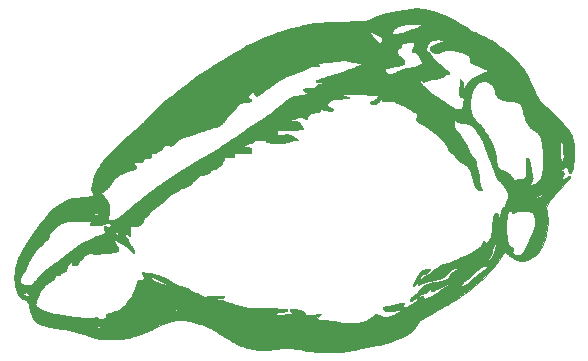
<source format=gbr>
%TF.GenerationSoftware,KiCad,Pcbnew,(7.0.0)*%
%TF.CreationDate,2023-09-20T14:53:45-04:00*%
%TF.ProjectId,blinkenbrain,626c696e-6b65-46e6-9272-61696e2e6b69,A*%
%TF.SameCoordinates,Original*%
%TF.FileFunction,Copper,L1,Top*%
%TF.FilePolarity,Positive*%
%FSLAX46Y46*%
G04 Gerber Fmt 4.6, Leading zero omitted, Abs format (unit mm)*
G04 Created by KiCad (PCBNEW (7.0.0)) date 2023-09-20 14:53:45*
%MOMM*%
%LPD*%
G01*
G04 APERTURE LIST*
%TA.AperFunction,NonConductor*%
%ADD10C,0.070677*%
%TD*%
G04 APERTURE END LIST*
D10*
G36*
X147083945Y-83351223D02*
G01*
X154812002Y-83351223D01*
X154815471Y-83369809D01*
X154823034Y-83392139D01*
X154849395Y-83446805D01*
X154889000Y-83512764D01*
X154939762Y-83587560D01*
X154999594Y-83668737D01*
X155066411Y-83753839D01*
X155138126Y-83840411D01*
X155212652Y-83925995D01*
X155287904Y-84008137D01*
X155361794Y-84084379D01*
X155432238Y-84152267D01*
X155497148Y-84209344D01*
X155554438Y-84253154D01*
X155579573Y-84269317D01*
X155602022Y-84281241D01*
X155621522Y-84288621D01*
X155637813Y-84291150D01*
X155642038Y-84290902D01*
X155646395Y-84290170D01*
X155650875Y-84288963D01*
X155655468Y-84287294D01*
X155660164Y-84285176D01*
X155664953Y-84282621D01*
X155669826Y-84279640D01*
X155674772Y-84276245D01*
X155679783Y-84272450D01*
X155684847Y-84268265D01*
X155689956Y-84263704D01*
X155695100Y-84258777D01*
X155705452Y-84247878D01*
X155715826Y-84235665D01*
X155726144Y-84222234D01*
X155736326Y-84207683D01*
X155746296Y-84192108D01*
X155755975Y-84175606D01*
X155765285Y-84158275D01*
X155774147Y-84140210D01*
X155782484Y-84121509D01*
X155790218Y-84102269D01*
X155790225Y-84102276D01*
X155797347Y-84082532D01*
X155803890Y-84062353D01*
X155809836Y-84041886D01*
X155815168Y-84021277D01*
X155819867Y-84000673D01*
X155823917Y-83980221D01*
X155827299Y-83960067D01*
X155829995Y-83940359D01*
X155831989Y-83921241D01*
X155833262Y-83902862D01*
X155833797Y-83885368D01*
X155833576Y-83868906D01*
X155832582Y-83853621D01*
X155830796Y-83839662D01*
X155828201Y-83827174D01*
X155824779Y-83816304D01*
X155818262Y-83804807D01*
X155807026Y-83791552D01*
X155771647Y-83760369D01*
X155721127Y-83723967D01*
X155657954Y-83683555D01*
X155584617Y-83640343D01*
X155503601Y-83595544D01*
X155417395Y-83550366D01*
X155328486Y-83506022D01*
X155239361Y-83463721D01*
X155152508Y-83424673D01*
X155070413Y-83390090D01*
X155056828Y-83384843D01*
X156592993Y-83384843D01*
X156593261Y-83391427D01*
X156594308Y-83397740D01*
X156596122Y-83403807D01*
X156598690Y-83409652D01*
X156602000Y-83415299D01*
X156606040Y-83420774D01*
X156610798Y-83426100D01*
X156616262Y-83431302D01*
X156622420Y-83436404D01*
X156636768Y-83446408D01*
X156663967Y-83462189D01*
X156677968Y-83469205D01*
X156692314Y-83475634D01*
X156707064Y-83481472D01*
X156722277Y-83486717D01*
X156738011Y-83491367D01*
X156754326Y-83495417D01*
X156771279Y-83498866D01*
X156788930Y-83501711D01*
X156807336Y-83503948D01*
X156826557Y-83505575D01*
X156846652Y-83506589D01*
X156867678Y-83506987D01*
X156912761Y-83505924D01*
X156962275Y-83502362D01*
X157016690Y-83496280D01*
X157076475Y-83487653D01*
X157142098Y-83476460D01*
X157214029Y-83462677D01*
X157292738Y-83446281D01*
X157378692Y-83427250D01*
X157472362Y-83405560D01*
X157580550Y-83376610D01*
X157712092Y-83335791D01*
X158027683Y-83225855D01*
X158384019Y-83090372D01*
X158745983Y-82943962D01*
X159078461Y-82801245D01*
X159346337Y-82676841D01*
X159445075Y-82626076D01*
X159514494Y-82585371D01*
X159550204Y-82556555D01*
X159554047Y-82547176D01*
X159547817Y-82541455D01*
X159539021Y-82539156D01*
X159529041Y-82537689D01*
X159517988Y-82537028D01*
X159505976Y-82537148D01*
X159493117Y-82538023D01*
X159479524Y-82539629D01*
X159465310Y-82541940D01*
X159450587Y-82544931D01*
X159435468Y-82548577D01*
X159420065Y-82552853D01*
X159404492Y-82557733D01*
X159388861Y-82563192D01*
X159373285Y-82569206D01*
X159357877Y-82575749D01*
X159342749Y-82582796D01*
X159328014Y-82590321D01*
X159309411Y-82597987D01*
X159282937Y-82605438D01*
X159249088Y-82612635D01*
X159208358Y-82619541D01*
X159161241Y-82626116D01*
X159108232Y-82632321D01*
X158986520Y-82643470D01*
X158847179Y-82652679D01*
X158694167Y-82659639D01*
X158531443Y-82664041D01*
X158362964Y-82665577D01*
X158048475Y-82669211D01*
X157912591Y-82674363D01*
X157789152Y-82682279D01*
X157676813Y-82693367D01*
X157574227Y-82708033D01*
X157480049Y-82726682D01*
X157392933Y-82749722D01*
X157311533Y-82777558D01*
X157234504Y-82810597D01*
X157160498Y-82849245D01*
X157088171Y-82893908D01*
X157016177Y-82944994D01*
X156943169Y-83002907D01*
X156867802Y-83068054D01*
X156788730Y-83140843D01*
X156751987Y-83175871D01*
X156719330Y-83207864D01*
X156690662Y-83237016D01*
X156665886Y-83263524D01*
X156644904Y-83287582D01*
X156627620Y-83309386D01*
X156613936Y-83329131D01*
X156608414Y-83338292D01*
X156603755Y-83347012D01*
X156599948Y-83355315D01*
X156596981Y-83363225D01*
X156594840Y-83370767D01*
X156593515Y-83377965D01*
X156592993Y-83384843D01*
X155056828Y-83384843D01*
X154995565Y-83361182D01*
X154930451Y-83339160D01*
X154877558Y-83325233D01*
X154856472Y-83321685D01*
X154839374Y-83320614D01*
X154826575Y-83322173D01*
X154818385Y-83326512D01*
X154812886Y-83336688D01*
X154812002Y-83351223D01*
X147083945Y-83351223D01*
X147643434Y-83167563D01*
X148223125Y-82993565D01*
X148715266Y-82857379D01*
X148937965Y-82800211D01*
X149150892Y-82749599D01*
X149358407Y-82705001D01*
X149564867Y-82665870D01*
X149774632Y-82631664D01*
X149992058Y-82601837D01*
X150221505Y-82575845D01*
X150467330Y-82553143D01*
X150733892Y-82533188D01*
X151025549Y-82515435D01*
X151701581Y-82484358D01*
X152530292Y-82455555D01*
X153682494Y-82415461D01*
X154059055Y-82397100D01*
X154331458Y-82377143D01*
X154521355Y-82353552D01*
X154592130Y-82339755D01*
X154650398Y-82324285D01*
X154698865Y-82306886D01*
X154740238Y-82287303D01*
X154812526Y-82240567D01*
X154881199Y-82193338D01*
X154958340Y-82146832D01*
X155043567Y-82101167D01*
X155136499Y-82056465D01*
X155236755Y-82012846D01*
X155343955Y-81970430D01*
X155457718Y-81929338D01*
X155577663Y-81889691D01*
X155703409Y-81851608D01*
X155834575Y-81815212D01*
X155970780Y-81780621D01*
X156111644Y-81747956D01*
X156256786Y-81717339D01*
X156405825Y-81688889D01*
X156558379Y-81662727D01*
X156714069Y-81638974D01*
X157053399Y-81586364D01*
X157383642Y-81528170D01*
X157533547Y-81499190D01*
X157667009Y-81471466D01*
X157779305Y-81445885D01*
X157865711Y-81423329D01*
X158093298Y-81370255D01*
X158336480Y-81337497D01*
X158594192Y-81324748D01*
X158865369Y-81331703D01*
X159148949Y-81358053D01*
X159443868Y-81403494D01*
X159749061Y-81467717D01*
X160063465Y-81550417D01*
X160386015Y-81651287D01*
X160715648Y-81770020D01*
X161051300Y-81906310D01*
X161391908Y-82059849D01*
X161736406Y-82230332D01*
X162083732Y-82417452D01*
X162432822Y-82620901D01*
X162782611Y-82840374D01*
X162927585Y-82932022D01*
X163082353Y-83025195D01*
X163242132Y-83117305D01*
X163402139Y-83205765D01*
X163557590Y-83287987D01*
X163703703Y-83361382D01*
X163835694Y-83423362D01*
X163948779Y-83471341D01*
X164154339Y-83556845D01*
X164374474Y-83656534D01*
X164598655Y-83764860D01*
X164816353Y-83876277D01*
X165017039Y-83985240D01*
X165190182Y-84086200D01*
X165325253Y-84173613D01*
X165375222Y-84210506D01*
X165411723Y-84241932D01*
X165422373Y-84251915D01*
X165435242Y-84263369D01*
X165466943Y-84290155D01*
X165505436Y-84321219D01*
X165549327Y-84355489D01*
X165597225Y-84391894D01*
X165647739Y-84429362D01*
X165699474Y-84466821D01*
X165751041Y-84503201D01*
X165853430Y-84575761D01*
X165949346Y-84646149D01*
X165991516Y-84678016D01*
X166028036Y-84706324D01*
X166057560Y-84730067D01*
X166078746Y-84748242D01*
X166139847Y-84801632D01*
X166246830Y-84893034D01*
X166384622Y-85009639D01*
X166538150Y-85138638D01*
X166688057Y-85266322D01*
X166827294Y-85389600D01*
X166957644Y-85510246D01*
X167080886Y-85630038D01*
X167198801Y-85750749D01*
X167313169Y-85874158D01*
X167425771Y-86002038D01*
X167538387Y-86136166D01*
X167634800Y-86258448D01*
X167737123Y-86396571D01*
X167839600Y-86541798D01*
X167936473Y-86685390D01*
X168021985Y-86818609D01*
X168090379Y-86932717D01*
X168116357Y-86979873D01*
X168135897Y-87018975D01*
X168148278Y-87048930D01*
X168152782Y-87068646D01*
X168160418Y-87102144D01*
X168181438Y-87160713D01*
X168257708Y-87340915D01*
X168369746Y-87584960D01*
X168505707Y-87868558D01*
X168653747Y-88167417D01*
X168802019Y-88457246D01*
X168938680Y-88713753D01*
X169051883Y-88912648D01*
X169098443Y-88988626D01*
X169144385Y-89060917D01*
X169189563Y-89129352D01*
X169233833Y-89193765D01*
X169277049Y-89253987D01*
X169319064Y-89309850D01*
X169359736Y-89361189D01*
X169398917Y-89407834D01*
X169436462Y-89449620D01*
X169472227Y-89486377D01*
X169506065Y-89517938D01*
X169537832Y-89544137D01*
X169567382Y-89564806D01*
X169594569Y-89579776D01*
X169619249Y-89588881D01*
X169630604Y-89591182D01*
X169641277Y-89591954D01*
X169650900Y-89595077D01*
X169666148Y-89604242D01*
X169712302Y-89639484D01*
X169777301Y-89695242D01*
X169858708Y-89769082D01*
X170061003Y-89961261D01*
X170299692Y-90196532D01*
X170555281Y-90455407D01*
X170808278Y-90718398D01*
X171039188Y-90966017D01*
X171228519Y-91178776D01*
X171346571Y-91317884D01*
X171452305Y-91446315D01*
X171546500Y-91565860D01*
X171629935Y-91678308D01*
X171703387Y-91785451D01*
X171767636Y-91889078D01*
X171823460Y-91990980D01*
X171871637Y-92092945D01*
X171912946Y-92196766D01*
X171948165Y-92304231D01*
X171978074Y-92417132D01*
X172003450Y-92537257D01*
X172025072Y-92666398D01*
X172043718Y-92806344D01*
X172060168Y-92958886D01*
X172075198Y-93125813D01*
X172086485Y-93302502D01*
X172091638Y-93484092D01*
X172091022Y-93668335D01*
X172085004Y-93852981D01*
X172073950Y-94035781D01*
X172058225Y-94214486D01*
X172038196Y-94386846D01*
X172014227Y-94550613D01*
X171986686Y-94703536D01*
X171955937Y-94843368D01*
X171922346Y-94967857D01*
X171886280Y-95074756D01*
X171848104Y-95161815D01*
X171808184Y-95226785D01*
X171787684Y-95250284D01*
X171766885Y-95267417D01*
X171745833Y-95277902D01*
X171724574Y-95281460D01*
X171721021Y-95281121D01*
X171717323Y-95280115D01*
X171713491Y-95278459D01*
X171709533Y-95276169D01*
X171705458Y-95273261D01*
X171701275Y-95269753D01*
X171696994Y-95265662D01*
X171692623Y-95261003D01*
X171688171Y-95255793D01*
X171683648Y-95250049D01*
X171679061Y-95243788D01*
X171674421Y-95237026D01*
X171665016Y-95222066D01*
X171655503Y-95205302D01*
X171645954Y-95186867D01*
X171636443Y-95166893D01*
X171627040Y-95145515D01*
X171617817Y-95122864D01*
X171608847Y-95099074D01*
X171600201Y-95074278D01*
X171591952Y-95048608D01*
X171584171Y-95022198D01*
X171566320Y-94960366D01*
X171549482Y-94905882D01*
X171533387Y-94858570D01*
X171517769Y-94818254D01*
X171502357Y-94784759D01*
X171494645Y-94770514D01*
X171486885Y-94757908D01*
X171479042Y-94746919D01*
X171471083Y-94737526D01*
X171462974Y-94729706D01*
X171454683Y-94723437D01*
X171446175Y-94718697D01*
X171437416Y-94715465D01*
X171428374Y-94713717D01*
X171419015Y-94713434D01*
X171409305Y-94714591D01*
X171399211Y-94717168D01*
X171388699Y-94721142D01*
X171377735Y-94726492D01*
X171366286Y-94733195D01*
X171354319Y-94741230D01*
X171328695Y-94761205D01*
X171300594Y-94786243D01*
X171269748Y-94816166D01*
X171253995Y-94831168D01*
X171237201Y-94845749D01*
X171219518Y-94859833D01*
X171201096Y-94873345D01*
X171182084Y-94886209D01*
X171162632Y-94898350D01*
X171142892Y-94909693D01*
X171123012Y-94920162D01*
X171103143Y-94929681D01*
X171083436Y-94938176D01*
X171064040Y-94945571D01*
X171045106Y-94951791D01*
X171026783Y-94956759D01*
X171009222Y-94960402D01*
X170992572Y-94962642D01*
X170976985Y-94963406D01*
X170962387Y-94963773D01*
X170948644Y-94964848D01*
X170935806Y-94966597D01*
X170923927Y-94968982D01*
X170913058Y-94971969D01*
X170903252Y-94975519D01*
X170894562Y-94979598D01*
X170890651Y-94981824D01*
X170887039Y-94984168D01*
X170883731Y-94986627D01*
X170880735Y-94989195D01*
X170878056Y-94991868D01*
X170875703Y-94994641D01*
X170873680Y-94997511D01*
X170871995Y-95000471D01*
X170870653Y-95003519D01*
X170869663Y-95006649D01*
X170869029Y-95009856D01*
X170868759Y-95013137D01*
X170868859Y-95016487D01*
X170869336Y-95019900D01*
X170870196Y-95023374D01*
X170871446Y-95026903D01*
X170873092Y-95030482D01*
X170875141Y-95034108D01*
X170877558Y-95037733D01*
X170880301Y-95041312D01*
X170883356Y-95044841D01*
X170886713Y-95048315D01*
X170890360Y-95051729D01*
X170894285Y-95055078D01*
X170898476Y-95058359D01*
X170902923Y-95061567D01*
X170912535Y-95067744D01*
X170923028Y-95073574D01*
X170934309Y-95079020D01*
X170946286Y-95084047D01*
X170958865Y-95088617D01*
X170971954Y-95092696D01*
X170985461Y-95096247D01*
X170999291Y-95099233D01*
X171013354Y-95101618D01*
X171027555Y-95103367D01*
X171041802Y-95104443D01*
X171056003Y-95104809D01*
X171071859Y-95105720D01*
X171086786Y-95108387D01*
X171100779Y-95112712D01*
X171113832Y-95118597D01*
X171125941Y-95125941D01*
X171137101Y-95134648D01*
X171147305Y-95144618D01*
X171156550Y-95155752D01*
X171164830Y-95167953D01*
X171172139Y-95181121D01*
X171178474Y-95195158D01*
X171183829Y-95209966D01*
X171188198Y-95225445D01*
X171191577Y-95241497D01*
X171193961Y-95258024D01*
X171195344Y-95274928D01*
X171195722Y-95292108D01*
X171195089Y-95309467D01*
X171193440Y-95326906D01*
X171190770Y-95344327D01*
X171187074Y-95361631D01*
X171182347Y-95378720D01*
X171176584Y-95395494D01*
X171169780Y-95411856D01*
X171161930Y-95427706D01*
X171153028Y-95442946D01*
X171143069Y-95457477D01*
X171132049Y-95471202D01*
X171119962Y-95484021D01*
X171106804Y-95495835D01*
X171092568Y-95506546D01*
X171077251Y-95516056D01*
X171071373Y-95519488D01*
X171065697Y-95523083D01*
X171060228Y-95526832D01*
X171054970Y-95530726D01*
X171049927Y-95534755D01*
X171045104Y-95538911D01*
X171040505Y-95543184D01*
X171036134Y-95547564D01*
X171031995Y-95552044D01*
X171028093Y-95556612D01*
X171024432Y-95561260D01*
X171021016Y-95565979D01*
X171017849Y-95570760D01*
X171014936Y-95575592D01*
X171012281Y-95580467D01*
X171009888Y-95585376D01*
X171007762Y-95590309D01*
X171005906Y-95595258D01*
X171004325Y-95600211D01*
X171003024Y-95605162D01*
X171002006Y-95610099D01*
X171001275Y-95615015D01*
X171000837Y-95619899D01*
X171000695Y-95624743D01*
X171000854Y-95629536D01*
X171001317Y-95634271D01*
X171002090Y-95638937D01*
X171003176Y-95643525D01*
X171004579Y-95648027D01*
X171006304Y-95652432D01*
X171008356Y-95656731D01*
X171010738Y-95660916D01*
X171018675Y-95672338D01*
X171027743Y-95682826D01*
X171037878Y-95692389D01*
X171049017Y-95701034D01*
X171061097Y-95708769D01*
X171074052Y-95715600D01*
X171087820Y-95721537D01*
X171102337Y-95726585D01*
X171117539Y-95730754D01*
X171133363Y-95734050D01*
X171149744Y-95736481D01*
X171166620Y-95738055D01*
X171183925Y-95738780D01*
X171201597Y-95738662D01*
X171219572Y-95737710D01*
X171237786Y-95735931D01*
X171256175Y-95733333D01*
X171274676Y-95729923D01*
X171293224Y-95725709D01*
X171311757Y-95720698D01*
X171330211Y-95714899D01*
X171348521Y-95708318D01*
X171366624Y-95700964D01*
X171384456Y-95692844D01*
X171401954Y-95683965D01*
X171419054Y-95674335D01*
X171435692Y-95663963D01*
X171451804Y-95652854D01*
X171467327Y-95641018D01*
X171482197Y-95628461D01*
X171496350Y-95615191D01*
X171509723Y-95601216D01*
X171520669Y-95589525D01*
X171531683Y-95578548D01*
X171542738Y-95568287D01*
X171553806Y-95558743D01*
X171564861Y-95549917D01*
X171575875Y-95541812D01*
X171586822Y-95534428D01*
X171597672Y-95527767D01*
X171608400Y-95521830D01*
X171618978Y-95516618D01*
X171629379Y-95512134D01*
X171639576Y-95508378D01*
X171649541Y-95505352D01*
X171659247Y-95503057D01*
X171668667Y-95501495D01*
X171677773Y-95500667D01*
X171686538Y-95500575D01*
X171694936Y-95501219D01*
X171702939Y-95502602D01*
X171710518Y-95504725D01*
X171717649Y-95507588D01*
X171724302Y-95511195D01*
X171730451Y-95515545D01*
X171736068Y-95520641D01*
X171741127Y-95526484D01*
X171745599Y-95533075D01*
X171749459Y-95540415D01*
X171752677Y-95548507D01*
X171755228Y-95557352D01*
X171757084Y-95566950D01*
X171758218Y-95577303D01*
X171758601Y-95588414D01*
X171757936Y-95596311D01*
X171755909Y-95605323D01*
X171752470Y-95615506D01*
X171747572Y-95626914D01*
X171741166Y-95639604D01*
X171733204Y-95653632D01*
X171712418Y-95685925D01*
X171684828Y-95724239D01*
X171650046Y-95769023D01*
X171607685Y-95820722D01*
X171557359Y-95879784D01*
X171498680Y-95946656D01*
X171431262Y-96021785D01*
X171354717Y-96105617D01*
X171268658Y-96198601D01*
X171066454Y-96413810D01*
X170821552Y-96670987D01*
X170685486Y-96816173D01*
X170549164Y-96967178D01*
X170416241Y-97119584D01*
X170290372Y-97268974D01*
X170175211Y-97410930D01*
X170074413Y-97541036D01*
X169991632Y-97654875D01*
X169958139Y-97704313D01*
X169930522Y-97748028D01*
X169692668Y-98142399D01*
X169781001Y-98610516D01*
X169816707Y-98844534D01*
X169837580Y-99086325D01*
X169844138Y-99333877D01*
X169836903Y-99585181D01*
X169816393Y-99838226D01*
X169783128Y-100091000D01*
X169737628Y-100341493D01*
X169680413Y-100587694D01*
X169612001Y-100827592D01*
X169532914Y-101059176D01*
X169443670Y-101280437D01*
X169344789Y-101489362D01*
X169236792Y-101683941D01*
X169120196Y-101862164D01*
X168995523Y-102022019D01*
X168863292Y-102161496D01*
X168809379Y-102209344D01*
X168747847Y-102258350D01*
X168679846Y-102307927D01*
X168606527Y-102357489D01*
X168529041Y-102406452D01*
X168448537Y-102454229D01*
X168366167Y-102500235D01*
X168283080Y-102543885D01*
X168200428Y-102584592D01*
X168119360Y-102621771D01*
X168041027Y-102654837D01*
X167966580Y-102683205D01*
X167897169Y-102706287D01*
X167833944Y-102723500D01*
X167778056Y-102734257D01*
X167730655Y-102737973D01*
X167670406Y-102734382D01*
X167602706Y-102723960D01*
X167528669Y-102707231D01*
X167449408Y-102684722D01*
X167366034Y-102656958D01*
X167279661Y-102624464D01*
X167191401Y-102587765D01*
X167102368Y-102547387D01*
X167013673Y-102503854D01*
X166926429Y-102457694D01*
X166841750Y-102409430D01*
X166760748Y-102359588D01*
X166684535Y-102308694D01*
X166614225Y-102257272D01*
X166550929Y-102205849D01*
X166495761Y-102154950D01*
X166438704Y-102098090D01*
X166388604Y-102049202D01*
X166365790Y-102027970D01*
X166344270Y-102008999D01*
X166323893Y-101992377D01*
X166304513Y-101978194D01*
X166285979Y-101966539D01*
X166268144Y-101957500D01*
X166250858Y-101951168D01*
X166242375Y-101949044D01*
X166233974Y-101947630D01*
X166225636Y-101946938D01*
X166217342Y-101946977D01*
X166209074Y-101947760D01*
X166200813Y-101949298D01*
X166192541Y-101951601D01*
X166184239Y-101954681D01*
X166175889Y-101958548D01*
X166167472Y-101963215D01*
X166150363Y-101974991D01*
X166132762Y-101990096D01*
X166114522Y-102008621D01*
X166095493Y-102030653D01*
X166075527Y-102056283D01*
X166054476Y-102085600D01*
X166032191Y-102118692D01*
X166008522Y-102155649D01*
X165956441Y-102241514D01*
X165897044Y-102343907D01*
X165751544Y-102601132D01*
X165671419Y-102728315D01*
X165563546Y-102876680D01*
X165431047Y-103043126D01*
X165277045Y-103224555D01*
X165104665Y-103417868D01*
X164917028Y-103619964D01*
X164717258Y-103827746D01*
X164508478Y-104038114D01*
X164076379Y-104454210D01*
X163859307Y-104653739D01*
X163645716Y-104843457D01*
X163438731Y-105020265D01*
X163241474Y-105181064D01*
X163057068Y-105322753D01*
X162888637Y-105442234D01*
X162544844Y-105674933D01*
X162214527Y-105900227D01*
X162146235Y-105945397D01*
X162075055Y-105989411D01*
X162003078Y-106031172D01*
X161932396Y-106069583D01*
X161865103Y-106103547D01*
X161803289Y-106131964D01*
X161775091Y-106143751D01*
X161749048Y-106153740D01*
X161725421Y-106161793D01*
X161704471Y-106167775D01*
X161685265Y-106172990D01*
X161666753Y-106178806D01*
X161649025Y-106185161D01*
X161632169Y-106191993D01*
X161616276Y-106199239D01*
X161601433Y-106206839D01*
X161587732Y-106214728D01*
X161575260Y-106222846D01*
X161564106Y-106231131D01*
X161554361Y-106239519D01*
X161546114Y-106247949D01*
X161539453Y-106256359D01*
X161534468Y-106264687D01*
X161532632Y-106268801D01*
X161531248Y-106272871D01*
X161530327Y-106276889D01*
X161529882Y-106280847D01*
X161529922Y-106284739D01*
X161530460Y-106288556D01*
X161530992Y-106292382D01*
X161531023Y-106296300D01*
X161530562Y-106300301D01*
X161529622Y-106304378D01*
X161528214Y-106308521D01*
X161526348Y-106312723D01*
X161524037Y-106316977D01*
X161521291Y-106321272D01*
X161518122Y-106325602D01*
X161514541Y-106329959D01*
X161510559Y-106334333D01*
X161506187Y-106338718D01*
X161501438Y-106343104D01*
X161496322Y-106347484D01*
X161490850Y-106351849D01*
X161485033Y-106356192D01*
X161478884Y-106360504D01*
X161472413Y-106364777D01*
X161465631Y-106369003D01*
X161458550Y-106373174D01*
X161443536Y-106381316D01*
X161427460Y-106389140D01*
X161410412Y-106396580D01*
X161392483Y-106403571D01*
X161373763Y-106410047D01*
X161354343Y-106415943D01*
X161333761Y-106422231D01*
X161311637Y-106429851D01*
X161288175Y-106438699D01*
X161263581Y-106448671D01*
X161211815Y-106471574D01*
X161157978Y-106497731D01*
X161103710Y-106526312D01*
X161050649Y-106556489D01*
X161000435Y-106587433D01*
X160976908Y-106602933D01*
X160954707Y-106618313D01*
X160912143Y-106648082D01*
X160871001Y-106675858D01*
X160832283Y-106701034D01*
X160796994Y-106722998D01*
X160766135Y-106741142D01*
X160740709Y-106754857D01*
X160730347Y-106759863D01*
X160721720Y-106763533D01*
X160714952Y-106765790D01*
X160710170Y-106766560D01*
X160702741Y-106768760D01*
X160688209Y-106775215D01*
X160639381Y-106800021D01*
X160566782Y-106839239D01*
X160473506Y-106891129D01*
X160362650Y-106953953D01*
X160237307Y-107025970D01*
X160100575Y-107105443D01*
X159955547Y-107190632D01*
X159672499Y-107355285D01*
X159432804Y-107490122D01*
X159337120Y-107542011D01*
X159261759Y-107581228D01*
X159209884Y-107606034D01*
X159193742Y-107612489D01*
X159184657Y-107614689D01*
X159175581Y-107615582D01*
X159165626Y-107618222D01*
X159154838Y-107622554D01*
X159143261Y-107628522D01*
X159130942Y-107636071D01*
X159117924Y-107645146D01*
X159104254Y-107655691D01*
X159089975Y-107667649D01*
X159059775Y-107695587D01*
X159027684Y-107728514D01*
X158994062Y-107765986D01*
X158959271Y-107807558D01*
X158923670Y-107852787D01*
X158887621Y-107901227D01*
X158851484Y-107952433D01*
X158815619Y-108005961D01*
X158780387Y-108061367D01*
X158746148Y-108118205D01*
X158713264Y-108176032D01*
X158682094Y-108234402D01*
X158643007Y-108305995D01*
X158601153Y-108374476D01*
X158556265Y-108440059D01*
X158508077Y-108502961D01*
X158456322Y-108563395D01*
X158400733Y-108621578D01*
X158341043Y-108677725D01*
X158276985Y-108732049D01*
X158208293Y-108784768D01*
X158134700Y-108836095D01*
X158055939Y-108886246D01*
X157971743Y-108935436D01*
X157881845Y-108983880D01*
X157785979Y-109031794D01*
X157683878Y-109079391D01*
X157575275Y-109126889D01*
X156881091Y-109423489D01*
X156794168Y-109458968D01*
X156693863Y-109496040D01*
X156459646Y-109573303D01*
X156191522Y-109651966D01*
X155902576Y-109728715D01*
X155605889Y-109800240D01*
X155314544Y-109863226D01*
X155041624Y-109914363D01*
X154800212Y-109950337D01*
X154665008Y-109969027D01*
X154512382Y-109993644D01*
X154347570Y-110023136D01*
X154175806Y-110056449D01*
X154002326Y-110092530D01*
X153832363Y-110130325D01*
X153671152Y-110168781D01*
X153523929Y-110206845D01*
X153322135Y-110259103D01*
X153227738Y-110281304D01*
X153135727Y-110301102D01*
X153044644Y-110318658D01*
X152953027Y-110334134D01*
X152859417Y-110347691D01*
X152762353Y-110359490D01*
X152660377Y-110369693D01*
X152552026Y-110378461D01*
X152310367Y-110392340D01*
X152025694Y-110402417D01*
X151686328Y-110409985D01*
X151192382Y-110413122D01*
X150709552Y-110405973D01*
X150489610Y-110399008D01*
X150293212Y-110390030D01*
X150127281Y-110379228D01*
X149998737Y-110366787D01*
X149998721Y-110366734D01*
X149751744Y-110333294D01*
X149464732Y-110289827D01*
X149173306Y-110241961D01*
X148913089Y-110195324D01*
X148785968Y-110172774D01*
X148657533Y-110153141D01*
X148527492Y-110136423D01*
X148395554Y-110122621D01*
X148261428Y-110111732D01*
X148124824Y-110103754D01*
X147985451Y-110098687D01*
X147843017Y-110096529D01*
X147697232Y-110097279D01*
X147547804Y-110100935D01*
X147236859Y-110116961D01*
X146907853Y-110144595D01*
X146558460Y-110183827D01*
X146331977Y-110207858D01*
X146105671Y-110223497D01*
X145880289Y-110230874D01*
X145656577Y-110230118D01*
X145435281Y-110221356D01*
X145217147Y-110204720D01*
X145002921Y-110180336D01*
X144793351Y-110148335D01*
X144589181Y-110108845D01*
X144391158Y-110061995D01*
X144200029Y-110007915D01*
X144016540Y-109946732D01*
X143841436Y-109878577D01*
X143675465Y-109803578D01*
X143519373Y-109721864D01*
X143373905Y-109633564D01*
X143318769Y-109598466D01*
X143247388Y-109554568D01*
X143067843Y-109447407D01*
X142859177Y-109326147D01*
X142645297Y-109204853D01*
X142403215Y-109066732D01*
X142117758Y-108899643D01*
X141936620Y-108791532D01*
X147682126Y-108791532D01*
X147682499Y-108793061D01*
X147683281Y-108794536D01*
X147684471Y-108795956D01*
X147686068Y-108797320D01*
X147688069Y-108798626D01*
X147690474Y-108799874D01*
X147693282Y-108801061D01*
X147696490Y-108802186D01*
X147700097Y-108803248D01*
X147704103Y-108804246D01*
X147708505Y-108805179D01*
X147713303Y-108806044D01*
X147718495Y-108806841D01*
X147724079Y-108807568D01*
X147730054Y-108808224D01*
X147743172Y-108809317D01*
X147757839Y-108810109D01*
X147771417Y-108810444D01*
X147784180Y-108810339D01*
X147796080Y-108809812D01*
X147807069Y-108808881D01*
X147817100Y-108807565D01*
X147826125Y-108805883D01*
X147834097Y-108803853D01*
X147840967Y-108801494D01*
X147846690Y-108798824D01*
X147851216Y-108795863D01*
X147853016Y-108794279D01*
X147854499Y-108792628D01*
X147855660Y-108790914D01*
X147856491Y-108789139D01*
X147856988Y-108787305D01*
X147857144Y-108785414D01*
X147856954Y-108783468D01*
X147856412Y-108781471D01*
X147855510Y-108779423D01*
X147854245Y-108777329D01*
X147852609Y-108775189D01*
X147850597Y-108773007D01*
X147850604Y-108773404D01*
X147848294Y-108771262D01*
X147845772Y-108769244D01*
X147843049Y-108767349D01*
X147840132Y-108765579D01*
X147837030Y-108763932D01*
X147833752Y-108762410D01*
X147830306Y-108761013D01*
X147826702Y-108759740D01*
X147819052Y-108757571D01*
X147810870Y-108755905D01*
X147802228Y-108754745D01*
X147793193Y-108754092D01*
X147783836Y-108753948D01*
X147774226Y-108754317D01*
X147764432Y-108755200D01*
X147754523Y-108756600D01*
X147744570Y-108758518D01*
X147734642Y-108760957D01*
X147724808Y-108763919D01*
X147715137Y-108767407D01*
X147710065Y-108769508D01*
X147705421Y-108771573D01*
X147701202Y-108773601D01*
X147697407Y-108775590D01*
X147694036Y-108777540D01*
X147691086Y-108779448D01*
X147688556Y-108781313D01*
X147686446Y-108783134D01*
X147684752Y-108784910D01*
X147683475Y-108786639D01*
X147682613Y-108788320D01*
X147682163Y-108789952D01*
X147682126Y-108791532D01*
X141936620Y-108791532D01*
X141824564Y-108724652D01*
X141559268Y-108562825D01*
X141403224Y-108469996D01*
X141324297Y-108425926D01*
X141244360Y-108383242D01*
X141163109Y-108341814D01*
X141080239Y-108301511D01*
X140995445Y-108262200D01*
X140908423Y-108223750D01*
X140726472Y-108148909D01*
X140531949Y-108075936D01*
X140322415Y-108003779D01*
X140095432Y-107931385D01*
X139854777Y-107859683D01*
X139631874Y-107799107D01*
X139423900Y-107749966D01*
X139228029Y-107712569D01*
X139041438Y-107687225D01*
X138861301Y-107674242D01*
X138684796Y-107673928D01*
X138509097Y-107686593D01*
X138331381Y-107712546D01*
X138148822Y-107752093D01*
X137958598Y-107805545D01*
X137757882Y-107873210D01*
X137543852Y-107955397D01*
X137313682Y-108052414D01*
X137064549Y-108164569D01*
X136793628Y-108292172D01*
X136537923Y-108413288D01*
X136323127Y-108512472D01*
X136171789Y-108579487D01*
X136126963Y-108597733D01*
X136106456Y-108604100D01*
X136100863Y-108605004D01*
X136091629Y-108607656D01*
X136063080Y-108617848D01*
X136022487Y-108633964D01*
X135971527Y-108655289D01*
X135911876Y-108681110D01*
X135845213Y-108710714D01*
X135773213Y-108743387D01*
X135697555Y-108778416D01*
X135608204Y-108817285D01*
X135496963Y-108860976D01*
X135368258Y-108908001D01*
X135226519Y-108956875D01*
X135076175Y-109006111D01*
X134921655Y-109054222D01*
X134767386Y-109099722D01*
X134617797Y-109141125D01*
X134404823Y-109195816D01*
X134307590Y-109218791D01*
X134214552Y-109239070D01*
X134124227Y-109256815D01*
X134035136Y-109272188D01*
X133945796Y-109285353D01*
X133854728Y-109296471D01*
X133760449Y-109305706D01*
X133661479Y-109313219D01*
X133556337Y-109319175D01*
X133443542Y-109323734D01*
X133189068Y-109329316D01*
X132886211Y-109331265D01*
X132549865Y-109331196D01*
X132284293Y-109327339D01*
X132171354Y-109322983D01*
X132068079Y-109316470D01*
X131971790Y-109307398D01*
X131879811Y-109295363D01*
X131789465Y-109279962D01*
X131698076Y-109260792D01*
X131602966Y-109237450D01*
X131501459Y-109209533D01*
X131268547Y-109138361D01*
X130977928Y-109044049D01*
X130586053Y-108917483D01*
X130246009Y-108812111D01*
X129938640Y-108723162D01*
X129644792Y-108645870D01*
X129345311Y-108575465D01*
X129021041Y-108507179D01*
X128652830Y-108436244D01*
X128221523Y-108357891D01*
X128174530Y-108349273D01*
X131376325Y-108349273D01*
X131376341Y-108350969D01*
X131376609Y-108352628D01*
X131377128Y-108354247D01*
X131377901Y-108355829D01*
X131378927Y-108357373D01*
X131380209Y-108358879D01*
X131381745Y-108360348D01*
X131383539Y-108361779D01*
X131387900Y-108364531D01*
X131393297Y-108367136D01*
X131399739Y-108369596D01*
X131407232Y-108371913D01*
X131415784Y-108374088D01*
X131425401Y-108376123D01*
X131436091Y-108378019D01*
X131447860Y-108379779D01*
X131460716Y-108381404D01*
X131474667Y-108382896D01*
X131489718Y-108384255D01*
X131505878Y-108385485D01*
X131523153Y-108386586D01*
X131541551Y-108387560D01*
X131561078Y-108388409D01*
X131603550Y-108389737D01*
X131650625Y-108390585D01*
X131702361Y-108390965D01*
X131784289Y-108389742D01*
X131860585Y-108385829D01*
X131929618Y-108379503D01*
X131960901Y-108375522D01*
X131989757Y-108371041D01*
X132015981Y-108366095D01*
X132039371Y-108360718D01*
X132059721Y-108354947D01*
X132076829Y-108348813D01*
X132090490Y-108342354D01*
X132100500Y-108335602D01*
X132106655Y-108328593D01*
X132108224Y-108325003D01*
X132108753Y-108321362D01*
X132108756Y-108321362D01*
X132107126Y-108313143D01*
X132102357Y-108305454D01*
X132094630Y-108298295D01*
X132084129Y-108291667D01*
X132071033Y-108285568D01*
X132055527Y-108280001D01*
X132018007Y-108270456D01*
X131973026Y-108263032D01*
X131922037Y-108257729D01*
X131866497Y-108254548D01*
X131807862Y-108253487D01*
X131747586Y-108254548D01*
X131687125Y-108257729D01*
X131627934Y-108263032D01*
X131571470Y-108270456D01*
X131519188Y-108280001D01*
X131472542Y-108291667D01*
X131451788Y-108298295D01*
X131432989Y-108305454D01*
X131416327Y-108313143D01*
X131401985Y-108321362D01*
X131395407Y-108325835D01*
X131389788Y-108330144D01*
X131385135Y-108334289D01*
X131381456Y-108338273D01*
X131379983Y-108340205D01*
X131378756Y-108342097D01*
X131377776Y-108343950D01*
X131377043Y-108345763D01*
X131376560Y-108347538D01*
X131376325Y-108349273D01*
X128174530Y-108349273D01*
X127750650Y-108271532D01*
X127374092Y-108195609D01*
X127217090Y-108160114D01*
X127078755Y-108125490D01*
X126957453Y-108091158D01*
X126851546Y-108056539D01*
X126759397Y-108021054D01*
X126679369Y-107984122D01*
X126609827Y-107945166D01*
X126549133Y-107903606D01*
X126495651Y-107858862D01*
X126447743Y-107810354D01*
X126403774Y-107757505D01*
X126362106Y-107699734D01*
X126329226Y-107648664D01*
X127325713Y-107648664D01*
X127325835Y-107651625D01*
X127326152Y-107654672D01*
X127326665Y-107657802D01*
X127327376Y-107661010D01*
X127328287Y-107664291D01*
X127329400Y-107667640D01*
X127330716Y-107671054D01*
X127332236Y-107674527D01*
X127333964Y-107678056D01*
X127335900Y-107681636D01*
X127338046Y-107685261D01*
X127340378Y-107688887D01*
X127342862Y-107692466D01*
X127348263Y-107699468D01*
X127354189Y-107706232D01*
X127360583Y-107712720D01*
X127367385Y-107718897D01*
X127374537Y-107724727D01*
X127381981Y-107730174D01*
X127389657Y-107735200D01*
X127397508Y-107739771D01*
X127405473Y-107743850D01*
X127413495Y-107747400D01*
X127421516Y-107750386D01*
X127429475Y-107752772D01*
X127433414Y-107753728D01*
X127437315Y-107754520D01*
X127441173Y-107755145D01*
X127444978Y-107755596D01*
X127448724Y-107755870D01*
X127452403Y-107755963D01*
X127455969Y-107755870D01*
X127459376Y-107755596D01*
X127462624Y-107755145D01*
X127465709Y-107754520D01*
X127468631Y-107753728D01*
X127471388Y-107752772D01*
X127473978Y-107751656D01*
X127476399Y-107750386D01*
X127478650Y-107748966D01*
X127480729Y-107747400D01*
X127482633Y-107745693D01*
X127484362Y-107743850D01*
X127485914Y-107741874D01*
X127487287Y-107739771D01*
X127488479Y-107737545D01*
X127489488Y-107735200D01*
X127490314Y-107732742D01*
X127490953Y-107730174D01*
X127491404Y-107727501D01*
X127491666Y-107724727D01*
X127491737Y-107721858D01*
X127491615Y-107718897D01*
X127491298Y-107715850D01*
X127490785Y-107712720D01*
X127490074Y-107709513D01*
X127489163Y-107706232D01*
X127488051Y-107702882D01*
X127486735Y-107699468D01*
X127485214Y-107695995D01*
X127483486Y-107692466D01*
X127481550Y-107688887D01*
X127479404Y-107685261D01*
X127477072Y-107681636D01*
X127474587Y-107678056D01*
X127469185Y-107671054D01*
X127463258Y-107664291D01*
X127456864Y-107657802D01*
X127450062Y-107651625D01*
X127442909Y-107645795D01*
X127435466Y-107640349D01*
X127427790Y-107635322D01*
X127419940Y-107630751D01*
X127411975Y-107626673D01*
X127403953Y-107623122D01*
X127395933Y-107620136D01*
X127387974Y-107617751D01*
X127384036Y-107616794D01*
X127380134Y-107616002D01*
X127376277Y-107615378D01*
X127372472Y-107614926D01*
X127368726Y-107614652D01*
X127365047Y-107614560D01*
X127361481Y-107614652D01*
X127358074Y-107614926D01*
X127354826Y-107615378D01*
X127351741Y-107616002D01*
X127348819Y-107616794D01*
X127346062Y-107617751D01*
X127343472Y-107618866D01*
X127341051Y-107620136D01*
X127338800Y-107621556D01*
X127336722Y-107623122D01*
X127334817Y-107624829D01*
X127333088Y-107626673D01*
X127331536Y-107628648D01*
X127330163Y-107630751D01*
X127328971Y-107632977D01*
X127327962Y-107635322D01*
X127327137Y-107637781D01*
X127326497Y-107640349D01*
X127326046Y-107643022D01*
X127325784Y-107645795D01*
X127325713Y-107648664D01*
X126329226Y-107648664D01*
X126326171Y-107643919D01*
X126290085Y-107582286D01*
X126254190Y-107515749D01*
X126218825Y-107445222D01*
X126184332Y-107371619D01*
X126151051Y-107295854D01*
X126119323Y-107218841D01*
X126089489Y-107141495D01*
X126061888Y-107064729D01*
X126036863Y-106989458D01*
X126014753Y-106916596D01*
X125995899Y-106847056D01*
X125980642Y-106781752D01*
X125969322Y-106721600D01*
X125962280Y-106667512D01*
X125959857Y-106620404D01*
X125957675Y-106563745D01*
X125951290Y-106507370D01*
X125940946Y-106451671D01*
X125930136Y-106409672D01*
X126480425Y-106409672D01*
X126484969Y-106450009D01*
X126492027Y-106468792D01*
X126504173Y-106488987D01*
X126521167Y-106510481D01*
X126542769Y-106533160D01*
X126598840Y-106581618D01*
X126670467Y-106633454D01*
X126755730Y-106687759D01*
X126852711Y-106743625D01*
X126959491Y-106800144D01*
X127074152Y-106856408D01*
X127194774Y-106911507D01*
X127319438Y-106964535D01*
X127446226Y-107014582D01*
X127573218Y-107060741D01*
X127698497Y-107102104D01*
X127820143Y-107137761D01*
X127936237Y-107166805D01*
X128044860Y-107188328D01*
X128308339Y-107229849D01*
X128712252Y-107290351D01*
X129721340Y-107435856D01*
X130088154Y-107486513D01*
X130385705Y-107524704D01*
X130625161Y-107551060D01*
X130817691Y-107566209D01*
X130974461Y-107570783D01*
X131106639Y-107565412D01*
X131225393Y-107550726D01*
X131341892Y-107527356D01*
X131440712Y-107505546D01*
X131483537Y-107496986D01*
X131522240Y-107489990D01*
X131557023Y-107484559D01*
X131588087Y-107480692D01*
X131615636Y-107478389D01*
X131639869Y-107477652D01*
X131660989Y-107478480D01*
X131679198Y-107480873D01*
X131694697Y-107484831D01*
X131707688Y-107490356D01*
X131718373Y-107497447D01*
X131726952Y-107506104D01*
X131733629Y-107516328D01*
X131738605Y-107528118D01*
X131743948Y-107539680D01*
X131751874Y-107550366D01*
X131762230Y-107560183D01*
X131774860Y-107569138D01*
X131789612Y-107577237D01*
X131806330Y-107584487D01*
X131824862Y-107590896D01*
X131845053Y-107596470D01*
X131889796Y-107605141D01*
X131939328Y-107610553D01*
X131992416Y-107612763D01*
X132047830Y-107611823D01*
X132104337Y-107607790D01*
X132160705Y-107600718D01*
X132215702Y-107590661D01*
X132268097Y-107577674D01*
X132316657Y-107561811D01*
X132339114Y-107552819D01*
X132360151Y-107543128D01*
X132379613Y-107532745D01*
X132397347Y-107521678D01*
X132413198Y-107509933D01*
X132427013Y-107497517D01*
X132442383Y-107481731D01*
X132455910Y-107466920D01*
X132467604Y-107453025D01*
X132477477Y-107439985D01*
X132481734Y-107433767D01*
X132485539Y-107427741D01*
X132488895Y-107421898D01*
X132491802Y-107416232D01*
X132494262Y-107410734D01*
X132496276Y-107405398D01*
X132497845Y-107400217D01*
X132498972Y-107395181D01*
X132499657Y-107390285D01*
X132499901Y-107385519D01*
X132499707Y-107380878D01*
X132499074Y-107376354D01*
X132498006Y-107371938D01*
X132496503Y-107367624D01*
X132494566Y-107363404D01*
X132492197Y-107359271D01*
X132489398Y-107355216D01*
X132486169Y-107351233D01*
X132482512Y-107347314D01*
X132478428Y-107343452D01*
X132473919Y-107339639D01*
X132468987Y-107335867D01*
X132457855Y-107328419D01*
X132447839Y-107321665D01*
X132439531Y-107314817D01*
X132436028Y-107311352D01*
X132432965Y-107307858D01*
X132430346Y-107304331D01*
X132428175Y-107300771D01*
X132426456Y-107297175D01*
X132425194Y-107293540D01*
X132424393Y-107289865D01*
X132424057Y-107286147D01*
X132424189Y-107282385D01*
X132424796Y-107278577D01*
X132425879Y-107274719D01*
X132427445Y-107270811D01*
X132429497Y-107266850D01*
X132432039Y-107262834D01*
X132435075Y-107258761D01*
X132438610Y-107254628D01*
X132447192Y-107246177D01*
X132457820Y-107237464D01*
X132470526Y-107228472D01*
X132485345Y-107219184D01*
X132502310Y-107209583D01*
X132521455Y-107199653D01*
X132542813Y-107189377D01*
X132566418Y-107178738D01*
X132592304Y-107167719D01*
X132620504Y-107156303D01*
X132651053Y-107144474D01*
X132683983Y-107132214D01*
X132719329Y-107119508D01*
X132757124Y-107106338D01*
X132840196Y-107078538D01*
X132933469Y-107048681D01*
X133037212Y-107016633D01*
X133151695Y-106982258D01*
X133277897Y-106942856D01*
X133335296Y-106923346D01*
X133389004Y-106903908D01*
X133439102Y-106884499D01*
X133485673Y-106865077D01*
X133528798Y-106845599D01*
X133568561Y-106826022D01*
X133575442Y-106822303D01*
X138146561Y-106822303D01*
X138147002Y-106825906D01*
X138147990Y-106829587D01*
X138149532Y-106833342D01*
X138151637Y-106837170D01*
X138154103Y-106840796D01*
X138156983Y-106844375D01*
X138160266Y-106847904D01*
X138163935Y-106851377D01*
X138167979Y-106854791D01*
X138172383Y-106858141D01*
X138177132Y-106861421D01*
X138182214Y-106864629D01*
X138193319Y-106870806D01*
X138205587Y-106876636D01*
X138218907Y-106882083D01*
X138233168Y-106887109D01*
X138248259Y-106891680D01*
X138264070Y-106895759D01*
X138280489Y-106899309D01*
X138297407Y-106902295D01*
X138314711Y-106904681D01*
X138332292Y-106906429D01*
X138350038Y-106907505D01*
X138367839Y-106907872D01*
X138385414Y-106907505D01*
X138402495Y-106906429D01*
X138418996Y-106904681D01*
X138434826Y-106902295D01*
X138449899Y-106899309D01*
X138464125Y-106895759D01*
X138477416Y-106891680D01*
X138489683Y-106887109D01*
X138500839Y-106882083D01*
X138510794Y-106876636D01*
X138519460Y-106870806D01*
X138526749Y-106864629D01*
X138532572Y-106858141D01*
X138534907Y-106854791D01*
X138536841Y-106851377D01*
X138538365Y-106847904D01*
X138539468Y-106844375D01*
X138540137Y-106840796D01*
X138540363Y-106837170D01*
X138540080Y-106833544D01*
X138539241Y-106829965D01*
X138537860Y-106826436D01*
X138535950Y-106822963D01*
X138533526Y-106819549D01*
X138530600Y-106816199D01*
X138527188Y-106812919D01*
X138523303Y-106809711D01*
X138518959Y-106806581D01*
X138514169Y-106803534D01*
X138508948Y-106800573D01*
X138503309Y-106797704D01*
X138497266Y-106794930D01*
X138490833Y-106792257D01*
X138484025Y-106789689D01*
X138476854Y-106787231D01*
X138469334Y-106784886D01*
X138461480Y-106782660D01*
X138453306Y-106780557D01*
X138444825Y-106778581D01*
X138426997Y-106775031D01*
X138408108Y-106772045D01*
X138388270Y-106769659D01*
X138367592Y-106767911D01*
X138346185Y-106766835D01*
X138324161Y-106766468D01*
X138301157Y-106766810D01*
X138279488Y-106767817D01*
X138259217Y-106769463D01*
X138240407Y-106771722D01*
X138223121Y-106774568D01*
X138207423Y-106777976D01*
X138193376Y-106781918D01*
X138181042Y-106786370D01*
X138170485Y-106791304D01*
X138161768Y-106796695D01*
X138154954Y-106802516D01*
X138152280Y-106805580D01*
X138150106Y-106808742D01*
X138148439Y-106811999D01*
X138147287Y-106815347D01*
X138146658Y-106818783D01*
X138146561Y-106822303D01*
X133575442Y-106822303D01*
X133605043Y-106806306D01*
X133638326Y-106786407D01*
X133668492Y-106766283D01*
X133695624Y-106745892D01*
X133719804Y-106725192D01*
X133741113Y-106704139D01*
X133759635Y-106682692D01*
X133775451Y-106660809D01*
X133787230Y-106643748D01*
X133799614Y-106627524D01*
X133812500Y-106612206D01*
X133825784Y-106597862D01*
X133839362Y-106584562D01*
X133853129Y-106572373D01*
X133866982Y-106561366D01*
X133880816Y-106551608D01*
X133894528Y-106543169D01*
X133908014Y-106536117D01*
X133921170Y-106530522D01*
X133927591Y-106528291D01*
X133933891Y-106526451D01*
X133940056Y-106525008D01*
X133946073Y-106523973D01*
X133951930Y-106523354D01*
X133957614Y-106523158D01*
X133963110Y-106523396D01*
X133968407Y-106524075D01*
X133973492Y-106525204D01*
X133978351Y-106526791D01*
X133983482Y-106528537D01*
X133988608Y-106529839D01*
X133993723Y-106530703D01*
X133998823Y-106531134D01*
X134003902Y-106531138D01*
X134008954Y-106530720D01*
X134013974Y-106529886D01*
X134018957Y-106528640D01*
X134023898Y-106526989D01*
X134028792Y-106524937D01*
X134033632Y-106522490D01*
X134038414Y-106519654D01*
X134043133Y-106516434D01*
X134047782Y-106512835D01*
X134052358Y-106508862D01*
X134056854Y-106504522D01*
X134061265Y-106499819D01*
X134065586Y-106494758D01*
X134069811Y-106489346D01*
X134073936Y-106483587D01*
X134077955Y-106477488D01*
X134081863Y-106471052D01*
X134085654Y-106464287D01*
X134089323Y-106457196D01*
X134092864Y-106449786D01*
X134096273Y-106442062D01*
X134099545Y-106434029D01*
X134102673Y-106425693D01*
X134105652Y-106417059D01*
X134108478Y-106408133D01*
X134111145Y-106398919D01*
X134113647Y-106389424D01*
X134119249Y-106370594D01*
X134127027Y-106349872D01*
X134136840Y-106327468D01*
X134148548Y-106303591D01*
X134162013Y-106278453D01*
X134177094Y-106252263D01*
X134193652Y-106225232D01*
X134211547Y-106197570D01*
X134230639Y-106169488D01*
X134250788Y-106141197D01*
X134271856Y-106112905D01*
X134293702Y-106084825D01*
X134316186Y-106057165D01*
X134339169Y-106030137D01*
X134362512Y-106003951D01*
X134386073Y-105978817D01*
X134428994Y-105932329D01*
X134470392Y-105883467D01*
X134510473Y-105831812D01*
X134549441Y-105776946D01*
X134587502Y-105718453D01*
X134624860Y-105655913D01*
X134661720Y-105588910D01*
X134698286Y-105517024D01*
X134734764Y-105439839D01*
X134771357Y-105356936D01*
X134808272Y-105267898D01*
X134845712Y-105172306D01*
X134883883Y-105069743D01*
X134922989Y-104959790D01*
X134963235Y-104842031D01*
X135004825Y-104716046D01*
X135046611Y-104589908D01*
X135064882Y-104538531D01*
X135082170Y-104494194D01*
X135099052Y-104456333D01*
X135116100Y-104424382D01*
X135124867Y-104410446D01*
X135133891Y-104397776D01*
X135143244Y-104386301D01*
X135152999Y-104375950D01*
X135163226Y-104366653D01*
X135173998Y-104358339D01*
X135185387Y-104350937D01*
X135197465Y-104344377D01*
X135210302Y-104338588D01*
X135223972Y-104333499D01*
X135238546Y-104329040D01*
X135254096Y-104325141D01*
X135288411Y-104318736D01*
X135327491Y-104313719D01*
X135422248Y-104305592D01*
X135479324Y-104300707D01*
X135529525Y-104294875D01*
X135572999Y-104287775D01*
X135592260Y-104283649D01*
X135609895Y-104279086D01*
X135625922Y-104274045D01*
X135640360Y-104268487D01*
X135653227Y-104262371D01*
X135664542Y-104255657D01*
X135674323Y-104248305D01*
X135682589Y-104240275D01*
X135689359Y-104231526D01*
X135694650Y-104222020D01*
X135698481Y-104211714D01*
X135700871Y-104200570D01*
X135701838Y-104188547D01*
X135701401Y-104175605D01*
X135699578Y-104161704D01*
X135696388Y-104146803D01*
X135691849Y-104130863D01*
X135685980Y-104113844D01*
X135678799Y-104095705D01*
X135670324Y-104076406D01*
X135661513Y-104058476D01*
X136155896Y-104058476D01*
X136158091Y-104071234D01*
X136163290Y-104084948D01*
X136171407Y-104099566D01*
X136182357Y-104115035D01*
X136196054Y-104131301D01*
X136212413Y-104148310D01*
X136231347Y-104166010D01*
X136252771Y-104184347D01*
X136276600Y-104203268D01*
X136331128Y-104242649D01*
X136394245Y-104283726D01*
X136465267Y-104326073D01*
X136543507Y-104369264D01*
X136628280Y-104412872D01*
X136718901Y-104456471D01*
X136814685Y-104499634D01*
X136914945Y-104541936D01*
X137018997Y-104582950D01*
X137126155Y-104622250D01*
X137283931Y-104677371D01*
X137410699Y-104720151D01*
X137509532Y-104751332D01*
X137583503Y-104771659D01*
X137612126Y-104777985D01*
X137635686Y-104781877D01*
X137654568Y-104783427D01*
X137669154Y-104782729D01*
X137679831Y-104779875D01*
X137686982Y-104774959D01*
X137690990Y-104768074D01*
X137692241Y-104759312D01*
X137692241Y-104759304D01*
X137688020Y-104750119D01*
X137675710Y-104737505D01*
X137628937Y-104703011D01*
X137556153Y-104657857D01*
X137461590Y-104604078D01*
X137224050Y-104478781D01*
X136950167Y-104343396D01*
X136673790Y-104214197D01*
X136428769Y-104107461D01*
X136328595Y-104067603D01*
X136248954Y-104039463D01*
X136194076Y-104025077D01*
X136177246Y-104023677D01*
X136168193Y-104026478D01*
X136160862Y-104036045D01*
X136156791Y-104046729D01*
X136155896Y-104058476D01*
X135661513Y-104058476D01*
X135649569Y-104034169D01*
X135623863Y-103986810D01*
X135593353Y-103934010D01*
X135581333Y-103913120D01*
X135570045Y-103892422D01*
X135559530Y-103872039D01*
X135549830Y-103852095D01*
X135540986Y-103832715D01*
X135533040Y-103814021D01*
X135526034Y-103796139D01*
X135520009Y-103779192D01*
X135515007Y-103763305D01*
X135511069Y-103748600D01*
X135508238Y-103735202D01*
X135506555Y-103723235D01*
X135506061Y-103712824D01*
X135506799Y-103704091D01*
X135508809Y-103697161D01*
X135510304Y-103694411D01*
X135512134Y-103692158D01*
X135520184Y-103687224D01*
X135533106Y-103683458D01*
X135572519Y-103679261D01*
X135628287Y-103679239D01*
X135698321Y-103683064D01*
X135780535Y-103690405D01*
X135872839Y-103700935D01*
X136079372Y-103730245D01*
X136301218Y-103768361D01*
X136521677Y-103812653D01*
X136626167Y-103836292D01*
X136724047Y-103860488D01*
X136813230Y-103884913D01*
X136891628Y-103909237D01*
X137061020Y-103968149D01*
X137218039Y-104027413D01*
X137361866Y-104086638D01*
X137491680Y-104145434D01*
X137606662Y-104203409D01*
X137658335Y-104231967D01*
X137705993Y-104260173D01*
X137749534Y-104287979D01*
X137788855Y-104315335D01*
X137823853Y-104342193D01*
X137854427Y-104368504D01*
X137895619Y-104403758D01*
X137942969Y-104439635D01*
X137996026Y-104475928D01*
X138054338Y-104512432D01*
X138117455Y-104548939D01*
X138184925Y-104585245D01*
X138256297Y-104621142D01*
X138331120Y-104656425D01*
X138408943Y-104690887D01*
X138489315Y-104724323D01*
X138571784Y-104756526D01*
X138655900Y-104787290D01*
X138741211Y-104816409D01*
X138827266Y-104843677D01*
X138913615Y-104868888D01*
X138999805Y-104891835D01*
X139086434Y-104915322D01*
X139170039Y-104940981D01*
X139248593Y-104967982D01*
X139320064Y-104995496D01*
X139382424Y-105022693D01*
X139409554Y-105035913D01*
X139433645Y-105048743D01*
X139454443Y-105061078D01*
X139471696Y-105072816D01*
X139485149Y-105083852D01*
X139494548Y-105094082D01*
X139513837Y-105116321D01*
X139539710Y-105140521D01*
X139571297Y-105166212D01*
X139607728Y-105192926D01*
X139648131Y-105220196D01*
X139691635Y-105247551D01*
X139737370Y-105274525D01*
X139784464Y-105300648D01*
X139832047Y-105325452D01*
X139879249Y-105348469D01*
X139925197Y-105369230D01*
X139969021Y-105387267D01*
X140009851Y-105402111D01*
X140046815Y-105413294D01*
X140079042Y-105420347D01*
X140093108Y-105422179D01*
X140105663Y-105422802D01*
X140115936Y-105423688D01*
X140128478Y-105426285D01*
X140143114Y-105430508D01*
X140159672Y-105436267D01*
X140177976Y-105443476D01*
X140197854Y-105452047D01*
X140219131Y-105461892D01*
X140241633Y-105472924D01*
X140265186Y-105485054D01*
X140289617Y-105498196D01*
X140314751Y-105512262D01*
X140340415Y-105527164D01*
X140366435Y-105542814D01*
X140392636Y-105559126D01*
X140418845Y-105576010D01*
X140444888Y-105593380D01*
X140484944Y-105620137D01*
X140521966Y-105643747D01*
X140556540Y-105664316D01*
X140589252Y-105681953D01*
X140620686Y-105696762D01*
X140636106Y-105703140D01*
X140651427Y-105708851D01*
X140666720Y-105713909D01*
X140682060Y-105718327D01*
X140697519Y-105722118D01*
X140713170Y-105725296D01*
X140729087Y-105727874D01*
X140745343Y-105729866D01*
X140762011Y-105731283D01*
X140779164Y-105732141D01*
X140815216Y-105732230D01*
X140854086Y-105730239D01*
X140896359Y-105726275D01*
X140942619Y-105720445D01*
X140993451Y-105712854D01*
X141049442Y-105703610D01*
X141220768Y-105679458D01*
X141413009Y-105660846D01*
X141615102Y-105647991D01*
X141815982Y-105641108D01*
X142004587Y-105640413D01*
X142169854Y-105646120D01*
X142240278Y-105651443D01*
X142300719Y-105658447D01*
X142349794Y-105667160D01*
X142386119Y-105677609D01*
X142406078Y-105685741D01*
X142423533Y-105693834D01*
X142438515Y-105701876D01*
X142451059Y-105709852D01*
X142461198Y-105717751D01*
X142468964Y-105725558D01*
X142471968Y-105729424D01*
X142474391Y-105733261D01*
X142476237Y-105737069D01*
X142477511Y-105740847D01*
X142478216Y-105744591D01*
X142478358Y-105748301D01*
X142477939Y-105751975D01*
X142476964Y-105755611D01*
X142475438Y-105759208D01*
X142473364Y-105762764D01*
X142467589Y-105769747D01*
X142459673Y-105776546D01*
X142449648Y-105783148D01*
X142437549Y-105789541D01*
X142423408Y-105795710D01*
X142407258Y-105801643D01*
X142389131Y-105807326D01*
X142369062Y-105812747D01*
X142347084Y-105817891D01*
X142323228Y-105822747D01*
X142297528Y-105827300D01*
X142270018Y-105831538D01*
X142240731Y-105835447D01*
X142209698Y-105839014D01*
X142176954Y-105842227D01*
X142142532Y-105845071D01*
X142106464Y-105847533D01*
X142068784Y-105849601D01*
X142029524Y-105851262D01*
X141988718Y-105852501D01*
X141946399Y-105853306D01*
X141473499Y-105859303D01*
X142003574Y-105982014D01*
X142129529Y-106012965D01*
X142284681Y-106054016D01*
X142658221Y-106159343D01*
X143075493Y-106283843D01*
X143487796Y-106413365D01*
X144441936Y-106722004D01*
X146032169Y-106726002D01*
X146657082Y-106732275D01*
X147183030Y-106746641D01*
X147391617Y-106756175D01*
X147554732Y-106766912D01*
X147665465Y-106778580D01*
X147699029Y-106784678D01*
X147716907Y-106790905D01*
X147731769Y-106801080D01*
X147744517Y-106811069D01*
X147755134Y-106820880D01*
X147759637Y-106825721D01*
X147763601Y-106830519D01*
X147767023Y-106835277D01*
X147769901Y-106839995D01*
X147772233Y-106844674D01*
X147774017Y-106849314D01*
X147775250Y-106853917D01*
X147775931Y-106858483D01*
X147776057Y-106863014D01*
X147775626Y-106867510D01*
X147774635Y-106871972D01*
X147773083Y-106876401D01*
X147770968Y-106880798D01*
X147768286Y-106885164D01*
X147765037Y-106889499D01*
X147761217Y-106893805D01*
X147756825Y-106898083D01*
X147751859Y-106902333D01*
X147740193Y-106910754D01*
X147726203Y-106919075D01*
X147709871Y-106927304D01*
X147691179Y-106935447D01*
X147670109Y-106943512D01*
X147646646Y-106951506D01*
X147620769Y-106959436D01*
X147592463Y-106967309D01*
X147561710Y-106975133D01*
X147528492Y-106982914D01*
X147492792Y-106990659D01*
X147454591Y-106998376D01*
X147413873Y-107006073D01*
X147370620Y-107013755D01*
X147324815Y-107021430D01*
X147276440Y-107029106D01*
X147171909Y-107044488D01*
X147056888Y-107059956D01*
X146884785Y-107083005D01*
X146750344Y-107103156D01*
X146651193Y-107121168D01*
X146614111Y-107129609D01*
X146584963Y-107137800D01*
X146563453Y-107145835D01*
X146549284Y-107153809D01*
X146544861Y-107157803D01*
X146542161Y-107161818D01*
X146541149Y-107165865D01*
X146541787Y-107169955D01*
X146544038Y-107174102D01*
X146547865Y-107178317D01*
X146560101Y-107186997D01*
X146578196Y-107196091D01*
X146601856Y-107205693D01*
X146651282Y-107218369D01*
X146723475Y-107228735D01*
X146814987Y-107236863D01*
X146922369Y-107242826D01*
X147170946Y-107248550D01*
X147441617Y-107246491D01*
X147706792Y-107237232D01*
X147938879Y-107221357D01*
X148033893Y-107211121D01*
X148110289Y-107199449D01*
X148164618Y-107186416D01*
X148182430Y-107179411D01*
X148193431Y-107172093D01*
X148195959Y-107169223D01*
X148198138Y-107166041D01*
X148199974Y-107162557D01*
X148201471Y-107158786D01*
X148202633Y-107154737D01*
X148203465Y-107150424D01*
X148203971Y-107145858D01*
X148204156Y-107141052D01*
X148204024Y-107136017D01*
X148203581Y-107130765D01*
X148202829Y-107125309D01*
X148201774Y-107119660D01*
X148200421Y-107113831D01*
X148198773Y-107107833D01*
X148194612Y-107095380D01*
X148189328Y-107082397D01*
X148182956Y-107068980D01*
X148175532Y-107055226D01*
X148167092Y-107041230D01*
X148157672Y-107027089D01*
X148147308Y-107012898D01*
X148136035Y-106998754D01*
X148123889Y-106984753D01*
X148108852Y-106967573D01*
X148095537Y-106951162D01*
X148083951Y-106935517D01*
X148074100Y-106920637D01*
X148065989Y-106906518D01*
X148059624Y-106893157D01*
X148055013Y-106880553D01*
X148052159Y-106868701D01*
X148051070Y-106857600D01*
X148051752Y-106847247D01*
X148054210Y-106837639D01*
X148058451Y-106828773D01*
X148064480Y-106820647D01*
X148072303Y-106813258D01*
X148081927Y-106806604D01*
X148093357Y-106800681D01*
X148106600Y-106795486D01*
X148121661Y-106791018D01*
X148138547Y-106787274D01*
X148157262Y-106784250D01*
X148177814Y-106781944D01*
X148200209Y-106780354D01*
X148224452Y-106779476D01*
X148250549Y-106779309D01*
X148278506Y-106779848D01*
X148308329Y-106781093D01*
X148340025Y-106783039D01*
X148373599Y-106785684D01*
X148409058Y-106789026D01*
X148446406Y-106793062D01*
X148526798Y-106803204D01*
X148619636Y-106816523D01*
X148704491Y-106830103D01*
X148781800Y-106844145D01*
X148852001Y-106858854D01*
X148915533Y-106874430D01*
X148972832Y-106891078D01*
X149024337Y-106908999D01*
X149070486Y-106928396D01*
X149111717Y-106949472D01*
X149148466Y-106972429D01*
X149181173Y-106997470D01*
X149210275Y-107024798D01*
X149236209Y-107054616D01*
X149259415Y-107087125D01*
X149280328Y-107122529D01*
X149299388Y-107161030D01*
X149314099Y-107192664D01*
X149328016Y-107220409D01*
X149334885Y-107232883D01*
X149341804Y-107244454D01*
X149348856Y-107255148D01*
X149356124Y-107264986D01*
X149363692Y-107273993D01*
X149371641Y-107282191D01*
X149380056Y-107289605D01*
X149389018Y-107296258D01*
X149398611Y-107302172D01*
X149408917Y-107307372D01*
X149420019Y-107311882D01*
X149432001Y-107315723D01*
X149444946Y-107318920D01*
X149458935Y-107321496D01*
X149474052Y-107323475D01*
X149490380Y-107324879D01*
X149508001Y-107325733D01*
X149527000Y-107326060D01*
X149547458Y-107325883D01*
X149569458Y-107325225D01*
X149618417Y-107322562D01*
X149674540Y-107318259D01*
X149738491Y-107312501D01*
X149810932Y-107305478D01*
X149993279Y-107285588D01*
X150174457Y-107262614D01*
X150333514Y-107239396D01*
X150398199Y-107228584D01*
X150449497Y-107218777D01*
X150661525Y-107174176D01*
X150387523Y-107417836D01*
X150113521Y-107661496D01*
X150790347Y-107705998D01*
X150939723Y-107717121D01*
X151105014Y-107731705D01*
X151461447Y-107768784D01*
X151815871Y-107812295D01*
X151978648Y-107834918D01*
X152124507Y-107857296D01*
X152533526Y-107919703D01*
X152883380Y-107962933D01*
X153039647Y-107977276D01*
X153185356Y-107986726D01*
X153321916Y-107991250D01*
X153450739Y-107990816D01*
X153573236Y-107985391D01*
X153690817Y-107974942D01*
X153804893Y-107959436D01*
X153916874Y-107938840D01*
X154028172Y-107913121D01*
X154140198Y-107882246D01*
X154254361Y-107846183D01*
X154372073Y-107804898D01*
X154372035Y-107806141D01*
X154413034Y-107790340D01*
X154455101Y-107772611D01*
X154497932Y-107753142D01*
X154541222Y-107732120D01*
X154584667Y-107709734D01*
X154627962Y-107686172D01*
X154670803Y-107661622D01*
X154712886Y-107636271D01*
X154753906Y-107610308D01*
X154793559Y-107583920D01*
X154831540Y-107557295D01*
X154867544Y-107530623D01*
X154901269Y-107504089D01*
X154932408Y-107477883D01*
X154960657Y-107452192D01*
X154985713Y-107427204D01*
X155029141Y-107382090D01*
X155068787Y-107342347D01*
X155105144Y-107307819D01*
X155138709Y-107278345D01*
X155154599Y-107265454D01*
X155169976Y-107253767D01*
X155184903Y-107243264D01*
X155199441Y-107233927D01*
X155213652Y-107225734D01*
X155227597Y-107218666D01*
X155241340Y-107212703D01*
X155254941Y-107207825D01*
X155268463Y-107204013D01*
X155281967Y-107201246D01*
X155295516Y-107199506D01*
X155309171Y-107198771D01*
X155322994Y-107199022D01*
X155337046Y-107200240D01*
X155351391Y-107202404D01*
X155366089Y-107205495D01*
X155381203Y-107209493D01*
X155396794Y-107214378D01*
X155429657Y-107226729D01*
X155465171Y-107242391D01*
X155503833Y-107261204D01*
X155784618Y-107402562D01*
X155828457Y-107422716D01*
X155873051Y-107439236D01*
X155895763Y-107446115D01*
X155918824Y-107452061D01*
X155942286Y-107457069D01*
X155966204Y-107461130D01*
X155990630Y-107464236D01*
X156015617Y-107466380D01*
X156041219Y-107467554D01*
X156067490Y-107467750D01*
X156122248Y-107465181D01*
X156180319Y-107458609D01*
X156242129Y-107447974D01*
X156308104Y-107433215D01*
X156378672Y-107414270D01*
X156454257Y-107391077D01*
X156535287Y-107363577D01*
X156622189Y-107331707D01*
X156715388Y-107295406D01*
X156815311Y-107254612D01*
X156931927Y-107204194D01*
X157035564Y-107155542D01*
X157082269Y-107132033D01*
X157125432Y-107109151D01*
X157164954Y-107086956D01*
X157200736Y-107065511D01*
X157232680Y-107044877D01*
X157260686Y-107025116D01*
X157284655Y-107006290D01*
X157304488Y-106988459D01*
X157317952Y-106973980D01*
X159463111Y-106973980D01*
X159463905Y-106979267D01*
X159465663Y-106984244D01*
X159468377Y-106988878D01*
X159472039Y-106993134D01*
X159476640Y-106996980D01*
X159482173Y-107000382D01*
X159488629Y-107003307D01*
X159495999Y-107005722D01*
X159504276Y-107007593D01*
X159513452Y-107008887D01*
X159523517Y-107009572D01*
X159534463Y-107009612D01*
X159546283Y-107008976D01*
X159558968Y-107007630D01*
X159572510Y-107005540D01*
X159586900Y-107002674D01*
X159602130Y-106998997D01*
X159616530Y-106994912D01*
X159630525Y-106990304D01*
X159644045Y-106985224D01*
X159657015Y-106979724D01*
X159669365Y-106973855D01*
X159681021Y-106967668D01*
X159691911Y-106961214D01*
X159701963Y-106954545D01*
X159711103Y-106947712D01*
X159719260Y-106940767D01*
X159726361Y-106933759D01*
X159732333Y-106926742D01*
X159737105Y-106919765D01*
X159740602Y-106912881D01*
X159741851Y-106909489D01*
X159742754Y-106906140D01*
X159743303Y-106902839D01*
X159743488Y-106899594D01*
X159743488Y-106899571D01*
X159743418Y-106892851D01*
X159743198Y-106886548D01*
X159742808Y-106880657D01*
X159742229Y-106875178D01*
X159741442Y-106870108D01*
X159740428Y-106865446D01*
X159739169Y-106861188D01*
X159737646Y-106857332D01*
X159735839Y-106853878D01*
X159733729Y-106850822D01*
X159731299Y-106848162D01*
X159728528Y-106845897D01*
X159725399Y-106844023D01*
X159721891Y-106842540D01*
X159717986Y-106841444D01*
X159713666Y-106840734D01*
X159708911Y-106840407D01*
X159703703Y-106840462D01*
X159698022Y-106840896D01*
X159691850Y-106841707D01*
X159685167Y-106842893D01*
X159677956Y-106844451D01*
X159670196Y-106846381D01*
X159661869Y-106848679D01*
X159652956Y-106851343D01*
X159643439Y-106854371D01*
X159622514Y-106861512D01*
X159598943Y-106870084D01*
X159572574Y-106880070D01*
X159557907Y-106886017D01*
X159544328Y-106892152D01*
X159531831Y-106898444D01*
X159520405Y-106904858D01*
X159510043Y-106911362D01*
X159500736Y-106917921D01*
X159492477Y-106924503D01*
X159485257Y-106931075D01*
X159479067Y-106937603D01*
X159473900Y-106944053D01*
X159469747Y-106950393D01*
X159466600Y-106956589D01*
X159464451Y-106962607D01*
X159463290Y-106968416D01*
X159463111Y-106973980D01*
X157317952Y-106973980D01*
X157320086Y-106971686D01*
X157331350Y-106956031D01*
X157338181Y-106941558D01*
X157339903Y-106934783D01*
X157340480Y-106928326D01*
X157340338Y-106920923D01*
X157339904Y-106913898D01*
X157339169Y-106907250D01*
X157338125Y-106900975D01*
X157336762Y-106895070D01*
X157335071Y-106889532D01*
X157333043Y-106884358D01*
X157330669Y-106879546D01*
X157327940Y-106875091D01*
X157324846Y-106870992D01*
X157321379Y-106867245D01*
X157317529Y-106863847D01*
X157313288Y-106860795D01*
X157308645Y-106858087D01*
X157303593Y-106855719D01*
X157298121Y-106853688D01*
X157292221Y-106851991D01*
X157285883Y-106850626D01*
X157279100Y-106849589D01*
X157271860Y-106848877D01*
X157264156Y-106848488D01*
X157255977Y-106848418D01*
X157247316Y-106848665D01*
X157238162Y-106849224D01*
X157228508Y-106850095D01*
X157218342Y-106851273D01*
X157207658Y-106852755D01*
X157196444Y-106854538D01*
X157172395Y-106858998D01*
X157146121Y-106864628D01*
X157099458Y-106874355D01*
X157041193Y-106885215D01*
X156973654Y-106896841D01*
X156899171Y-106908866D01*
X156738687Y-106932648D01*
X156657344Y-106943670D01*
X156578372Y-106953625D01*
X156467245Y-106965763D01*
X156419538Y-106969666D01*
X156376399Y-106971982D01*
X156337329Y-106972604D01*
X156301827Y-106971425D01*
X156269391Y-106968337D01*
X156239520Y-106963234D01*
X156211714Y-106956009D01*
X156185472Y-106946554D01*
X156160293Y-106934762D01*
X156135675Y-106920527D01*
X156111118Y-106903740D01*
X156086121Y-106884295D01*
X156060182Y-106862085D01*
X156032802Y-106837002D01*
X156015439Y-106820232D01*
X155998913Y-106803368D01*
X155983293Y-106786522D01*
X155968651Y-106769805D01*
X155955056Y-106753329D01*
X155942581Y-106737204D01*
X155931294Y-106721543D01*
X155921268Y-106706456D01*
X155912572Y-106692054D01*
X155905278Y-106678449D01*
X155899456Y-106665753D01*
X155895177Y-106654076D01*
X155892511Y-106643529D01*
X155891805Y-106638714D01*
X155891529Y-106634224D01*
X155891692Y-106630072D01*
X155892302Y-106626273D01*
X155893369Y-106622839D01*
X155894901Y-106619786D01*
X155897188Y-106616878D01*
X155900495Y-106613880D01*
X155904794Y-106610797D01*
X155910058Y-106607637D01*
X155923364Y-106601110D01*
X155940188Y-106594353D01*
X155960304Y-106587420D01*
X155983488Y-106580366D01*
X156009514Y-106573243D01*
X156038156Y-106566105D01*
X156069189Y-106559007D01*
X156102389Y-106552002D01*
X156137529Y-106545144D01*
X156174385Y-106538487D01*
X156212730Y-106532084D01*
X156252340Y-106525990D01*
X156292990Y-106520258D01*
X156334453Y-106514943D01*
X156425019Y-106502211D01*
X156527208Y-106484925D01*
X156637517Y-106463848D01*
X156752445Y-106439745D01*
X156868488Y-106413380D01*
X156982144Y-106385516D01*
X157089912Y-106356918D01*
X157188289Y-106328350D01*
X157269086Y-106304310D01*
X157342963Y-106283727D01*
X157409893Y-106266601D01*
X157469852Y-106252930D01*
X157522812Y-106242713D01*
X157568750Y-106235947D01*
X157607638Y-106232631D01*
X157639450Y-106232763D01*
X157664162Y-106236341D01*
X157673847Y-106239423D01*
X157681747Y-106243365D01*
X157687859Y-106248168D01*
X157692180Y-106253832D01*
X157694705Y-106260356D01*
X157695434Y-106267740D01*
X157694361Y-106275984D01*
X157691483Y-106285088D01*
X157680303Y-106305874D01*
X157661867Y-106330097D01*
X157636150Y-106357754D01*
X157627630Y-106366750D01*
X157619350Y-106376429D01*
X157611351Y-106386701D01*
X157603677Y-106397477D01*
X157596370Y-106408665D01*
X157589474Y-106420177D01*
X157583031Y-106431922D01*
X157577084Y-106443810D01*
X157571676Y-106455751D01*
X157566850Y-106467656D01*
X157562649Y-106479434D01*
X157559116Y-106490996D01*
X157556293Y-106502250D01*
X157554223Y-106513109D01*
X157552950Y-106523481D01*
X157552516Y-106533276D01*
X157553869Y-106544614D01*
X157557823Y-106555196D01*
X157564217Y-106565024D01*
X157572893Y-106574099D01*
X157583693Y-106582422D01*
X157596456Y-106589995D01*
X157611025Y-106596819D01*
X157627239Y-106602896D01*
X157644941Y-106608227D01*
X157663971Y-106612813D01*
X157705378Y-106619758D01*
X157750189Y-106623743D01*
X157797131Y-106624779D01*
X157844933Y-106622877D01*
X157892322Y-106618050D01*
X157938026Y-106610307D01*
X157980774Y-106599662D01*
X158000641Y-106593254D01*
X158019292Y-106586125D01*
X158036568Y-106578275D01*
X158052309Y-106569707D01*
X158066357Y-106560422D01*
X158078553Y-106550422D01*
X158088738Y-106539707D01*
X158096752Y-106528279D01*
X158100040Y-106523122D01*
X158104061Y-106517639D01*
X158114212Y-106505754D01*
X158127021Y-106492751D01*
X158142307Y-106478759D01*
X158159888Y-106463904D01*
X158179580Y-106448314D01*
X158201201Y-106432116D01*
X158224570Y-106415439D01*
X158249503Y-106398409D01*
X158275818Y-106381155D01*
X158303332Y-106363803D01*
X158331864Y-106346482D01*
X158361231Y-106329318D01*
X158391251Y-106312440D01*
X158421740Y-106295974D01*
X158452518Y-106280049D01*
X158486993Y-106261959D01*
X158519996Y-106243350D01*
X158551466Y-106224279D01*
X158581346Y-106204801D01*
X158609575Y-106184972D01*
X158636094Y-106164845D01*
X158660844Y-106144478D01*
X158683767Y-106123926D01*
X158704802Y-106103243D01*
X158723890Y-106082485D01*
X158740972Y-106061709D01*
X158755989Y-106040968D01*
X158768882Y-106020320D01*
X158779592Y-105999818D01*
X158788058Y-105979518D01*
X158794223Y-105959477D01*
X158798186Y-105945340D01*
X158802886Y-105931535D01*
X158808311Y-105918070D01*
X158814448Y-105904951D01*
X158821287Y-105892186D01*
X158828814Y-105879782D01*
X158837017Y-105867745D01*
X158845884Y-105856084D01*
X158855404Y-105844805D01*
X158865562Y-105833915D01*
X158876349Y-105823422D01*
X158887750Y-105813332D01*
X158899754Y-105803653D01*
X158912350Y-105794391D01*
X158925523Y-105785555D01*
X158939264Y-105777151D01*
X158953558Y-105769185D01*
X158968394Y-105761667D01*
X158983761Y-105754601D01*
X158999644Y-105747996D01*
X159016034Y-105741859D01*
X159032916Y-105736197D01*
X159050279Y-105731017D01*
X159068111Y-105726325D01*
X159086400Y-105722130D01*
X159105132Y-105718438D01*
X159124297Y-105715257D01*
X159143882Y-105712593D01*
X159163875Y-105710454D01*
X159184263Y-105708847D01*
X159205034Y-105707779D01*
X159226177Y-105707257D01*
X159230483Y-105707392D01*
X159234793Y-105707896D01*
X159239101Y-105708760D01*
X159243398Y-105709975D01*
X159247679Y-105711531D01*
X159251937Y-105713419D01*
X159256165Y-105715631D01*
X159260355Y-105718157D01*
X159264502Y-105720987D01*
X159268599Y-105724114D01*
X159272638Y-105727528D01*
X159276613Y-105731219D01*
X159280517Y-105735178D01*
X159284344Y-105739397D01*
X159288086Y-105743866D01*
X159291737Y-105748577D01*
X159295290Y-105753519D01*
X159298738Y-105758684D01*
X159302074Y-105764063D01*
X159305292Y-105769646D01*
X159308384Y-105775425D01*
X159311345Y-105781391D01*
X159314167Y-105787533D01*
X159316843Y-105793844D01*
X159319367Y-105800313D01*
X159321731Y-105806933D01*
X159323930Y-105813693D01*
X159325955Y-105820585D01*
X159327801Y-105827599D01*
X159329461Y-105834727D01*
X159330928Y-105841959D01*
X159332195Y-105849286D01*
X159336285Y-105873484D01*
X159338437Y-105884328D01*
X159340748Y-105894322D01*
X159343287Y-105903457D01*
X159346121Y-105911722D01*
X159349316Y-105919107D01*
X159352941Y-105925604D01*
X159357062Y-105931202D01*
X159361747Y-105935891D01*
X159364322Y-105937892D01*
X159367063Y-105939662D01*
X159369978Y-105941200D01*
X159373077Y-105942504D01*
X159376366Y-105943574D01*
X159379856Y-105944408D01*
X159387468Y-105945364D01*
X159395979Y-105945363D01*
X159405458Y-105944394D01*
X159415971Y-105942447D01*
X159427585Y-105939513D01*
X159440369Y-105935582D01*
X159454388Y-105930645D01*
X159469710Y-105924690D01*
X159486403Y-105917710D01*
X159504534Y-105909693D01*
X159524170Y-105900629D01*
X159568225Y-105879326D01*
X159619107Y-105853720D01*
X159677354Y-105823733D01*
X159743503Y-105789288D01*
X159877046Y-105717573D01*
X160018215Y-105638217D01*
X160162420Y-105554040D01*
X160305070Y-105467862D01*
X160441576Y-105382503D01*
X160567347Y-105300785D01*
X160677792Y-105225527D01*
X160768321Y-105159550D01*
X160788650Y-105144715D01*
X160819466Y-105123168D01*
X160906474Y-105064027D01*
X161017169Y-104990308D01*
X161139377Y-104910191D01*
X161236530Y-104845813D01*
X161304320Y-104798668D01*
X162500557Y-104798668D01*
X162501187Y-104812418D01*
X162504720Y-104824419D01*
X162511181Y-104834642D01*
X162520593Y-104843059D01*
X162532981Y-104849640D01*
X162548370Y-104854357D01*
X162566783Y-104857180D01*
X162588245Y-104858082D01*
X162598450Y-104857319D01*
X162610735Y-104855136D01*
X162624934Y-104851605D01*
X162640884Y-104846799D01*
X162658419Y-104840791D01*
X162677376Y-104833654D01*
X162697591Y-104825459D01*
X162718898Y-104816280D01*
X162741134Y-104806189D01*
X162764133Y-104795259D01*
X162787733Y-104783563D01*
X162811767Y-104771173D01*
X162836072Y-104758162D01*
X162860484Y-104744603D01*
X162884838Y-104730568D01*
X162908969Y-104716130D01*
X162908969Y-104716000D01*
X162933686Y-104700382D01*
X162959761Y-104682870D01*
X162986972Y-104663652D01*
X163015095Y-104642920D01*
X163073192Y-104597674D01*
X163132272Y-104548650D01*
X163190556Y-104497371D01*
X163246265Y-104445358D01*
X163272597Y-104419551D01*
X163297618Y-104394131D01*
X163321106Y-104369287D01*
X163342838Y-104345211D01*
X163365438Y-104320406D01*
X163391476Y-104293419D01*
X163420642Y-104264511D01*
X163452628Y-104233946D01*
X163523828Y-104168892D01*
X163602609Y-104100357D01*
X163686505Y-104030441D01*
X163773049Y-103961241D01*
X163859775Y-103894859D01*
X163944217Y-103833393D01*
X164117347Y-103708377D01*
X164293139Y-103576971D01*
X164451042Y-103454792D01*
X164516863Y-103402043D01*
X164570506Y-103357457D01*
X164796909Y-103164227D01*
X164496349Y-103163227D01*
X164449652Y-103163527D01*
X164406849Y-103164951D01*
X164367460Y-103167740D01*
X164331003Y-103172133D01*
X164296997Y-103178371D01*
X164264961Y-103186694D01*
X164249532Y-103191712D01*
X164234414Y-103197341D01*
X164219548Y-103203612D01*
X164204874Y-103210554D01*
X164190332Y-103218196D01*
X164175861Y-103226570D01*
X164146893Y-103245632D01*
X164117488Y-103267977D01*
X164087167Y-103293848D01*
X164055447Y-103323483D01*
X164021848Y-103357122D01*
X163985888Y-103395006D01*
X163947086Y-103437375D01*
X163919650Y-103467007D01*
X163888863Y-103498925D01*
X163818571Y-103568427D01*
X163738892Y-103643495D01*
X163652505Y-103721746D01*
X163562093Y-103800793D01*
X163470335Y-103878253D01*
X163379912Y-103951741D01*
X163293506Y-104018872D01*
X163172252Y-104111981D01*
X163060385Y-104200744D01*
X162958097Y-104284931D01*
X162865583Y-104364312D01*
X162783036Y-104438656D01*
X162710650Y-104507733D01*
X162648618Y-104571311D01*
X162597135Y-104629161D01*
X162556393Y-104681053D01*
X162526587Y-104726754D01*
X162507911Y-104766036D01*
X162502806Y-104783198D01*
X162500557Y-104798668D01*
X161304320Y-104798668D01*
X161314391Y-104791665D01*
X161373185Y-104747686D01*
X161413140Y-104713819D01*
X161426123Y-104700658D01*
X161434481Y-104690004D01*
X161438243Y-104681848D01*
X161438409Y-104678704D01*
X161437436Y-104676183D01*
X161432089Y-104673002D01*
X161422231Y-104672297D01*
X161407889Y-104674061D01*
X161389092Y-104678287D01*
X161338246Y-104694095D01*
X161269919Y-104719661D01*
X161184338Y-104754927D01*
X161081730Y-104799835D01*
X160962320Y-104854325D01*
X160826336Y-104918339D01*
X160674004Y-104991818D01*
X160505550Y-105074704D01*
X160417673Y-105117342D01*
X160337542Y-105154177D01*
X160265133Y-105185208D01*
X160200424Y-105210433D01*
X160143391Y-105229853D01*
X160094012Y-105243467D01*
X160052264Y-105251273D01*
X160034244Y-105252998D01*
X160018123Y-105253271D01*
X160003898Y-105252093D01*
X159991567Y-105249462D01*
X159981126Y-105245378D01*
X159972572Y-105239843D01*
X159965903Y-105232855D01*
X159961116Y-105224414D01*
X159958208Y-105214521D01*
X159957175Y-105203175D01*
X159958016Y-105190376D01*
X159960727Y-105176125D01*
X159965306Y-105160420D01*
X159971749Y-105143263D01*
X159990217Y-105104588D01*
X160016109Y-105060101D01*
X160033168Y-105032075D01*
X160047884Y-105006437D01*
X160060331Y-104983152D01*
X160070582Y-104962187D01*
X160078710Y-104943506D01*
X160084789Y-104927075D01*
X160088893Y-104912861D01*
X160091096Y-104900828D01*
X160091470Y-104890943D01*
X160090089Y-104883171D01*
X160087028Y-104877478D01*
X160084890Y-104875400D01*
X160082359Y-104873829D01*
X160076156Y-104872190D01*
X160068493Y-104872528D01*
X160059443Y-104874807D01*
X160049080Y-104878993D01*
X160037478Y-104885053D01*
X160024709Y-104892951D01*
X160010848Y-104902653D01*
X159995968Y-104914125D01*
X159980142Y-104927333D01*
X159963445Y-104942243D01*
X159945950Y-104958819D01*
X159927730Y-104977029D01*
X159908859Y-104996836D01*
X159889411Y-105018208D01*
X159869458Y-105041110D01*
X159849076Y-105065507D01*
X159828336Y-105091366D01*
X159807313Y-105118651D01*
X159786081Y-105147329D01*
X159764713Y-105177365D01*
X159745518Y-105203490D01*
X159725078Y-105228605D01*
X159703394Y-105252708D01*
X159680468Y-105275800D01*
X159656299Y-105297879D01*
X159630889Y-105318945D01*
X159604239Y-105338998D01*
X159576350Y-105358037D01*
X159547221Y-105376062D01*
X159516856Y-105393071D01*
X159485253Y-105409065D01*
X159452414Y-105424043D01*
X159418341Y-105438004D01*
X159383033Y-105450948D01*
X159346492Y-105462874D01*
X159308719Y-105473782D01*
X159275661Y-105483735D01*
X159240363Y-105496225D01*
X159203139Y-105511070D01*
X159164300Y-105528087D01*
X159124160Y-105547097D01*
X159083030Y-105567917D01*
X159041224Y-105590365D01*
X158999053Y-105614261D01*
X158956831Y-105639422D01*
X158914869Y-105665667D01*
X158873480Y-105692815D01*
X158832977Y-105720684D01*
X158793671Y-105749091D01*
X158755877Y-105777857D01*
X158719905Y-105806799D01*
X158686069Y-105835736D01*
X158630992Y-105882948D01*
X158578470Y-105925021D01*
X158528642Y-105961920D01*
X158481645Y-105993613D01*
X158437617Y-106020066D01*
X158396695Y-106041246D01*
X158359017Y-106057119D01*
X158341437Y-106063056D01*
X158324721Y-106067653D01*
X158308884Y-106070907D01*
X158293944Y-106072814D01*
X158279918Y-106073370D01*
X158266824Y-106072570D01*
X158254678Y-106070410D01*
X158243499Y-106066886D01*
X158233302Y-106061994D01*
X158224106Y-106055729D01*
X158215927Y-106048089D01*
X158208782Y-106039067D01*
X158202690Y-106028661D01*
X158197667Y-106016867D01*
X158193730Y-106003679D01*
X158190897Y-105989094D01*
X158189184Y-105973107D01*
X158188609Y-105955716D01*
X158189002Y-105950892D01*
X158190168Y-105945602D01*
X158192087Y-105939863D01*
X158194740Y-105933696D01*
X158198109Y-105927118D01*
X158202173Y-105920149D01*
X158212311Y-105905110D01*
X158225002Y-105888730D01*
X158240090Y-105871158D01*
X158257423Y-105852544D01*
X158276845Y-105833039D01*
X158298204Y-105812792D01*
X158321345Y-105791953D01*
X158346113Y-105770672D01*
X158372356Y-105749100D01*
X158399918Y-105727385D01*
X158428647Y-105705679D01*
X158458388Y-105684131D01*
X158488986Y-105662892D01*
X158549780Y-105620915D01*
X158607372Y-105579821D01*
X158660440Y-105540646D01*
X158707661Y-105504427D01*
X158747711Y-105472204D01*
X158779267Y-105445013D01*
X158791446Y-105433629D01*
X158801005Y-105423892D01*
X158807779Y-105415932D01*
X158811603Y-105409878D01*
X158831118Y-105372148D01*
X158857271Y-105329799D01*
X158889281Y-105283645D01*
X158926369Y-105234499D01*
X158967757Y-105183175D01*
X159012665Y-105130487D01*
X159060314Y-105077248D01*
X159109925Y-105024273D01*
X159160718Y-104972375D01*
X159211916Y-104922369D01*
X159262737Y-104875066D01*
X159312405Y-104831283D01*
X159360138Y-104791831D01*
X159405158Y-104757526D01*
X159446686Y-104729180D01*
X159483943Y-104707608D01*
X159509534Y-104695429D01*
X159539804Y-104682738D01*
X159574365Y-104669635D01*
X159612831Y-104656222D01*
X159699932Y-104628878D01*
X159798012Y-104601521D01*
X159903977Y-104574968D01*
X160014734Y-104550035D01*
X160127188Y-104527540D01*
X160238246Y-104508297D01*
X160542003Y-104456370D01*
X160675263Y-104430369D01*
X160796819Y-104404058D01*
X160907206Y-104377221D01*
X161006954Y-104349646D01*
X161096597Y-104321117D01*
X161176667Y-104291421D01*
X161247695Y-104260344D01*
X161310216Y-104227671D01*
X161364761Y-104193189D01*
X161411862Y-104156682D01*
X161452052Y-104117938D01*
X161485863Y-104076741D01*
X161513828Y-104032878D01*
X161536479Y-103986134D01*
X161556829Y-103939315D01*
X161571297Y-103908907D01*
X161966764Y-103908907D01*
X161966876Y-103909669D01*
X161967103Y-103910420D01*
X161967445Y-103911160D01*
X161967900Y-103911888D01*
X161968469Y-103912604D01*
X161969943Y-103914000D01*
X161971861Y-103915346D01*
X161974217Y-103916639D01*
X161977006Y-103917877D01*
X161980222Y-103919057D01*
X161983859Y-103920177D01*
X161987912Y-103921236D01*
X161992375Y-103922230D01*
X161997242Y-103923158D01*
X162002507Y-103924017D01*
X162008166Y-103924805D01*
X162014211Y-103925520D01*
X162020638Y-103926159D01*
X162027441Y-103926720D01*
X162034614Y-103927202D01*
X162042151Y-103927600D01*
X162050047Y-103927914D01*
X162058297Y-103928142D01*
X162075832Y-103928326D01*
X162093373Y-103928142D01*
X162109523Y-103927600D01*
X162124237Y-103926720D01*
X162137469Y-103925520D01*
X162149173Y-103924017D01*
X162159305Y-103922230D01*
X162167820Y-103920177D01*
X162174671Y-103917877D01*
X162179815Y-103915346D01*
X162181732Y-103914000D01*
X162183204Y-103912604D01*
X162184227Y-103911160D01*
X162184795Y-103909669D01*
X162184902Y-103908134D01*
X162184542Y-103906558D01*
X162183709Y-103904943D01*
X162182399Y-103903291D01*
X162180605Y-103901604D01*
X162178321Y-103899884D01*
X162172263Y-103896357D01*
X162164180Y-103892727D01*
X162154722Y-103889282D01*
X162144630Y-103886296D01*
X162133994Y-103883770D01*
X162122905Y-103881702D01*
X162111454Y-103880095D01*
X162099731Y-103878946D01*
X162087826Y-103878257D01*
X162075832Y-103878027D01*
X162063837Y-103878257D01*
X162051933Y-103878946D01*
X162040210Y-103880095D01*
X162028759Y-103881702D01*
X162017670Y-103883770D01*
X162007034Y-103886296D01*
X161996942Y-103889282D01*
X161987483Y-103892727D01*
X161983186Y-103894554D01*
X161979401Y-103896357D01*
X161976122Y-103898135D01*
X161973344Y-103899884D01*
X161971061Y-103901604D01*
X161969268Y-103903291D01*
X161967959Y-103904943D01*
X161967483Y-103905755D01*
X161967127Y-103906558D01*
X161966889Y-103907351D01*
X161966768Y-103908134D01*
X161966764Y-103908907D01*
X161571297Y-103908907D01*
X161577448Y-103895979D01*
X161598741Y-103855752D01*
X161621115Y-103818258D01*
X161644975Y-103783121D01*
X161670727Y-103749966D01*
X161698776Y-103718418D01*
X161729529Y-103688101D01*
X161763390Y-103658640D01*
X161800765Y-103629660D01*
X161842061Y-103600785D01*
X161887682Y-103571640D01*
X161938035Y-103541850D01*
X161993525Y-103511038D01*
X162054558Y-103478831D01*
X162121539Y-103444851D01*
X162393901Y-103308888D01*
X162181873Y-103306889D01*
X162116797Y-103307208D01*
X162056544Y-103309463D01*
X162000605Y-103313916D01*
X161948474Y-103320826D01*
X161899646Y-103330454D01*
X161853614Y-103343062D01*
X161809871Y-103358909D01*
X161767912Y-103378256D01*
X161727230Y-103401365D01*
X161687319Y-103428495D01*
X161647671Y-103459907D01*
X161607782Y-103495862D01*
X161567145Y-103536621D01*
X161525253Y-103582445D01*
X161481600Y-103633593D01*
X161435680Y-103690327D01*
X161379525Y-103757550D01*
X161320623Y-103820713D01*
X161258651Y-103879973D01*
X161193286Y-103935485D01*
X161124202Y-103987402D01*
X161051076Y-104035882D01*
X160973584Y-104081079D01*
X160891402Y-104123148D01*
X160804205Y-104162245D01*
X160711671Y-104198525D01*
X160613475Y-104232142D01*
X160509293Y-104263253D01*
X160398801Y-104292013D01*
X160281675Y-104318576D01*
X160157591Y-104343098D01*
X160026225Y-104365734D01*
X159913974Y-104385789D01*
X159798099Y-104410154D01*
X159681934Y-104437890D01*
X159568813Y-104468059D01*
X159462068Y-104499723D01*
X159365035Y-104531942D01*
X159281046Y-104563780D01*
X159244985Y-104579262D01*
X159213436Y-104594296D01*
X159160445Y-104620715D01*
X159112579Y-104643615D01*
X159069658Y-104662998D01*
X159031505Y-104678864D01*
X158997943Y-104691212D01*
X158968792Y-104700044D01*
X158943875Y-104705359D01*
X158932949Y-104706699D01*
X158923015Y-104707159D01*
X158914050Y-104706741D01*
X158906033Y-104705444D01*
X158898941Y-104703268D01*
X158892752Y-104700214D01*
X158887444Y-104696281D01*
X158882994Y-104691469D01*
X158879380Y-104685779D01*
X158876580Y-104679210D01*
X158874572Y-104671763D01*
X158873333Y-104663438D01*
X158872842Y-104654234D01*
X158873076Y-104644152D01*
X158875630Y-104621354D01*
X158880817Y-104595044D01*
X158883532Y-104581571D01*
X158885246Y-104569246D01*
X158885989Y-104558059D01*
X158885792Y-104548000D01*
X158884687Y-104539057D01*
X158882705Y-104531220D01*
X158879877Y-104524479D01*
X158878156Y-104521516D01*
X158876234Y-104518824D01*
X158874117Y-104516399D01*
X158871808Y-104514243D01*
X158869310Y-104512352D01*
X158866629Y-104510726D01*
X158863766Y-104509363D01*
X158860728Y-104508263D01*
X158854137Y-104506843D01*
X158846887Y-104506456D01*
X158839008Y-104507091D01*
X158830533Y-104508738D01*
X158821493Y-104511386D01*
X158811917Y-104515025D01*
X158801838Y-104519644D01*
X158791287Y-104525233D01*
X158780294Y-104531780D01*
X158768892Y-104539277D01*
X158757111Y-104547712D01*
X158744981Y-104557074D01*
X158732536Y-104567353D01*
X158719804Y-104578540D01*
X158706819Y-104590622D01*
X158693610Y-104603590D01*
X158680209Y-104617433D01*
X158666648Y-104632141D01*
X158652956Y-104647703D01*
X158639166Y-104664109D01*
X158625308Y-104681347D01*
X158596590Y-104716846D01*
X158568253Y-104749962D01*
X158541027Y-104779969D01*
X158515644Y-104806145D01*
X158503872Y-104817570D01*
X158492835Y-104827765D01*
X158482624Y-104836639D01*
X158473331Y-104844104D01*
X158465047Y-104850067D01*
X158457863Y-104854438D01*
X158451871Y-104857127D01*
X158449350Y-104857813D01*
X158447162Y-104858044D01*
X158437679Y-104855168D01*
X158431751Y-104846748D01*
X158429218Y-104833101D01*
X158429916Y-104814540D01*
X158440362Y-104763935D01*
X158461796Y-104697450D01*
X158492925Y-104617604D01*
X158532456Y-104526912D01*
X158579095Y-104427892D01*
X158631549Y-104323060D01*
X158688525Y-104214935D01*
X158748728Y-104106031D01*
X158810866Y-103998867D01*
X158873646Y-103895960D01*
X158935774Y-103799827D01*
X158995956Y-103712984D01*
X159052900Y-103637948D01*
X159105312Y-103577237D01*
X159119987Y-103563430D01*
X159137589Y-103549884D01*
X159180622Y-103523730D01*
X159232507Y-103499083D01*
X159291339Y-103476253D01*
X159355215Y-103455550D01*
X159422232Y-103437282D01*
X159490486Y-103421761D01*
X159558072Y-103409295D01*
X159623089Y-103400193D01*
X159683631Y-103394766D01*
X159737796Y-103393324D01*
X159783679Y-103396175D01*
X159802920Y-103399307D01*
X159819377Y-103403629D01*
X159832812Y-103409179D01*
X159842986Y-103415996D01*
X159849663Y-103424119D01*
X159852603Y-103433586D01*
X159851570Y-103444436D01*
X159846324Y-103456707D01*
X159821873Y-103497766D01*
X159796960Y-103536225D01*
X159771594Y-103572078D01*
X159745784Y-103605318D01*
X159719538Y-103635937D01*
X159692866Y-103663930D01*
X159665776Y-103689290D01*
X159638277Y-103712009D01*
X159610379Y-103732081D01*
X159582089Y-103749498D01*
X159553417Y-103764255D01*
X159524372Y-103776344D01*
X159494963Y-103785759D01*
X159465198Y-103792492D01*
X159435086Y-103796536D01*
X159404636Y-103797886D01*
X159386402Y-103798395D01*
X159368362Y-103799906D01*
X159350538Y-103802392D01*
X159332956Y-103805827D01*
X159315641Y-103810185D01*
X159298617Y-103815441D01*
X159281908Y-103821568D01*
X159265541Y-103828541D01*
X159249538Y-103836334D01*
X159233925Y-103844920D01*
X159218726Y-103854275D01*
X159203967Y-103864371D01*
X159189672Y-103875183D01*
X159175865Y-103886685D01*
X159162571Y-103898851D01*
X159149815Y-103911656D01*
X159137621Y-103925073D01*
X159126015Y-103939076D01*
X159115020Y-103953639D01*
X159104662Y-103968737D01*
X159094965Y-103984344D01*
X159085954Y-104000433D01*
X159077654Y-104016978D01*
X159070088Y-104033955D01*
X159063282Y-104051336D01*
X159057261Y-104069097D01*
X159052049Y-104087210D01*
X159047671Y-104105650D01*
X159044151Y-104124392D01*
X159041515Y-104143408D01*
X159039786Y-104162674D01*
X159038989Y-104182164D01*
X159038860Y-104204179D01*
X159039363Y-104223131D01*
X159039917Y-104231446D01*
X159040709Y-104238978D01*
X159041764Y-104245723D01*
X159043109Y-104251674D01*
X159044771Y-104256828D01*
X159046776Y-104261178D01*
X159049150Y-104264718D01*
X159051919Y-104267443D01*
X159055111Y-104269349D01*
X159058752Y-104270429D01*
X159062867Y-104270677D01*
X159067484Y-104270089D01*
X159072629Y-104268660D01*
X159078328Y-104266382D01*
X159084608Y-104263252D01*
X159091494Y-104259263D01*
X159099015Y-104254411D01*
X159107195Y-104248689D01*
X159116062Y-104242093D01*
X159125641Y-104234616D01*
X159147043Y-104217000D01*
X159171614Y-104195798D01*
X159199564Y-104170966D01*
X159231105Y-104142460D01*
X159251820Y-104124086D01*
X159273754Y-104105461D01*
X159320513Y-104067975D01*
X159369861Y-104031037D01*
X159420275Y-103995680D01*
X159470234Y-103962937D01*
X159518216Y-103933842D01*
X159540990Y-103920986D01*
X159562699Y-103909428D01*
X159583153Y-103899299D01*
X159602161Y-103890728D01*
X159634432Y-103875532D01*
X159673618Y-103854527D01*
X159719272Y-103828027D01*
X159770946Y-103796344D01*
X159890563Y-103718679D01*
X160028888Y-103624033D01*
X160182341Y-103514909D01*
X160347341Y-103393807D01*
X160520307Y-103263229D01*
X160697658Y-103125676D01*
X160712974Y-103114165D01*
X160729659Y-103102596D01*
X160747550Y-103091044D01*
X160766484Y-103079585D01*
X160786299Y-103068296D01*
X160806830Y-103057253D01*
X160827915Y-103046533D01*
X160849391Y-103036210D01*
X160871095Y-103026363D01*
X160892864Y-103017066D01*
X160914534Y-103008397D01*
X160935943Y-103000430D01*
X160956928Y-102993244D01*
X160977325Y-102986913D01*
X160996971Y-102981514D01*
X161015704Y-102977124D01*
X161105388Y-102957080D01*
X161195856Y-102934715D01*
X161287645Y-102909819D01*
X161381291Y-102882181D01*
X161477329Y-102851591D01*
X161576295Y-102817840D01*
X161678726Y-102780718D01*
X161785157Y-102740013D01*
X162012163Y-102647021D01*
X162107345Y-102605108D01*
X164764776Y-102605108D01*
X164765345Y-102612536D01*
X164767133Y-102618926D01*
X164770141Y-102624254D01*
X164774374Y-102628496D01*
X164779835Y-102631629D01*
X164786526Y-102633630D01*
X164794452Y-102634474D01*
X164803616Y-102634139D01*
X164814021Y-102632601D01*
X164825669Y-102629837D01*
X164838565Y-102625823D01*
X164852712Y-102620535D01*
X164868113Y-102613951D01*
X164902690Y-102596798D01*
X164910102Y-102592583D01*
X164917770Y-102587733D01*
X164933807Y-102576215D01*
X164950659Y-102562420D01*
X164968185Y-102546523D01*
X164986242Y-102528699D01*
X165004689Y-102509122D01*
X165023384Y-102487969D01*
X165042184Y-102465414D01*
X165060949Y-102441633D01*
X165079536Y-102416801D01*
X165097803Y-102391092D01*
X165115608Y-102364682D01*
X165132810Y-102337746D01*
X165149267Y-102310460D01*
X165164837Y-102282998D01*
X165179378Y-102255536D01*
X165179370Y-102255536D01*
X165212703Y-102186168D01*
X165245872Y-102109585D01*
X165278458Y-102027399D01*
X165310040Y-101941223D01*
X165368520Y-101763356D01*
X165417957Y-101588888D01*
X165454995Y-101430725D01*
X165467816Y-101361791D01*
X165476280Y-101301773D01*
X165479967Y-101252284D01*
X165478457Y-101214938D01*
X165475623Y-101201322D01*
X165471332Y-101191347D01*
X165465532Y-101185214D01*
X165458171Y-101183125D01*
X165448870Y-101184747D01*
X165438758Y-101189503D01*
X165427909Y-101197227D01*
X165416394Y-101207754D01*
X165404286Y-101220918D01*
X165391656Y-101236554D01*
X165365121Y-101274576D01*
X165337366Y-101320496D01*
X165308967Y-101372989D01*
X165280502Y-101430730D01*
X165252548Y-101492394D01*
X165225680Y-101556655D01*
X165200476Y-101622190D01*
X165177514Y-101687672D01*
X165157369Y-101751777D01*
X165140619Y-101813179D01*
X165127840Y-101870554D01*
X165119609Y-101922577D01*
X165117380Y-101946167D01*
X165116504Y-101967923D01*
X165115430Y-101987659D01*
X165112588Y-102008783D01*
X165108067Y-102031102D01*
X165101961Y-102054425D01*
X165094360Y-102078559D01*
X165085356Y-102103312D01*
X165075041Y-102128491D01*
X165063505Y-102153906D01*
X165050840Y-102179364D01*
X165037137Y-102204672D01*
X165022489Y-102229638D01*
X165006986Y-102254071D01*
X164990720Y-102277779D01*
X164973783Y-102300568D01*
X164956265Y-102322248D01*
X164938258Y-102342625D01*
X164900154Y-102384981D01*
X164866712Y-102424684D01*
X164837957Y-102461545D01*
X164813917Y-102495378D01*
X164794617Y-102525993D01*
X164780083Y-102553205D01*
X164774612Y-102565475D01*
X164770343Y-102576824D01*
X164767278Y-102587228D01*
X164765421Y-102596664D01*
X164764776Y-102605108D01*
X162107345Y-102605108D01*
X162261602Y-102537181D01*
X162537761Y-102408815D01*
X162844928Y-102260243D01*
X163177622Y-102090418D01*
X163330017Y-102007686D01*
X163472763Y-101926665D01*
X163605596Y-101847550D01*
X163728254Y-101770534D01*
X163840476Y-101695811D01*
X163941998Y-101623574D01*
X164032558Y-101554016D01*
X164111895Y-101487332D01*
X164179745Y-101423714D01*
X164235848Y-101363357D01*
X164279939Y-101306454D01*
X164311758Y-101253199D01*
X164331041Y-101203785D01*
X164335901Y-101180579D01*
X164337528Y-101158406D01*
X164337861Y-101144827D01*
X164338842Y-101132115D01*
X164340444Y-101120269D01*
X164342641Y-101109291D01*
X164345404Y-101099180D01*
X164348708Y-101089938D01*
X164352525Y-101081563D01*
X164356828Y-101074057D01*
X164361590Y-101067420D01*
X164366785Y-101061652D01*
X164372384Y-101056754D01*
X164378361Y-101052726D01*
X164384690Y-101049568D01*
X164391343Y-101047281D01*
X164398292Y-101045865D01*
X164405512Y-101045321D01*
X164412975Y-101045648D01*
X164420654Y-101046847D01*
X164428522Y-101048919D01*
X164436552Y-101051864D01*
X164444717Y-101055682D01*
X164452990Y-101060373D01*
X164461345Y-101065938D01*
X164469753Y-101072378D01*
X164478188Y-101079692D01*
X164486624Y-101087880D01*
X164495032Y-101096945D01*
X164503386Y-101106885D01*
X164511660Y-101117700D01*
X164519825Y-101129393D01*
X164527856Y-101141961D01*
X164535724Y-101155407D01*
X164545977Y-101173031D01*
X164550906Y-101180887D01*
X164555738Y-101188098D01*
X164560500Y-101194657D01*
X164565218Y-101200558D01*
X164569920Y-101205795D01*
X164574631Y-101210361D01*
X164579379Y-101214249D01*
X164584189Y-101217455D01*
X164589088Y-101219971D01*
X164594103Y-101221792D01*
X164599260Y-101222910D01*
X164604586Y-101223320D01*
X164610107Y-101223016D01*
X164615851Y-101221990D01*
X164621843Y-101220237D01*
X164628109Y-101217751D01*
X164634678Y-101214525D01*
X164641574Y-101210553D01*
X164648825Y-101205828D01*
X164656457Y-101200345D01*
X164664497Y-101194097D01*
X164672970Y-101187078D01*
X164681905Y-101179281D01*
X164691327Y-101170700D01*
X164701263Y-101161330D01*
X164711739Y-101151163D01*
X164734419Y-101128415D01*
X164759578Y-101102406D01*
X164806089Y-101051337D01*
X164848846Y-100998972D01*
X164888030Y-100944709D01*
X164923822Y-100887949D01*
X164956403Y-100828092D01*
X164985954Y-100764538D01*
X165012657Y-100696685D01*
X165036693Y-100623935D01*
X165058242Y-100545687D01*
X165077487Y-100461341D01*
X165094607Y-100370297D01*
X165109784Y-100271954D01*
X165123200Y-100165713D01*
X165135036Y-100050974D01*
X165145472Y-99927136D01*
X165151949Y-99833290D01*
X166341216Y-99833290D01*
X166342981Y-99991013D01*
X166347810Y-100150606D01*
X166355823Y-100310894D01*
X166376619Y-100607921D01*
X166388285Y-100735085D01*
X166401191Y-100849194D01*
X166415631Y-100951135D01*
X166431902Y-101041792D01*
X166450298Y-101122049D01*
X166471115Y-101192792D01*
X166494649Y-101254906D01*
X166521194Y-101309275D01*
X166551046Y-101356784D01*
X166584500Y-101398319D01*
X166621853Y-101434763D01*
X166663398Y-101467002D01*
X166709432Y-101495921D01*
X166760249Y-101522404D01*
X166778036Y-101531310D01*
X166795017Y-101540572D01*
X166811181Y-101550164D01*
X166826520Y-101560061D01*
X166841023Y-101570235D01*
X166854682Y-101580660D01*
X166867486Y-101591311D01*
X166879427Y-101602161D01*
X166890493Y-101613185D01*
X166900677Y-101624355D01*
X166909968Y-101635645D01*
X166918356Y-101647031D01*
X166925833Y-101658484D01*
X166932388Y-101669980D01*
X166938012Y-101681492D01*
X166942695Y-101692994D01*
X166946428Y-101704459D01*
X166949201Y-101715861D01*
X166951004Y-101727175D01*
X166951829Y-101738374D01*
X166951665Y-101749432D01*
X166950502Y-101760322D01*
X166948332Y-101771019D01*
X166945144Y-101781497D01*
X166940929Y-101791728D01*
X166935677Y-101801688D01*
X166929380Y-101811349D01*
X166922026Y-101820687D01*
X166913607Y-101829673D01*
X166904113Y-101838283D01*
X166893535Y-101846490D01*
X166881862Y-101854267D01*
X166870218Y-101861868D01*
X166859670Y-101869593D01*
X166850215Y-101877436D01*
X166841851Y-101885396D01*
X166834577Y-101893465D01*
X166828388Y-101901642D01*
X166823283Y-101909921D01*
X166819260Y-101918298D01*
X166816316Y-101926769D01*
X166814449Y-101935329D01*
X166813656Y-101943975D01*
X166813934Y-101952701D01*
X166815282Y-101961504D01*
X166817698Y-101970379D01*
X166821177Y-101979323D01*
X166825719Y-101988330D01*
X166831321Y-101997397D01*
X166837980Y-102006519D01*
X166845694Y-102015692D01*
X166854461Y-102024912D01*
X166864277Y-102034174D01*
X166875142Y-102043474D01*
X166887052Y-102052808D01*
X166900004Y-102062172D01*
X166913998Y-102071561D01*
X166929029Y-102080971D01*
X166945096Y-102090397D01*
X166962196Y-102099836D01*
X166980327Y-102109283D01*
X166999487Y-102118734D01*
X167019672Y-102128185D01*
X167040881Y-102137631D01*
X167114701Y-102168581D01*
X167182237Y-102194200D01*
X167244128Y-102214271D01*
X167273156Y-102222158D01*
X167301013Y-102228578D01*
X167327777Y-102233502D01*
X167353530Y-102236904D01*
X167378351Y-102238757D01*
X167402319Y-102239034D01*
X167425516Y-102237707D01*
X167448019Y-102234751D01*
X167469910Y-102230137D01*
X167491268Y-102223838D01*
X167512174Y-102215829D01*
X167532706Y-102206080D01*
X167552945Y-102194567D01*
X167572971Y-102181261D01*
X167592863Y-102166135D01*
X167612702Y-102149163D01*
X167632567Y-102130318D01*
X167652538Y-102109572D01*
X167672695Y-102086898D01*
X167693118Y-102062269D01*
X167735080Y-102007040D01*
X167779065Y-101943668D01*
X167825710Y-101871937D01*
X167825725Y-101872227D01*
X167880740Y-101779659D01*
X167947028Y-101658444D01*
X168022071Y-101513728D01*
X168103345Y-101350656D01*
X168188331Y-101174373D01*
X168274508Y-100990026D01*
X168359354Y-100802759D01*
X168440349Y-100617718D01*
X168578697Y-100285862D01*
X168635099Y-100141045D01*
X168683255Y-100008402D01*
X168723368Y-99886507D01*
X168755641Y-99773936D01*
X168780276Y-99669263D01*
X168797474Y-99571063D01*
X168807439Y-99477911D01*
X168810373Y-99388382D01*
X168806477Y-99301050D01*
X168795955Y-99214490D01*
X168779009Y-99127278D01*
X168755840Y-99037987D01*
X168726652Y-98945193D01*
X168691646Y-98847470D01*
X168671562Y-98794772D01*
X168653008Y-98748105D01*
X168635550Y-98707090D01*
X168618748Y-98671347D01*
X168602168Y-98640498D01*
X168593824Y-98626790D01*
X168585372Y-98614163D01*
X168576756Y-98602570D01*
X168567922Y-98591963D01*
X168558816Y-98582295D01*
X168549383Y-98573519D01*
X168539569Y-98565587D01*
X168529318Y-98558452D01*
X168518577Y-98552065D01*
X168507290Y-98546381D01*
X168495403Y-98541352D01*
X168482861Y-98536929D01*
X168469610Y-98533066D01*
X168455595Y-98529716D01*
X168425056Y-98524362D01*
X168390807Y-98520489D01*
X168352410Y-98517717D01*
X168309429Y-98515667D01*
X168250267Y-98512565D01*
X168182207Y-98507903D01*
X168029037Y-98494794D01*
X167869194Y-98478122D01*
X167792795Y-98469006D01*
X167721958Y-98459668D01*
X167675382Y-98453646D01*
X167631356Y-98449043D01*
X167589559Y-98445909D01*
X167549671Y-98444299D01*
X167511373Y-98444267D01*
X167474345Y-98445864D01*
X167438266Y-98449145D01*
X167402818Y-98454162D01*
X167367680Y-98460969D01*
X167332532Y-98469619D01*
X167297055Y-98480166D01*
X167260929Y-98492662D01*
X167223833Y-98507161D01*
X167185449Y-98523716D01*
X167145456Y-98542380D01*
X167103534Y-98563206D01*
X167007360Y-98611967D01*
X166968414Y-98631147D01*
X166934996Y-98646872D01*
X166906685Y-98659150D01*
X166883057Y-98667990D01*
X166863687Y-98673400D01*
X166855468Y-98674822D01*
X166848154Y-98675390D01*
X166841694Y-98675104D01*
X166836034Y-98673967D01*
X166831121Y-98671979D01*
X166826903Y-98669141D01*
X166823326Y-98665455D01*
X166820338Y-98660921D01*
X166817886Y-98655541D01*
X166815917Y-98649315D01*
X166813214Y-98634331D01*
X166811808Y-98615979D01*
X166811191Y-98569203D01*
X166810869Y-98555606D01*
X166809909Y-98542686D01*
X166808324Y-98530445D01*
X166806125Y-98518887D01*
X166803324Y-98508016D01*
X166799933Y-98497835D01*
X166795962Y-98488348D01*
X166791424Y-98479558D01*
X166786330Y-98471469D01*
X166780691Y-98464084D01*
X166774520Y-98457407D01*
X166767828Y-98451441D01*
X166760626Y-98446191D01*
X166752926Y-98441659D01*
X166744740Y-98437849D01*
X166736080Y-98434765D01*
X166726956Y-98432410D01*
X166717380Y-98430788D01*
X166707365Y-98429902D01*
X166696921Y-98429756D01*
X166686061Y-98430354D01*
X166674795Y-98431698D01*
X166663136Y-98433793D01*
X166651095Y-98436642D01*
X166638684Y-98440248D01*
X166625914Y-98444616D01*
X166612796Y-98449748D01*
X166599343Y-98455648D01*
X166585566Y-98462321D01*
X166571477Y-98469768D01*
X166557087Y-98477995D01*
X166542407Y-98487004D01*
X166528661Y-98498098D01*
X166515275Y-98513621D01*
X166502265Y-98533426D01*
X166489645Y-98557366D01*
X166465637Y-98617065D01*
X166443372Y-98691544D01*
X166422970Y-98779629D01*
X166404550Y-98880147D01*
X166388233Y-98991923D01*
X166374139Y-99113785D01*
X166362388Y-99244558D01*
X166353100Y-99383069D01*
X166346395Y-99528144D01*
X166342394Y-99678608D01*
X166341216Y-99833290D01*
X165151949Y-99833290D01*
X165154689Y-99793599D01*
X165174667Y-99520292D01*
X165198148Y-99286582D01*
X165211342Y-99183991D01*
X165225580Y-99090596D01*
X165240918Y-99006163D01*
X165257411Y-98930457D01*
X165275117Y-98863246D01*
X165294091Y-98804294D01*
X165314389Y-98753366D01*
X165336067Y-98710230D01*
X165359181Y-98674650D01*
X165383787Y-98646392D01*
X165409942Y-98625222D01*
X165437702Y-98610905D01*
X165444483Y-98608610D01*
X165451241Y-98606940D01*
X165457979Y-98605901D01*
X165464702Y-98605496D01*
X165471413Y-98605729D01*
X165478116Y-98606606D01*
X165484814Y-98608131D01*
X165491513Y-98610307D01*
X165498215Y-98613141D01*
X165504924Y-98616635D01*
X165511645Y-98620794D01*
X165518380Y-98625624D01*
X165525134Y-98631127D01*
X165531911Y-98637310D01*
X165538715Y-98644175D01*
X165545549Y-98651728D01*
X165552417Y-98659973D01*
X165559323Y-98668914D01*
X165566271Y-98678556D01*
X165573265Y-98688904D01*
X165580308Y-98699961D01*
X165587405Y-98711732D01*
X165594558Y-98724222D01*
X165601773Y-98737435D01*
X165616402Y-98766046D01*
X165631320Y-98797603D01*
X165646560Y-98832141D01*
X165662151Y-98869694D01*
X165782733Y-99168331D01*
X165833934Y-98817105D01*
X165845657Y-98743500D01*
X165858855Y-98673105D01*
X165873431Y-98606132D01*
X165889288Y-98542793D01*
X165906328Y-98483301D01*
X165924452Y-98427869D01*
X165943563Y-98376708D01*
X165963564Y-98330031D01*
X165984357Y-98288050D01*
X166005843Y-98250977D01*
X166027926Y-98219026D01*
X166050508Y-98192407D01*
X166073490Y-98171335D01*
X166096775Y-98156020D01*
X166108500Y-98150588D01*
X166120265Y-98146675D01*
X166132057Y-98144308D01*
X166143863Y-98143513D01*
X166148346Y-98143171D01*
X166152898Y-98142157D01*
X166157513Y-98140487D01*
X166162180Y-98138177D01*
X166166891Y-98135246D01*
X166171638Y-98131709D01*
X166176412Y-98127583D01*
X166181203Y-98122885D01*
X166186005Y-98117632D01*
X166190807Y-98111841D01*
X166195601Y-98105527D01*
X166200379Y-98098709D01*
X166205131Y-98091402D01*
X166209850Y-98083624D01*
X166214526Y-98075391D01*
X166219151Y-98066720D01*
X166223716Y-98057628D01*
X166228212Y-98048131D01*
X166236965Y-98027991D01*
X166245339Y-98006434D01*
X166253266Y-97983594D01*
X166260676Y-97959605D01*
X166267499Y-97934601D01*
X166273667Y-97908716D01*
X166279109Y-97882084D01*
X166284626Y-97854711D01*
X166291007Y-97826650D01*
X166306059Y-97769292D01*
X166323654Y-97711668D01*
X166343178Y-97655438D01*
X166364020Y-97602260D01*
X166374744Y-97577335D01*
X166385568Y-97553795D01*
X166396416Y-97531847D01*
X166407210Y-97511700D01*
X166417874Y-97493560D01*
X166428333Y-97477635D01*
X166438538Y-97462262D01*
X166448457Y-97445756D01*
X166458038Y-97428269D01*
X166463822Y-97416745D01*
X167694667Y-97416745D01*
X168275356Y-97426945D01*
X168422295Y-97427770D01*
X168554205Y-97424873D01*
X168672382Y-97418079D01*
X168726726Y-97413166D01*
X168778124Y-97407212D01*
X168826738Y-97400195D01*
X168872730Y-97392094D01*
X168916262Y-97382886D01*
X168957496Y-97372550D01*
X168996595Y-97361063D01*
X169033721Y-97348403D01*
X169069036Y-97334549D01*
X169102702Y-97319477D01*
X169102702Y-97319470D01*
X169144495Y-97298326D01*
X169184078Y-97275901D01*
X169221257Y-97252433D01*
X169255838Y-97228160D01*
X169287624Y-97203319D01*
X169316423Y-97178146D01*
X169342038Y-97152880D01*
X169364276Y-97127757D01*
X169382942Y-97103016D01*
X169397840Y-97078893D01*
X169403816Y-97067138D01*
X169408777Y-97055627D01*
X169412699Y-97044388D01*
X169415557Y-97033453D01*
X169417328Y-97022850D01*
X169417987Y-97012610D01*
X169417509Y-97002762D01*
X169415870Y-96993335D01*
X169413046Y-96984360D01*
X169409013Y-96975865D01*
X169403745Y-96967881D01*
X169397220Y-96960438D01*
X169395229Y-96959033D01*
X169392606Y-96958146D01*
X169389370Y-96957769D01*
X169385538Y-96957890D01*
X169381129Y-96958500D01*
X169376162Y-96959588D01*
X169364625Y-96963155D01*
X169351073Y-96968510D01*
X169335653Y-96975570D01*
X169318513Y-96984251D01*
X169299798Y-96994472D01*
X169279656Y-97006149D01*
X169258233Y-97019199D01*
X169235677Y-97033539D01*
X169212133Y-97049087D01*
X169187748Y-97065760D01*
X169162670Y-97083476D01*
X169137044Y-97102150D01*
X169111019Y-97121701D01*
X169072468Y-97150244D01*
X169034776Y-97176235D01*
X168997368Y-97199841D01*
X168959671Y-97221229D01*
X168921111Y-97240569D01*
X168881114Y-97258026D01*
X168839106Y-97273770D01*
X168794515Y-97287968D01*
X168746766Y-97300788D01*
X168695285Y-97312398D01*
X168639500Y-97322966D01*
X168578836Y-97332660D01*
X168512720Y-97341647D01*
X168440577Y-97350095D01*
X168361835Y-97358173D01*
X168275920Y-97366047D01*
X167694667Y-97416745D01*
X166463822Y-97416745D01*
X166467230Y-97409953D01*
X166475982Y-97390961D01*
X166484242Y-97371443D01*
X166491959Y-97351552D01*
X166499082Y-97331440D01*
X166505559Y-97311259D01*
X166511339Y-97291162D01*
X166516371Y-97271299D01*
X166520603Y-97251823D01*
X166523984Y-97232886D01*
X166526462Y-97214640D01*
X166527987Y-97197237D01*
X166528507Y-97180828D01*
X166527385Y-97155624D01*
X166524075Y-97128238D01*
X166511207Y-97067461D01*
X166490543Y-96999577D01*
X166462725Y-96925665D01*
X166428394Y-96846805D01*
X166388191Y-96764076D01*
X166342756Y-96678556D01*
X166292731Y-96591326D01*
X166238756Y-96503464D01*
X166181473Y-96416049D01*
X166121523Y-96330161D01*
X166059546Y-96246879D01*
X165996184Y-96167282D01*
X165932077Y-96092449D01*
X165867867Y-96023459D01*
X165804195Y-95961392D01*
X165762595Y-95922216D01*
X165723581Y-95883718D01*
X165687056Y-95845753D01*
X165652923Y-95808171D01*
X165621087Y-95770826D01*
X165591450Y-95733569D01*
X165563918Y-95696253D01*
X165538393Y-95658731D01*
X165514780Y-95620854D01*
X165492982Y-95582475D01*
X165472903Y-95543447D01*
X165454447Y-95503621D01*
X165437517Y-95462851D01*
X165422017Y-95420988D01*
X165407851Y-95377885D01*
X165394924Y-95333393D01*
X165373358Y-95258887D01*
X165347045Y-95175436D01*
X165317003Y-95085864D01*
X165284250Y-94992996D01*
X165249805Y-94899653D01*
X165214688Y-94808660D01*
X165179917Y-94722840D01*
X165146510Y-94645016D01*
X165108937Y-94557533D01*
X165062222Y-94444034D01*
X164948795Y-94158045D01*
X164821079Y-93825161D01*
X164693927Y-93483494D01*
X164571496Y-93151917D01*
X164468901Y-92884957D01*
X164378023Y-92666468D01*
X164334442Y-92570355D01*
X164290745Y-92480305D01*
X164245919Y-92394301D01*
X164198948Y-92310325D01*
X164148818Y-92226357D01*
X164094515Y-92140381D01*
X163969326Y-91954330D01*
X163815265Y-91736027D01*
X163742146Y-91634501D01*
X163675431Y-91544344D01*
X163613916Y-91464776D01*
X163556400Y-91395019D01*
X163501680Y-91334294D01*
X163448554Y-91281820D01*
X163422212Y-91258434D01*
X163395818Y-91236819D01*
X163369222Y-91216878D01*
X163342272Y-91198512D01*
X163314819Y-91181626D01*
X163286712Y-91166120D01*
X163257802Y-91151899D01*
X163227937Y-91138864D01*
X163196967Y-91126918D01*
X163164743Y-91115964D01*
X163095928Y-91096641D01*
X163020290Y-91080116D01*
X162936626Y-91065611D01*
X162843735Y-91052345D01*
X162740413Y-91039540D01*
X162651835Y-91026941D01*
X162559979Y-91009896D01*
X162467513Y-90989158D01*
X162377107Y-90965479D01*
X162291431Y-90939613D01*
X162213155Y-90912311D01*
X162177626Y-90898357D01*
X162144948Y-90884326D01*
X162115455Y-90870313D01*
X162089481Y-90856411D01*
X161994471Y-90803271D01*
X161954479Y-90782033D01*
X161919415Y-90764340D01*
X161889221Y-90750183D01*
X161863837Y-90739554D01*
X161843203Y-90732444D01*
X161827259Y-90728847D01*
X161821028Y-90728363D01*
X161815947Y-90728753D01*
X161812009Y-90730017D01*
X161809206Y-90732155D01*
X161807531Y-90735164D01*
X161806977Y-90739044D01*
X161807535Y-90743793D01*
X161809200Y-90749412D01*
X161815815Y-90763251D01*
X161826764Y-90780553D01*
X161841986Y-90801309D01*
X161861423Y-90825512D01*
X161866230Y-90831612D01*
X161870815Y-90838056D01*
X161879314Y-90851937D01*
X161886913Y-90867078D01*
X161893602Y-90883406D01*
X161899372Y-90900844D01*
X161904214Y-90919318D01*
X161908119Y-90938751D01*
X161911078Y-90959068D01*
X161913082Y-90980194D01*
X161914122Y-91002053D01*
X161914189Y-91024571D01*
X161913274Y-91047671D01*
X161911368Y-91071279D01*
X161908463Y-91095318D01*
X161904548Y-91119714D01*
X161899616Y-91144390D01*
X161892815Y-91178394D01*
X161888065Y-91210245D01*
X161886537Y-91225526D01*
X161885614Y-91240462D01*
X161885329Y-91255120D01*
X161885711Y-91269564D01*
X161886793Y-91283858D01*
X161888605Y-91298068D01*
X161891178Y-91312257D01*
X161894543Y-91326492D01*
X161898732Y-91340836D01*
X161903775Y-91355355D01*
X161909704Y-91370112D01*
X161916549Y-91385174D01*
X161924342Y-91400605D01*
X161933113Y-91416469D01*
X161942895Y-91432831D01*
X161953717Y-91449756D01*
X161978608Y-91485554D01*
X162008035Y-91524382D01*
X162042246Y-91566757D01*
X162081491Y-91613198D01*
X162126018Y-91664223D01*
X162176074Y-91720349D01*
X162241128Y-91794141D01*
X162301818Y-91865766D01*
X162356814Y-91933458D01*
X162404790Y-91995448D01*
X162444417Y-92049972D01*
X162474366Y-92095260D01*
X162485297Y-92113890D01*
X162493310Y-92129548D01*
X162498239Y-92142013D01*
X162499919Y-92151066D01*
X162500206Y-92155045D01*
X162501057Y-92159690D01*
X162504396Y-92170891D01*
X162509824Y-92184492D01*
X162517228Y-92200314D01*
X162526496Y-92218179D01*
X162537515Y-92237909D01*
X162550173Y-92259325D01*
X162564357Y-92282251D01*
X162579956Y-92306507D01*
X162596856Y-92331915D01*
X162614945Y-92358297D01*
X162634111Y-92385475D01*
X162654242Y-92413271D01*
X162675224Y-92441507D01*
X162696946Y-92470004D01*
X162719295Y-92498585D01*
X162742658Y-92529208D01*
X162767361Y-92563702D01*
X162819934Y-92642778D01*
X162875312Y-92732772D01*
X162931791Y-92830642D01*
X162987666Y-92933347D01*
X163041235Y-93037845D01*
X163090794Y-93141095D01*
X163134639Y-93240055D01*
X163178510Y-93338592D01*
X163228147Y-93440628D01*
X163281842Y-93543208D01*
X163337885Y-93643376D01*
X163394567Y-93738174D01*
X163450180Y-93824648D01*
X163503012Y-93899841D01*
X163527852Y-93932283D01*
X163551357Y-93960797D01*
X163574122Y-93988146D01*
X163596186Y-94016471D01*
X163617441Y-94045561D01*
X163637783Y-94075208D01*
X163657105Y-94105201D01*
X163675302Y-94135332D01*
X163692268Y-94165390D01*
X163707898Y-94195167D01*
X163722084Y-94224453D01*
X163734722Y-94253038D01*
X163745707Y-94280713D01*
X163754931Y-94307268D01*
X163762290Y-94332495D01*
X163767677Y-94356183D01*
X163770986Y-94378123D01*
X163772113Y-94398106D01*
X163772846Y-94418640D01*
X163774998Y-94442692D01*
X163778496Y-94469963D01*
X163783267Y-94500154D01*
X163796339Y-94568099D01*
X163813635Y-94644137D01*
X163834576Y-94725874D01*
X163858582Y-94810919D01*
X163885074Y-94896881D01*
X163913471Y-94981366D01*
X163927871Y-95024347D01*
X163941868Y-95070074D01*
X163968359Y-95168144D01*
X163992365Y-95272334D01*
X164013306Y-95379403D01*
X164030602Y-95486110D01*
X164043675Y-95589211D01*
X164051943Y-95685466D01*
X164054095Y-95730013D01*
X164054828Y-95771634D01*
X164055430Y-95813090D01*
X164057200Y-95855716D01*
X164060082Y-95899215D01*
X164064020Y-95943288D01*
X164074844Y-96031966D01*
X164089230Y-96119370D01*
X164106733Y-96203117D01*
X164116515Y-96242875D01*
X164126910Y-96280826D01*
X164137862Y-96316672D01*
X164149317Y-96350116D01*
X164161218Y-96380859D01*
X164173511Y-96408604D01*
X164197486Y-96460308D01*
X164217440Y-96506676D01*
X164233287Y-96547876D01*
X164244935Y-96584075D01*
X164249157Y-96600353D01*
X164252297Y-96615443D01*
X164254343Y-96629368D01*
X164255284Y-96642148D01*
X164255109Y-96653803D01*
X164253808Y-96664356D01*
X164251368Y-96673827D01*
X164247778Y-96682237D01*
X164243029Y-96689607D01*
X164237108Y-96695958D01*
X164230004Y-96701312D01*
X164221707Y-96705689D01*
X164212205Y-96709109D01*
X164201487Y-96711595D01*
X164189542Y-96713168D01*
X164176359Y-96713847D01*
X164161928Y-96713655D01*
X164146235Y-96712611D01*
X164111026Y-96708057D01*
X164070643Y-96700351D01*
X164024997Y-96689663D01*
X164005705Y-96683987D01*
X163986417Y-96676657D01*
X163967159Y-96667713D01*
X163947953Y-96657195D01*
X163928824Y-96645141D01*
X163909797Y-96631590D01*
X163890893Y-96616581D01*
X163872139Y-96600153D01*
X163853557Y-96582346D01*
X163835172Y-96563199D01*
X163817008Y-96542750D01*
X163799088Y-96521038D01*
X163781437Y-96498103D01*
X163764078Y-96473983D01*
X163747036Y-96448719D01*
X163730334Y-96422347D01*
X163713996Y-96394909D01*
X163698047Y-96366442D01*
X163667410Y-96306580D01*
X163638614Y-96243074D01*
X163611850Y-96176236D01*
X163587311Y-96106378D01*
X163565188Y-96033813D01*
X163545673Y-95958852D01*
X163528957Y-95881810D01*
X163508988Y-95788076D01*
X163485428Y-95691989D01*
X163458676Y-95594492D01*
X163429128Y-95496526D01*
X163397180Y-95399036D01*
X163363230Y-95302965D01*
X163327675Y-95209254D01*
X163290912Y-95118848D01*
X163253338Y-95032689D01*
X163215350Y-94951721D01*
X163177344Y-94876886D01*
X163139719Y-94809127D01*
X163102870Y-94749387D01*
X163067196Y-94698609D01*
X163033092Y-94657737D01*
X163000957Y-94627713D01*
X162987984Y-94617977D01*
X162972364Y-94606965D01*
X162934020Y-94581606D01*
X162887600Y-94552621D01*
X162834777Y-94520995D01*
X162777225Y-94487716D01*
X162716617Y-94453769D01*
X162654627Y-94420140D01*
X162592929Y-94387814D01*
X162561666Y-94370745D01*
X162529047Y-94351047D01*
X162495336Y-94328953D01*
X162460797Y-94304697D01*
X162425694Y-94278516D01*
X162390292Y-94250642D01*
X162354854Y-94221311D01*
X162319644Y-94190756D01*
X162284927Y-94159213D01*
X162250966Y-94126916D01*
X162218026Y-94094099D01*
X162186371Y-94060996D01*
X162156264Y-94027843D01*
X162127970Y-93994874D01*
X162101753Y-93962323D01*
X162077876Y-93930424D01*
X162054449Y-93898671D01*
X162029547Y-93866549D01*
X162003390Y-93834278D01*
X161976198Y-93802079D01*
X161948190Y-93770171D01*
X161919586Y-93738774D01*
X161890607Y-93708109D01*
X161861472Y-93678395D01*
X161832402Y-93649852D01*
X161803615Y-93622700D01*
X161775331Y-93597159D01*
X161747772Y-93573450D01*
X161721155Y-93551792D01*
X161695702Y-93532405D01*
X161671632Y-93515509D01*
X161649165Y-93501324D01*
X161627836Y-93488344D01*
X161607105Y-93474972D01*
X161587079Y-93461310D01*
X161567866Y-93447459D01*
X161549573Y-93433520D01*
X161532307Y-93419596D01*
X161516176Y-93405788D01*
X161501287Y-93392197D01*
X161487747Y-93378925D01*
X161475665Y-93366074D01*
X161465146Y-93353745D01*
X161456300Y-93342039D01*
X161449232Y-93331059D01*
X161444051Y-93320906D01*
X161440863Y-93311681D01*
X161440051Y-93307449D01*
X161439777Y-93303486D01*
X161438958Y-93290074D01*
X161436544Y-93274767D01*
X161427174Y-93238880D01*
X161412156Y-93196648D01*
X161391982Y-93148893D01*
X161367142Y-93096435D01*
X161338128Y-93040097D01*
X161305430Y-92980700D01*
X161269539Y-92919066D01*
X161230946Y-92856016D01*
X161190142Y-92792372D01*
X161147617Y-92728955D01*
X161103862Y-92666588D01*
X161059369Y-92606092D01*
X161014628Y-92548287D01*
X160970129Y-92493997D01*
X160926364Y-92444043D01*
X160852621Y-92365883D01*
X160770972Y-92284603D01*
X160682264Y-92200847D01*
X160587342Y-92115262D01*
X160487053Y-92028494D01*
X160382241Y-91941188D01*
X160273754Y-91853990D01*
X160162437Y-91767546D01*
X160049135Y-91682502D01*
X159934696Y-91599504D01*
X159819964Y-91519198D01*
X159705785Y-91442229D01*
X159593006Y-91369243D01*
X159482473Y-91300887D01*
X159375031Y-91237806D01*
X159271526Y-91180645D01*
X159182033Y-91131910D01*
X159101064Y-91085597D01*
X159028438Y-91041494D01*
X158963976Y-90999383D01*
X158907497Y-90959050D01*
X158858822Y-90920280D01*
X158817769Y-90882858D01*
X158784160Y-90846568D01*
X158770090Y-90828780D01*
X158757814Y-90811195D01*
X158747308Y-90793785D01*
X158738551Y-90776523D01*
X158731519Y-90759384D01*
X158726190Y-90742339D01*
X158722542Y-90725362D01*
X158720553Y-90708426D01*
X158720199Y-90691505D01*
X158721458Y-90674570D01*
X158724308Y-90657596D01*
X158728726Y-90640555D01*
X158734690Y-90623420D01*
X158742177Y-90606165D01*
X158761630Y-90571186D01*
X158772960Y-90552467D01*
X158783223Y-90533789D01*
X158792426Y-90515177D01*
X158800576Y-90496658D01*
X158807683Y-90478260D01*
X158813752Y-90460009D01*
X158818793Y-90441931D01*
X158822812Y-90424052D01*
X158825818Y-90406401D01*
X158827817Y-90389002D01*
X158828818Y-90371883D01*
X158828829Y-90355071D01*
X158827856Y-90338591D01*
X158825908Y-90322471D01*
X158822992Y-90306738D01*
X158819116Y-90291417D01*
X158814288Y-90276535D01*
X158808515Y-90262119D01*
X158801804Y-90248196D01*
X158794165Y-90234792D01*
X158785603Y-90221933D01*
X158776128Y-90209647D01*
X158765746Y-90197960D01*
X158754466Y-90186899D01*
X158742294Y-90176490D01*
X158729239Y-90166759D01*
X158715308Y-90157734D01*
X158700509Y-90149440D01*
X158684850Y-90141906D01*
X158668337Y-90135156D01*
X158650980Y-90129219D01*
X158632785Y-90124119D01*
X158611488Y-90117931D01*
X158587367Y-90109405D01*
X158560691Y-90098692D01*
X158531731Y-90085942D01*
X158500759Y-90071308D01*
X158468045Y-90054940D01*
X158433860Y-90036990D01*
X158398474Y-90017609D01*
X158325185Y-89975158D01*
X158250344Y-89928796D01*
X158176117Y-89879735D01*
X158139911Y-89854569D01*
X158104671Y-89829182D01*
X158068615Y-89803407D01*
X158030017Y-89777103D01*
X157946598Y-89723666D01*
X157857223Y-89670388D01*
X157764704Y-89618785D01*
X157671851Y-89570375D01*
X157581476Y-89526675D01*
X157496388Y-89489201D01*
X157456705Y-89473272D01*
X157419399Y-89459469D01*
X157347122Y-89432998D01*
X157275547Y-89404857D01*
X157206536Y-89375909D01*
X157141953Y-89347018D01*
X157083660Y-89319045D01*
X157033520Y-89292855D01*
X156993396Y-89269309D01*
X156977673Y-89258798D01*
X156965152Y-89249272D01*
X156958539Y-89244258D01*
X156950977Y-89239400D01*
X156933065Y-89230155D01*
X156911534Y-89221552D01*
X156886503Y-89213605D01*
X156858091Y-89206330D01*
X156826416Y-89199739D01*
X156791598Y-89193849D01*
X156753754Y-89188673D01*
X156713004Y-89184227D01*
X156669467Y-89180523D01*
X156623260Y-89177578D01*
X156574503Y-89175406D01*
X156523315Y-89174021D01*
X156469814Y-89173437D01*
X156414120Y-89173669D01*
X156356349Y-89174733D01*
X156257714Y-89176581D01*
X156168959Y-89176859D01*
X156089947Y-89175511D01*
X156020543Y-89172483D01*
X155960611Y-89167719D01*
X155910014Y-89161165D01*
X155868617Y-89152766D01*
X155836284Y-89142465D01*
X155823474Y-89136585D01*
X155812878Y-89130209D01*
X155804480Y-89123330D01*
X155798263Y-89115942D01*
X155794210Y-89108037D01*
X155792304Y-89099609D01*
X155792528Y-89090650D01*
X155794864Y-89081155D01*
X155799297Y-89071115D01*
X155805808Y-89060525D01*
X155824998Y-89037663D01*
X155852300Y-89012516D01*
X155887576Y-88985028D01*
X155901090Y-88974817D01*
X155913339Y-88964892D01*
X155924297Y-88955306D01*
X155933939Y-88946108D01*
X155942239Y-88937351D01*
X155949171Y-88929086D01*
X155952116Y-88925154D01*
X155954710Y-88921364D01*
X155956949Y-88917723D01*
X155958830Y-88914236D01*
X155960350Y-88910912D01*
X155961506Y-88907755D01*
X155962294Y-88904773D01*
X155962711Y-88901971D01*
X155962754Y-88899357D01*
X155962421Y-88896936D01*
X155961706Y-88894716D01*
X155960609Y-88892702D01*
X155959124Y-88890901D01*
X155957250Y-88889319D01*
X155954982Y-88887962D01*
X155952318Y-88886838D01*
X155949254Y-88885953D01*
X155945787Y-88885313D01*
X155941915Y-88884924D01*
X155937633Y-88884793D01*
X155932824Y-88885170D01*
X155927388Y-88886288D01*
X155921346Y-88888129D01*
X155914721Y-88890675D01*
X155899813Y-88897807D01*
X155882846Y-88907535D01*
X155864000Y-88919712D01*
X155843456Y-88934190D01*
X155821396Y-88950821D01*
X155798001Y-88969457D01*
X155773451Y-88989951D01*
X155747928Y-89012155D01*
X155721612Y-89035921D01*
X155694686Y-89061101D01*
X155667329Y-89087547D01*
X155639724Y-89115113D01*
X155612051Y-89143649D01*
X155584491Y-89173008D01*
X155543551Y-89216820D01*
X155505793Y-89255975D01*
X155470795Y-89290691D01*
X155438135Y-89321189D01*
X155407390Y-89347687D01*
X155378140Y-89370407D01*
X155349961Y-89389567D01*
X155336141Y-89397880D01*
X155322431Y-89405386D01*
X155308778Y-89412112D01*
X155295129Y-89418086D01*
X155281431Y-89423334D01*
X155267631Y-89427884D01*
X155253678Y-89431764D01*
X155239517Y-89435001D01*
X155225097Y-89437623D01*
X155210364Y-89439656D01*
X155179749Y-89442070D01*
X155147251Y-89442461D01*
X155112447Y-89441049D01*
X155074916Y-89438053D01*
X155046293Y-89434817D01*
X155019472Y-89430761D01*
X154994453Y-89425930D01*
X154971240Y-89420365D01*
X154949833Y-89414110D01*
X154930236Y-89407209D01*
X154912449Y-89399704D01*
X154896475Y-89391639D01*
X154882315Y-89383056D01*
X154869972Y-89373999D01*
X154859448Y-89364511D01*
X154850743Y-89354635D01*
X154843861Y-89344414D01*
X154838803Y-89333892D01*
X154835571Y-89323111D01*
X154834167Y-89312114D01*
X154834592Y-89300945D01*
X154836850Y-89289647D01*
X154840941Y-89278263D01*
X154846867Y-89266836D01*
X154854631Y-89255409D01*
X154864234Y-89244026D01*
X154875679Y-89232729D01*
X154888966Y-89221562D01*
X154904099Y-89210567D01*
X154921078Y-89199788D01*
X154939906Y-89189268D01*
X154960586Y-89179051D01*
X154983117Y-89169178D01*
X155007503Y-89159694D01*
X155033746Y-89150641D01*
X155061847Y-89142064D01*
X155088624Y-89133523D01*
X155115330Y-89123307D01*
X155141890Y-89111477D01*
X155168224Y-89098094D01*
X155194258Y-89083223D01*
X155219912Y-89066923D01*
X155245111Y-89049257D01*
X155269777Y-89030288D01*
X155293833Y-89010077D01*
X155317202Y-88988686D01*
X155339806Y-88966178D01*
X155361570Y-88942613D01*
X155382415Y-88918055D01*
X155402265Y-88892566D01*
X155421043Y-88866206D01*
X155438670Y-88839039D01*
X155453986Y-88814901D01*
X155469653Y-88791440D01*
X155485557Y-88768777D01*
X155501583Y-88747034D01*
X155517617Y-88726333D01*
X155533545Y-88706794D01*
X155549252Y-88688539D01*
X155564624Y-88671690D01*
X155579547Y-88656369D01*
X155593905Y-88642696D01*
X155607585Y-88630793D01*
X155620473Y-88620783D01*
X155632453Y-88612785D01*
X155643412Y-88606922D01*
X155653235Y-88603315D01*
X155657685Y-88602395D01*
X155661807Y-88602085D01*
X155669412Y-88601877D01*
X155676393Y-88601264D01*
X155679644Y-88600813D01*
X155682733Y-88600268D01*
X155685657Y-88599633D01*
X155688413Y-88598910D01*
X155690999Y-88598101D01*
X155693414Y-88597209D01*
X155695654Y-88596238D01*
X155697717Y-88595188D01*
X155699601Y-88594063D01*
X155701304Y-88592866D01*
X155702823Y-88591598D01*
X155704156Y-88590264D01*
X155705301Y-88588864D01*
X155706255Y-88587402D01*
X155707015Y-88585881D01*
X155707581Y-88584302D01*
X155707948Y-88582669D01*
X155708115Y-88580984D01*
X155708080Y-88579250D01*
X155707841Y-88577469D01*
X155707394Y-88575644D01*
X155706737Y-88573777D01*
X155705869Y-88571872D01*
X155704786Y-88569929D01*
X155703487Y-88567953D01*
X155701970Y-88565946D01*
X155700231Y-88563910D01*
X155698268Y-88561848D01*
X155696019Y-88559902D01*
X155693429Y-88558211D01*
X155690511Y-88556773D01*
X155687275Y-88555583D01*
X155683733Y-88554640D01*
X155679898Y-88553939D01*
X155675781Y-88553478D01*
X155671393Y-88553254D01*
X155666747Y-88553263D01*
X155661853Y-88553503D01*
X155651373Y-88554660D01*
X155640045Y-88556701D01*
X155627964Y-88559599D01*
X155615224Y-88563331D01*
X155601917Y-88567871D01*
X155588138Y-88573194D01*
X155573980Y-88579274D01*
X155559537Y-88586087D01*
X155544904Y-88593607D01*
X155530172Y-88601809D01*
X155515437Y-88610669D01*
X155493570Y-88623132D01*
X155482104Y-88628750D01*
X155470209Y-88633961D01*
X155457831Y-88638764D01*
X155444915Y-88643159D01*
X155431406Y-88647148D01*
X155417249Y-88650729D01*
X155386775Y-88656674D01*
X155353052Y-88660996D01*
X155315643Y-88663697D01*
X155274110Y-88664782D01*
X155228014Y-88664252D01*
X155176917Y-88662110D01*
X155120381Y-88658359D01*
X155057966Y-88653002D01*
X154989236Y-88646042D01*
X154913751Y-88637481D01*
X154831073Y-88627321D01*
X154740764Y-88615567D01*
X154426711Y-88582901D01*
X154054123Y-88558178D01*
X153653949Y-88541689D01*
X153257135Y-88533724D01*
X152894629Y-88534573D01*
X152597381Y-88544527D01*
X152482899Y-88553008D01*
X152396336Y-88563875D01*
X152341562Y-88577162D01*
X152327304Y-88584725D01*
X152322444Y-88592907D01*
X152322883Y-88596173D01*
X152324186Y-88599622D01*
X152326331Y-88603244D01*
X152329296Y-88607031D01*
X152333061Y-88610973D01*
X152337603Y-88615059D01*
X152342901Y-88619282D01*
X152348934Y-88623631D01*
X152363117Y-88632669D01*
X152379981Y-88642098D01*
X152399352Y-88651842D01*
X152421060Y-88661826D01*
X152444931Y-88671972D01*
X152470794Y-88682204D01*
X152498477Y-88692448D01*
X152527807Y-88702627D01*
X152558613Y-88712664D01*
X152590721Y-88722485D01*
X152623961Y-88732012D01*
X152658161Y-88741169D01*
X152849284Y-88792070D01*
X152922579Y-88813414D01*
X152980571Y-88832364D01*
X153022917Y-88849180D01*
X153038116Y-88856869D01*
X153049274Y-88864121D01*
X153056348Y-88870969D01*
X153059297Y-88877444D01*
X153058076Y-88883581D01*
X153052642Y-88889409D01*
X153042954Y-88894963D01*
X153028967Y-88900275D01*
X153010639Y-88905376D01*
X152987927Y-88910300D01*
X152929178Y-88919742D01*
X152852378Y-88928861D01*
X152757182Y-88937915D01*
X152643247Y-88947162D01*
X152357784Y-88967274D01*
X152094650Y-88985697D01*
X151889498Y-89002922D01*
X151805816Y-89011758D01*
X151733210Y-89021102D01*
X151670541Y-89031225D01*
X151616670Y-89042394D01*
X151570456Y-89054880D01*
X151530761Y-89068952D01*
X151496444Y-89084879D01*
X151466365Y-89102931D01*
X151439387Y-89123376D01*
X151414367Y-89146485D01*
X151390168Y-89172527D01*
X151365650Y-89201771D01*
X151350504Y-89219880D01*
X151334851Y-89237481D01*
X151318812Y-89254483D01*
X151302506Y-89270795D01*
X151286055Y-89286326D01*
X151269581Y-89300985D01*
X151253202Y-89314681D01*
X151237041Y-89327321D01*
X151221218Y-89338817D01*
X151205853Y-89349075D01*
X151191068Y-89358005D01*
X151176983Y-89365516D01*
X151163719Y-89371516D01*
X151151397Y-89375915D01*
X151140138Y-89378621D01*
X151134944Y-89379311D01*
X151130061Y-89379544D01*
X151114166Y-89380061D01*
X151100163Y-89381586D01*
X151088018Y-89384078D01*
X151077698Y-89387496D01*
X151073212Y-89389538D01*
X151069168Y-89391797D01*
X151065564Y-89394267D01*
X151062394Y-89396942D01*
X151059654Y-89399818D01*
X151057341Y-89402889D01*
X151055450Y-89406150D01*
X151053976Y-89409597D01*
X151052915Y-89413224D01*
X151052264Y-89417025D01*
X151052017Y-89420996D01*
X151052170Y-89425132D01*
X151052720Y-89429427D01*
X151053661Y-89433876D01*
X151056703Y-89443217D01*
X151061260Y-89453114D01*
X151067300Y-89463525D01*
X151074787Y-89474409D01*
X151083687Y-89485726D01*
X151093967Y-89497433D01*
X151105591Y-89509491D01*
X151118526Y-89521857D01*
X151132738Y-89534491D01*
X151148191Y-89547352D01*
X151164853Y-89560398D01*
X151182688Y-89573589D01*
X151201663Y-89586883D01*
X151221742Y-89600239D01*
X151242893Y-89613616D01*
X151265080Y-89626973D01*
X151288270Y-89640270D01*
X151312428Y-89653463D01*
X151337520Y-89666514D01*
X151363512Y-89679380D01*
X151390369Y-89692021D01*
X151447517Y-89718875D01*
X151498190Y-89744081D01*
X151542445Y-89767732D01*
X151580336Y-89789920D01*
X151611918Y-89810740D01*
X151637246Y-89830283D01*
X151647582Y-89839604D01*
X151656375Y-89848642D01*
X151663632Y-89857407D01*
X151669360Y-89865911D01*
X151673567Y-89874165D01*
X151676257Y-89882182D01*
X151677440Y-89889972D01*
X151677121Y-89897548D01*
X151675307Y-89904921D01*
X151672006Y-89912103D01*
X151667223Y-89919105D01*
X151660967Y-89925938D01*
X151653244Y-89932616D01*
X151644060Y-89939148D01*
X151633424Y-89945547D01*
X151621340Y-89951824D01*
X151592862Y-89964060D01*
X151558681Y-89975949D01*
X151530189Y-89982187D01*
X151493503Y-89985741D01*
X151449622Y-89986765D01*
X151399546Y-89985414D01*
X151344274Y-89981841D01*
X151284806Y-89976202D01*
X151222140Y-89968650D01*
X151157277Y-89959340D01*
X151091217Y-89948425D01*
X151024958Y-89936061D01*
X150959500Y-89922402D01*
X150895843Y-89907602D01*
X150834986Y-89891815D01*
X150777928Y-89875195D01*
X150725670Y-89857898D01*
X150679210Y-89840077D01*
X150662281Y-89833433D01*
X150646821Y-89828266D01*
X150639626Y-89826248D01*
X150632779Y-89824614D01*
X150626273Y-89823369D01*
X150620101Y-89822517D01*
X150614258Y-89822065D01*
X150608737Y-89822016D01*
X150603531Y-89822375D01*
X150598634Y-89823149D01*
X150594040Y-89824340D01*
X150589741Y-89825956D01*
X150585731Y-89827999D01*
X150582004Y-89830476D01*
X150578553Y-89833391D01*
X150575372Y-89836750D01*
X150572455Y-89840557D01*
X150569794Y-89844816D01*
X150567383Y-89849534D01*
X150565216Y-89854715D01*
X150563287Y-89860364D01*
X150561588Y-89866486D01*
X150560113Y-89873086D01*
X150558856Y-89880168D01*
X150557810Y-89887738D01*
X150556969Y-89895801D01*
X150555875Y-89913425D01*
X150555522Y-89933079D01*
X150555346Y-89944026D01*
X150554799Y-89954480D01*
X150553851Y-89964457D01*
X150552473Y-89973973D01*
X150550636Y-89983044D01*
X150548309Y-89991688D01*
X150545464Y-89999920D01*
X150542071Y-90007756D01*
X150538101Y-90015214D01*
X150533524Y-90022309D01*
X150528312Y-90029058D01*
X150522433Y-90035477D01*
X150515860Y-90041582D01*
X150508563Y-90047390D01*
X150500511Y-90052918D01*
X150491677Y-90058181D01*
X150482030Y-90063196D01*
X150471540Y-90067980D01*
X150460180Y-90072548D01*
X150447918Y-90076917D01*
X150434727Y-90081104D01*
X150420575Y-90085124D01*
X150405435Y-90088995D01*
X150389276Y-90092732D01*
X150372069Y-90096352D01*
X150353784Y-90099871D01*
X150313866Y-90106672D01*
X150269285Y-90113267D01*
X150219806Y-90119786D01*
X150133993Y-90131681D01*
X150054234Y-90145098D01*
X149980414Y-90160103D01*
X149912417Y-90176765D01*
X149850126Y-90195149D01*
X149793425Y-90215324D01*
X149742198Y-90237356D01*
X149696329Y-90261312D01*
X149655703Y-90287259D01*
X149620202Y-90315265D01*
X149589711Y-90345397D01*
X149564114Y-90377721D01*
X149543295Y-90412305D01*
X149527137Y-90449215D01*
X149515525Y-90488520D01*
X149508342Y-90530285D01*
X149499777Y-90604214D01*
X149495764Y-90633465D01*
X149491322Y-90657770D01*
X149488797Y-90668113D01*
X149485994Y-90677274D01*
X149482855Y-90685272D01*
X149479324Y-90692124D01*
X149475343Y-90697850D01*
X149470855Y-90702467D01*
X149465804Y-90705994D01*
X149460132Y-90708449D01*
X149453782Y-90709850D01*
X149446698Y-90710216D01*
X149438821Y-90709565D01*
X149430096Y-90707916D01*
X149420464Y-90705286D01*
X149409870Y-90701693D01*
X149385563Y-90691696D01*
X149356720Y-90678071D01*
X149322884Y-90660963D01*
X149238406Y-90616887D01*
X149190968Y-90593349D01*
X149144807Y-90572943D01*
X149099743Y-90555669D01*
X149055597Y-90541526D01*
X149012187Y-90530516D01*
X148969332Y-90522636D01*
X148926853Y-90517888D01*
X148884569Y-90516270D01*
X148842298Y-90517783D01*
X148799861Y-90522427D01*
X148757078Y-90530201D01*
X148713766Y-90541104D01*
X148669747Y-90555138D01*
X148624839Y-90572302D01*
X148578862Y-90592595D01*
X148531635Y-90616017D01*
X148510279Y-90626785D01*
X148488083Y-90637265D01*
X148465223Y-90647403D01*
X148441876Y-90657144D01*
X148394424Y-90675216D01*
X148347137Y-90691042D01*
X148323996Y-90697976D01*
X148301425Y-90704184D01*
X148279600Y-90709611D01*
X148258697Y-90714203D01*
X148238894Y-90717904D01*
X148220365Y-90720660D01*
X148203288Y-90722417D01*
X148187839Y-90723118D01*
X148172888Y-90723628D01*
X148157278Y-90724821D01*
X148141135Y-90726659D01*
X148124585Y-90729109D01*
X148107757Y-90732133D01*
X148090775Y-90735696D01*
X148073768Y-90739762D01*
X148056862Y-90744296D01*
X148040184Y-90749263D01*
X148023861Y-90754625D01*
X148008019Y-90760348D01*
X147992785Y-90766395D01*
X147978287Y-90772732D01*
X147964651Y-90779321D01*
X147952003Y-90786129D01*
X147940471Y-90793118D01*
X147933742Y-90797654D01*
X147927873Y-90802019D01*
X147922872Y-90806215D01*
X147918745Y-90810245D01*
X147915500Y-90814110D01*
X147914211Y-90815981D01*
X147913145Y-90817812D01*
X147912303Y-90819603D01*
X147911686Y-90821354D01*
X147911295Y-90823065D01*
X147911131Y-90824737D01*
X147911195Y-90826370D01*
X147911488Y-90827964D01*
X147912010Y-90829519D01*
X147912762Y-90831036D01*
X147913746Y-90832515D01*
X147914962Y-90833956D01*
X147916412Y-90835360D01*
X147918095Y-90836726D01*
X147920014Y-90838055D01*
X147922168Y-90839348D01*
X147927189Y-90841823D01*
X147933164Y-90844154D01*
X147940101Y-90846343D01*
X147948007Y-90848393D01*
X147956890Y-90850304D01*
X147966756Y-90852079D01*
X147977614Y-90853720D01*
X147989469Y-90855230D01*
X148002330Y-90856609D01*
X148016204Y-90857861D01*
X148031098Y-90858988D01*
X148047018Y-90859990D01*
X148063974Y-90860871D01*
X148081971Y-90861633D01*
X148101018Y-90862277D01*
X148142287Y-90863221D01*
X148187839Y-90863720D01*
X148275415Y-90864935D01*
X148355919Y-90867518D01*
X148429636Y-90871566D01*
X148496854Y-90877175D01*
X148557857Y-90884441D01*
X148612933Y-90893460D01*
X148662367Y-90904327D01*
X148706446Y-90917139D01*
X148745456Y-90931992D01*
X148779683Y-90948982D01*
X148809413Y-90968205D01*
X148834933Y-90989756D01*
X148856528Y-91013732D01*
X148874485Y-91040229D01*
X148889091Y-91069343D01*
X148900630Y-91101170D01*
X148905886Y-91117241D01*
X148912104Y-91134124D01*
X148919204Y-91151678D01*
X148927108Y-91169761D01*
X148935736Y-91188232D01*
X148945008Y-91206951D01*
X148954844Y-91225776D01*
X148965166Y-91244565D01*
X148975894Y-91263179D01*
X148986948Y-91281475D01*
X148998250Y-91299312D01*
X149009718Y-91316550D01*
X149021274Y-91333047D01*
X149032839Y-91348663D01*
X149044332Y-91363255D01*
X149055675Y-91376683D01*
X149066545Y-91389565D01*
X149076654Y-91402542D01*
X149085966Y-91415529D01*
X149094451Y-91428437D01*
X149102074Y-91441180D01*
X149108804Y-91453673D01*
X149114607Y-91465828D01*
X149119451Y-91477558D01*
X149123302Y-91488779D01*
X149126129Y-91499401D01*
X149127897Y-91509341D01*
X149128575Y-91518509D01*
X149128495Y-91522778D01*
X149128130Y-91526821D01*
X149127475Y-91530629D01*
X149126528Y-91534190D01*
X149125283Y-91537493D01*
X149123737Y-91540528D01*
X149121885Y-91543284D01*
X149119724Y-91545750D01*
X149116101Y-91548037D01*
X149109911Y-91550266D01*
X149090104Y-91554543D01*
X149060841Y-91558562D01*
X149022665Y-91562307D01*
X148921729Y-91568901D01*
X148791620Y-91574187D01*
X148636659Y-91578024D01*
X148461168Y-91580273D01*
X148269472Y-91580795D01*
X148065891Y-91579449D01*
X147861298Y-91578516D01*
X147666701Y-91580079D01*
X147486626Y-91583933D01*
X147325599Y-91589876D01*
X147188145Y-91597702D01*
X147078791Y-91607210D01*
X147002061Y-91618194D01*
X146977345Y-91624176D01*
X146962482Y-91630452D01*
X146957668Y-91633860D01*
X146952977Y-91637662D01*
X146948413Y-91641842D01*
X146943981Y-91646387D01*
X146939685Y-91651281D01*
X146935530Y-91656509D01*
X146931521Y-91662057D01*
X146927661Y-91667910D01*
X146920410Y-91680470D01*
X146913813Y-91694073D01*
X146907906Y-91708598D01*
X146902727Y-91723929D01*
X146898310Y-91739946D01*
X146894692Y-91756531D01*
X146891910Y-91773565D01*
X146890000Y-91790931D01*
X146888998Y-91808510D01*
X146888940Y-91826183D01*
X146889863Y-91843833D01*
X146891803Y-91861340D01*
X146896203Y-91890258D01*
X146898590Y-91903372D01*
X146901232Y-91915621D01*
X146904230Y-91927030D01*
X146907681Y-91937623D01*
X146911685Y-91947425D01*
X146916342Y-91956461D01*
X146921750Y-91964754D01*
X146928007Y-91972329D01*
X146935213Y-91979211D01*
X146943468Y-91985423D01*
X146952869Y-91990992D01*
X146963517Y-91995940D01*
X146975509Y-92000292D01*
X146988945Y-92004074D01*
X147003925Y-92007308D01*
X147020546Y-92010020D01*
X147038908Y-92012235D01*
X147059109Y-92013976D01*
X147081250Y-92015268D01*
X147105429Y-92016135D01*
X147131744Y-92016603D01*
X147160295Y-92016695D01*
X147224501Y-92015849D01*
X147298839Y-92013794D01*
X147384099Y-92010726D01*
X147481075Y-92006840D01*
X147661891Y-92000351D01*
X147737638Y-91998888D01*
X147805168Y-91998973D01*
X147865650Y-92000874D01*
X147920252Y-92004863D01*
X147970143Y-92011208D01*
X148016489Y-92020180D01*
X148060461Y-92032048D01*
X148103224Y-92047081D01*
X148145949Y-92065551D01*
X148189803Y-92087725D01*
X148235955Y-92113874D01*
X148285572Y-92144268D01*
X148399875Y-92218869D01*
X148753261Y-92454098D01*
X148440494Y-92476399D01*
X148407883Y-92479202D01*
X148374713Y-92482956D01*
X148341219Y-92487600D01*
X148307636Y-92493069D01*
X148274198Y-92499300D01*
X148241140Y-92506230D01*
X148208696Y-92513796D01*
X148177100Y-92521935D01*
X148146588Y-92530583D01*
X148117394Y-92539678D01*
X148089752Y-92549157D01*
X148063897Y-92558955D01*
X148040063Y-92569010D01*
X148018485Y-92579260D01*
X147999398Y-92589639D01*
X147983035Y-92600087D01*
X147961605Y-92613302D01*
X147936404Y-92625475D01*
X147907203Y-92636631D01*
X147873772Y-92646794D01*
X147835881Y-92655991D01*
X147793300Y-92664246D01*
X147745799Y-92671583D01*
X147693148Y-92678028D01*
X147635117Y-92683606D01*
X147571477Y-92688342D01*
X147501996Y-92692261D01*
X147426446Y-92695387D01*
X147344596Y-92697745D01*
X147256216Y-92699361D01*
X147161077Y-92700260D01*
X147058948Y-92700467D01*
X146763329Y-92698034D01*
X146520704Y-92691115D01*
X146327672Y-92679148D01*
X146248690Y-92671097D01*
X146180830Y-92661575D01*
X146123668Y-92650511D01*
X146076778Y-92637836D01*
X146039735Y-92623479D01*
X146012113Y-92607371D01*
X145993488Y-92589442D01*
X145983434Y-92569622D01*
X145981526Y-92547841D01*
X145987338Y-92524029D01*
X145989375Y-92517907D01*
X145990648Y-92512103D01*
X145991137Y-92506613D01*
X145991081Y-92503985D01*
X145990820Y-92501435D01*
X145990353Y-92498962D01*
X145989676Y-92496566D01*
X145988787Y-92494247D01*
X145987683Y-92492004D01*
X145986361Y-92489837D01*
X145984819Y-92487746D01*
X145983054Y-92485730D01*
X145981063Y-92483790D01*
X145976394Y-92480132D01*
X145970789Y-92476770D01*
X145964228Y-92473701D01*
X145956689Y-92470924D01*
X145948149Y-92468434D01*
X145938588Y-92466230D01*
X145927985Y-92464308D01*
X145916316Y-92462667D01*
X145903562Y-92461303D01*
X145889700Y-92460214D01*
X145874709Y-92459397D01*
X145858568Y-92458849D01*
X145841254Y-92458569D01*
X145822746Y-92458552D01*
X145803023Y-92458797D01*
X145782064Y-92459301D01*
X145759845Y-92460061D01*
X145736347Y-92461075D01*
X145685425Y-92463852D01*
X145629123Y-92467612D01*
X145567272Y-92472332D01*
X145445349Y-92481056D01*
X145345772Y-92485603D01*
X145303766Y-92486229D01*
X145266630Y-92485715D01*
X145234125Y-92484028D01*
X145206012Y-92481135D01*
X145182052Y-92477004D01*
X145162006Y-92471604D01*
X145145636Y-92464902D01*
X145132702Y-92456866D01*
X145122966Y-92447463D01*
X145116188Y-92436661D01*
X145112130Y-92424428D01*
X145110553Y-92410733D01*
X145110271Y-92405955D01*
X145109728Y-92401725D01*
X145109074Y-92398697D01*
X146145067Y-92398697D01*
X146145509Y-92401734D01*
X146146524Y-92404476D01*
X146148108Y-92406935D01*
X146150262Y-92409123D01*
X146152983Y-92411055D01*
X146156269Y-92412742D01*
X146160120Y-92414197D01*
X146164533Y-92415433D01*
X146169508Y-92416463D01*
X146181135Y-92417955D01*
X146194988Y-92418775D01*
X146211055Y-92419026D01*
X146216658Y-92418883D01*
X146222298Y-92418460D01*
X146227966Y-92417763D01*
X146233652Y-92416799D01*
X146245040Y-92414099D01*
X146256384Y-92410417D01*
X146267608Y-92405807D01*
X146278636Y-92400327D01*
X146289389Y-92394033D01*
X146299791Y-92386979D01*
X146309765Y-92379223D01*
X146319234Y-92370821D01*
X146328122Y-92361828D01*
X146336351Y-92352300D01*
X146343844Y-92342294D01*
X146350525Y-92331865D01*
X146356316Y-92321069D01*
X146358854Y-92315552D01*
X146361141Y-92309964D01*
X146361141Y-92309956D01*
X146371280Y-92281776D01*
X146375342Y-92269019D01*
X146378739Y-92257151D01*
X146381476Y-92246174D01*
X146383560Y-92236088D01*
X146384995Y-92226894D01*
X146385788Y-92218593D01*
X146385944Y-92211186D01*
X146385468Y-92204673D01*
X146384367Y-92199056D01*
X146382645Y-92194335D01*
X146380308Y-92190512D01*
X146377363Y-92187586D01*
X146373813Y-92185559D01*
X146369665Y-92184432D01*
X146364925Y-92184206D01*
X146359598Y-92184881D01*
X146353690Y-92186458D01*
X146347206Y-92188939D01*
X146340151Y-92192323D01*
X146332532Y-92196612D01*
X146324353Y-92201807D01*
X146315621Y-92207909D01*
X146306341Y-92214917D01*
X146296519Y-92222834D01*
X146275269Y-92241396D01*
X146251916Y-92263601D01*
X146226505Y-92289456D01*
X146208080Y-92308977D01*
X146192040Y-92326498D01*
X146178373Y-92342122D01*
X146167066Y-92355950D01*
X146158107Y-92368085D01*
X146154504Y-92373549D01*
X146151484Y-92378628D01*
X146149045Y-92383335D01*
X146147185Y-92387683D01*
X146145903Y-92391684D01*
X146145197Y-92395351D01*
X146145067Y-92398697D01*
X145109074Y-92398697D01*
X145108931Y-92398036D01*
X145107888Y-92394883D01*
X145107276Y-92393506D01*
X145106604Y-92392260D01*
X145105875Y-92391146D01*
X145105088Y-92390161D01*
X145104244Y-92389307D01*
X145103344Y-92388581D01*
X145102389Y-92387984D01*
X145101380Y-92387514D01*
X145100318Y-92387170D01*
X145099203Y-92386953D01*
X145098036Y-92386861D01*
X145096819Y-92386893D01*
X145095551Y-92387049D01*
X145094235Y-92387329D01*
X145091458Y-92388254D01*
X145088494Y-92389662D01*
X145085350Y-92391549D01*
X145082033Y-92393908D01*
X145078550Y-92396733D01*
X145074906Y-92400018D01*
X145071110Y-92403759D01*
X145067167Y-92407948D01*
X145063085Y-92412580D01*
X145058869Y-92417650D01*
X145054527Y-92423152D01*
X145050066Y-92429079D01*
X145045491Y-92435426D01*
X145040811Y-92442188D01*
X145036030Y-92449357D01*
X145031157Y-92456930D01*
X145026198Y-92464899D01*
X145021159Y-92473260D01*
X145016048Y-92482006D01*
X145010870Y-92491131D01*
X145005634Y-92500630D01*
X144991316Y-92525457D01*
X144983857Y-92537251D01*
X144976181Y-92548642D01*
X144968275Y-92559637D01*
X144960125Y-92570246D01*
X144951719Y-92580477D01*
X144943044Y-92590336D01*
X144934085Y-92599832D01*
X144924831Y-92608974D01*
X144915269Y-92617769D01*
X144905384Y-92626225D01*
X144895164Y-92634350D01*
X144884596Y-92642152D01*
X144873667Y-92649639D01*
X144862364Y-92656820D01*
X144850674Y-92663701D01*
X144838583Y-92670292D01*
X144826078Y-92676600D01*
X144813147Y-92682633D01*
X144799776Y-92688399D01*
X144785953Y-92693906D01*
X144756895Y-92704176D01*
X144725870Y-92713507D01*
X144692771Y-92721961D01*
X144657495Y-92729605D01*
X144619937Y-92736500D01*
X144590221Y-92742078D01*
X144559717Y-92748849D01*
X144528653Y-92756722D01*
X144497255Y-92765605D01*
X144465751Y-92775403D01*
X144434367Y-92786026D01*
X144403331Y-92797381D01*
X144372870Y-92809375D01*
X144343210Y-92821916D01*
X144314579Y-92834911D01*
X144287204Y-92848267D01*
X144261312Y-92861893D01*
X144237130Y-92875696D01*
X144214884Y-92889583D01*
X144194803Y-92903462D01*
X144177112Y-92917241D01*
X144017886Y-93050068D01*
X144304126Y-93052067D01*
X144362454Y-93053728D01*
X144416415Y-93057629D01*
X144466092Y-93063829D01*
X144511568Y-93072393D01*
X144552928Y-93083380D01*
X144572089Y-93089801D01*
X144590253Y-93096852D01*
X144607429Y-93104540D01*
X144623628Y-93112872D01*
X144638861Y-93121856D01*
X144653137Y-93131501D01*
X144666467Y-93141812D01*
X144678861Y-93152800D01*
X144690330Y-93164470D01*
X144700885Y-93176831D01*
X144710536Y-93189890D01*
X144719292Y-93203655D01*
X144727166Y-93218134D01*
X144734166Y-93233335D01*
X144740303Y-93249265D01*
X144745589Y-93265932D01*
X144750033Y-93283343D01*
X144753645Y-93301507D01*
X144758418Y-93340123D01*
X144759990Y-93381840D01*
X144759419Y-93401838D01*
X144757666Y-93420822D01*
X144754673Y-93438806D01*
X144750380Y-93455804D01*
X144744729Y-93471828D01*
X144737662Y-93486893D01*
X144729118Y-93501011D01*
X144719040Y-93514196D01*
X144707368Y-93526461D01*
X144694045Y-93537820D01*
X144679010Y-93548286D01*
X144662205Y-93557872D01*
X144643572Y-93566592D01*
X144623050Y-93574460D01*
X144600583Y-93581487D01*
X144576110Y-93587689D01*
X144549573Y-93593077D01*
X144520914Y-93597667D01*
X144490072Y-93601470D01*
X144456991Y-93604500D01*
X144421609Y-93606772D01*
X144383870Y-93608297D01*
X144343714Y-93609089D01*
X144301081Y-93609163D01*
X144255914Y-93608530D01*
X144208154Y-93607205D01*
X144157741Y-93605201D01*
X144104617Y-93602531D01*
X143990001Y-93595247D01*
X143863834Y-93585461D01*
X143268337Y-93535862D01*
X143311122Y-93937901D01*
X142869388Y-93914898D01*
X142732862Y-93908532D01*
X142676594Y-93906782D01*
X142627648Y-93906178D01*
X142585520Y-93906866D01*
X142549705Y-93908989D01*
X142519697Y-93912692D01*
X142494993Y-93918118D01*
X142475086Y-93925411D01*
X142466774Y-93929804D01*
X142459472Y-93934717D01*
X142453116Y-93940168D01*
X142447645Y-93946177D01*
X142442995Y-93952761D01*
X142439102Y-93959938D01*
X142433336Y-93976142D01*
X142429842Y-93994935D01*
X142428117Y-94016459D01*
X142427654Y-94040860D01*
X142427465Y-94049140D01*
X142426905Y-94057402D01*
X142425978Y-94065635D01*
X142424692Y-94073832D01*
X142423053Y-94081983D01*
X142421067Y-94090081D01*
X142416081Y-94106082D01*
X142409784Y-94121765D01*
X142402227Y-94137062D01*
X142393462Y-94151904D01*
X142383540Y-94166224D01*
X142372512Y-94179952D01*
X142360429Y-94193021D01*
X142347342Y-94205361D01*
X142333302Y-94216905D01*
X142318360Y-94227583D01*
X142302568Y-94237328D01*
X142285975Y-94246071D01*
X142268634Y-94253743D01*
X142252893Y-94260284D01*
X142238493Y-94266686D01*
X142225469Y-94272913D01*
X142213859Y-94278930D01*
X142203698Y-94284702D01*
X142195023Y-94290196D01*
X142187869Y-94295375D01*
X142182274Y-94300207D01*
X142178273Y-94304654D01*
X142176882Y-94306724D01*
X142175903Y-94308684D01*
X142175341Y-94310531D01*
X142175200Y-94312261D01*
X142175485Y-94313869D01*
X142176200Y-94315351D01*
X142177350Y-94316702D01*
X142178939Y-94317918D01*
X142180972Y-94318995D01*
X142183454Y-94319929D01*
X142186389Y-94320714D01*
X142189781Y-94321348D01*
X142197955Y-94322140D01*
X142229342Y-94325623D01*
X142254531Y-94332416D01*
X142273787Y-94342294D01*
X142287374Y-94355033D01*
X142295558Y-94370410D01*
X142298604Y-94388199D01*
X142296776Y-94408177D01*
X142290338Y-94430118D01*
X142279557Y-94453800D01*
X142264696Y-94478996D01*
X142246021Y-94505484D01*
X142223795Y-94533039D01*
X142198285Y-94561436D01*
X142169756Y-94590451D01*
X142138470Y-94619860D01*
X142104695Y-94649438D01*
X142030732Y-94708207D01*
X141949985Y-94764961D01*
X141907729Y-94792023D01*
X141864572Y-94817908D01*
X141820779Y-94842392D01*
X141776614Y-94865252D01*
X141732341Y-94886262D01*
X141688227Y-94905199D01*
X141644535Y-94921838D01*
X141601531Y-94935954D01*
X141559479Y-94947324D01*
X141518644Y-94955723D01*
X141479290Y-94960927D01*
X141441684Y-94962712D01*
X141426267Y-94963246D01*
X141411434Y-94964821D01*
X141397242Y-94967393D01*
X141383746Y-94970919D01*
X141371005Y-94975358D01*
X141359074Y-94980667D01*
X141348011Y-94986802D01*
X141342822Y-94990166D01*
X141337871Y-94993721D01*
X141333165Y-94997462D01*
X141328712Y-95001382D01*
X141324518Y-95005477D01*
X141320590Y-95009741D01*
X141316936Y-95014170D01*
X141313562Y-95018756D01*
X141310476Y-95023497D01*
X141307685Y-95028385D01*
X141305196Y-95033416D01*
X141303015Y-95038584D01*
X141301151Y-95043884D01*
X141299610Y-95049311D01*
X141298399Y-95054859D01*
X141297525Y-95060523D01*
X141296995Y-95066298D01*
X141296817Y-95072178D01*
X141295299Y-95085348D01*
X141290838Y-95099081D01*
X141283570Y-95113314D01*
X141273633Y-95127984D01*
X141261166Y-95143025D01*
X141246306Y-95158374D01*
X141229191Y-95173968D01*
X141209958Y-95189741D01*
X141165689Y-95221571D01*
X141114603Y-95253354D01*
X141057801Y-95284577D01*
X140996384Y-95314727D01*
X140931454Y-95343294D01*
X140864113Y-95369764D01*
X140795463Y-95393627D01*
X140726604Y-95414369D01*
X140658640Y-95431480D01*
X140592671Y-95444446D01*
X140560779Y-95449215D01*
X140529799Y-95452756D01*
X140499869Y-95455005D01*
X140471126Y-95455899D01*
X140441679Y-95456549D01*
X140414215Y-95458148D01*
X140388669Y-95460730D01*
X140364975Y-95464331D01*
X140343067Y-95468984D01*
X140322878Y-95474725D01*
X140304344Y-95481588D01*
X140287398Y-95489608D01*
X140271973Y-95498820D01*
X140258005Y-95509257D01*
X140245426Y-95520956D01*
X140234172Y-95533950D01*
X140224176Y-95548274D01*
X140215372Y-95563963D01*
X140207694Y-95581052D01*
X140201076Y-95599575D01*
X140198499Y-95607000D01*
X140195433Y-95614601D01*
X140187891Y-95630267D01*
X140178578Y-95646448D01*
X140167620Y-95663017D01*
X140155144Y-95679849D01*
X140141277Y-95696816D01*
X140126145Y-95713793D01*
X140109875Y-95730652D01*
X140092594Y-95747269D01*
X140074428Y-95763516D01*
X140055504Y-95779267D01*
X140035949Y-95794396D01*
X140015890Y-95808777D01*
X139995453Y-95822283D01*
X139974765Y-95834788D01*
X139953952Y-95846165D01*
X139933159Y-95857489D01*
X139912530Y-95869818D01*
X139892187Y-95883032D01*
X139872257Y-95897011D01*
X139852864Y-95911634D01*
X139834133Y-95926782D01*
X139816188Y-95942335D01*
X139799155Y-95958172D01*
X139783157Y-95974174D01*
X139768320Y-95990220D01*
X139754769Y-96006191D01*
X139742627Y-96021966D01*
X139732021Y-96037425D01*
X139723074Y-96052448D01*
X139715912Y-96066916D01*
X139710658Y-96080708D01*
X139704825Y-96095073D01*
X139696289Y-96110174D01*
X139685196Y-96125932D01*
X139671690Y-96142269D01*
X139655916Y-96159108D01*
X139638019Y-96176369D01*
X139596435Y-96211846D01*
X139548094Y-96248078D01*
X139494154Y-96284438D01*
X139435774Y-96320302D01*
X139374110Y-96355044D01*
X139310320Y-96388040D01*
X139245562Y-96418664D01*
X139180993Y-96446292D01*
X139117771Y-96470298D01*
X139057054Y-96490057D01*
X139000000Y-96504945D01*
X138973207Y-96510367D01*
X138947765Y-96514336D01*
X138923817Y-96516775D01*
X138901508Y-96517605D01*
X138885666Y-96518142D01*
X138869862Y-96519719D01*
X138854198Y-96522282D01*
X138838770Y-96525778D01*
X138823679Y-96530154D01*
X138809023Y-96535358D01*
X138794902Y-96541337D01*
X138781415Y-96548037D01*
X138768661Y-96555406D01*
X138756739Y-96563390D01*
X138745748Y-96571937D01*
X138735788Y-96580993D01*
X138726957Y-96590507D01*
X138719355Y-96600424D01*
X138713080Y-96610692D01*
X138710472Y-96615941D01*
X138708232Y-96621258D01*
X138705516Y-96626892D01*
X138701496Y-96633089D01*
X138696206Y-96639829D01*
X138689682Y-96647089D01*
X138673077Y-96663078D01*
X138651965Y-96680877D01*
X138626634Y-96700307D01*
X138597367Y-96721190D01*
X138564451Y-96743345D01*
X138528172Y-96766594D01*
X138488814Y-96790758D01*
X138446665Y-96815658D01*
X138402008Y-96841115D01*
X138355130Y-96866948D01*
X138306317Y-96892981D01*
X138255853Y-96919033D01*
X138204025Y-96944925D01*
X138151119Y-96970478D01*
X138040926Y-97024951D01*
X137939061Y-97079597D01*
X137847098Y-97133344D01*
X137805321Y-97159547D01*
X137766609Y-97185125D01*
X137731161Y-97209943D01*
X137699171Y-97233869D01*
X137670837Y-97256768D01*
X137646356Y-97278507D01*
X137625924Y-97298951D01*
X137609738Y-97317969D01*
X137597995Y-97335424D01*
X137590892Y-97351185D01*
X137585030Y-97367921D01*
X137577956Y-97384956D01*
X137569641Y-97402317D01*
X137560053Y-97420030D01*
X137549162Y-97438123D01*
X137536937Y-97456622D01*
X137523346Y-97475553D01*
X137508360Y-97494944D01*
X137474076Y-97535211D01*
X137433838Y-97577636D01*
X137387401Y-97622433D01*
X137334517Y-97669817D01*
X137274940Y-97720001D01*
X137208423Y-97773199D01*
X137134720Y-97829625D01*
X137053585Y-97889492D01*
X136964770Y-97953014D01*
X136868029Y-98020406D01*
X136763116Y-98091881D01*
X136649783Y-98167652D01*
X136534893Y-98246215D01*
X136481702Y-98284424D01*
X136431478Y-98321798D01*
X136384318Y-98358248D01*
X136340322Y-98393685D01*
X136299586Y-98428020D01*
X136262209Y-98461163D01*
X136228290Y-98493024D01*
X136197925Y-98523515D01*
X136171214Y-98552545D01*
X136148254Y-98580026D01*
X136129144Y-98605868D01*
X136113981Y-98629981D01*
X136102863Y-98652277D01*
X136095889Y-98672665D01*
X136093495Y-98681279D01*
X136090619Y-98689992D01*
X136083485Y-98707652D01*
X136074608Y-98725520D01*
X136064107Y-98743473D01*
X136052105Y-98761387D01*
X136038720Y-98779138D01*
X136024073Y-98796601D01*
X136008285Y-98813652D01*
X135991475Y-98830168D01*
X135973765Y-98846024D01*
X135955274Y-98861096D01*
X135936123Y-98875260D01*
X135916432Y-98888392D01*
X135896322Y-98900367D01*
X135875912Y-98911062D01*
X135855323Y-98920353D01*
X135828983Y-98931978D01*
X135804435Y-98944334D01*
X135781613Y-98957514D01*
X135770827Y-98964441D01*
X135760446Y-98971608D01*
X135750463Y-98979025D01*
X135740868Y-98986705D01*
X135731653Y-98994659D01*
X135722810Y-99002898D01*
X135714330Y-99011433D01*
X135706204Y-99020276D01*
X135698423Y-99029437D01*
X135690980Y-99038929D01*
X135683866Y-99048763D01*
X135677072Y-99058950D01*
X135670590Y-99069500D01*
X135664410Y-99080427D01*
X135658526Y-99091740D01*
X135652927Y-99103452D01*
X135642554Y-99128115D01*
X135633223Y-99154507D01*
X135624865Y-99182718D01*
X135617413Y-99212839D01*
X135610797Y-99244961D01*
X135604910Y-99273135D01*
X135597975Y-99300460D01*
X135589983Y-99326941D01*
X135580926Y-99352584D01*
X135570795Y-99377395D01*
X135559583Y-99401378D01*
X135547281Y-99424540D01*
X135533881Y-99446887D01*
X135519374Y-99468423D01*
X135503752Y-99489155D01*
X135487007Y-99509089D01*
X135469130Y-99528229D01*
X135450114Y-99546582D01*
X135429950Y-99564153D01*
X135408629Y-99580948D01*
X135386143Y-99596972D01*
X135362484Y-99612231D01*
X135337644Y-99626731D01*
X135311615Y-99640478D01*
X135284387Y-99653476D01*
X135255953Y-99665732D01*
X135226305Y-99677251D01*
X135195433Y-99688039D01*
X135163331Y-99698102D01*
X135129989Y-99707445D01*
X135095399Y-99716074D01*
X135059553Y-99723994D01*
X135022442Y-99731211D01*
X134944395Y-99743559D01*
X134861190Y-99753163D01*
X134511821Y-99786763D01*
X134511821Y-100212780D01*
X134511347Y-100347870D01*
X134509042Y-100449062D01*
X134506789Y-100487938D01*
X134503581Y-100519528D01*
X134499253Y-100544228D01*
X134493639Y-100562434D01*
X134490299Y-100569225D01*
X134486574Y-100574542D01*
X134482446Y-100578433D01*
X134477892Y-100580949D01*
X134472893Y-100582138D01*
X134467428Y-100582050D01*
X134461475Y-100580734D01*
X134455015Y-100578241D01*
X134440489Y-100569919D01*
X134423683Y-100557479D01*
X134382572Y-100521832D01*
X134369014Y-100509922D01*
X134355072Y-100498345D01*
X134340849Y-100487161D01*
X134326450Y-100476430D01*
X134311980Y-100466213D01*
X134297544Y-100456568D01*
X134283246Y-100447557D01*
X134269192Y-100439240D01*
X134255486Y-100431676D01*
X134242233Y-100424925D01*
X134229538Y-100419049D01*
X134217506Y-100414106D01*
X134206241Y-100410157D01*
X134195849Y-100407261D01*
X134186433Y-100405480D01*
X134178100Y-100404873D01*
X134165163Y-100405447D01*
X134153007Y-100407137D01*
X134141634Y-100409891D01*
X134131048Y-100413660D01*
X134121250Y-100418393D01*
X134112243Y-100424040D01*
X134104029Y-100430551D01*
X134096611Y-100437876D01*
X134089990Y-100445964D01*
X134084169Y-100454766D01*
X134079150Y-100464231D01*
X134074936Y-100474308D01*
X134071529Y-100484949D01*
X134068931Y-100496101D01*
X134067145Y-100507716D01*
X134066172Y-100519743D01*
X134066016Y-100532132D01*
X134066679Y-100544832D01*
X134068162Y-100557794D01*
X134070469Y-100570967D01*
X134073601Y-100584301D01*
X134077560Y-100597745D01*
X134082350Y-100611250D01*
X134087973Y-100624765D01*
X134094430Y-100638240D01*
X134101724Y-100651625D01*
X134109858Y-100664870D01*
X134118834Y-100677924D01*
X134128653Y-100690738D01*
X134139319Y-100703260D01*
X134150834Y-100715441D01*
X134163200Y-100727230D01*
X134177113Y-100740180D01*
X134190636Y-100753463D01*
X134203699Y-100766981D01*
X134216232Y-100780635D01*
X134228165Y-100794327D01*
X134239427Y-100807959D01*
X134249950Y-100821433D01*
X134259662Y-100834649D01*
X134268494Y-100847511D01*
X134276375Y-100859918D01*
X134283236Y-100871773D01*
X134289007Y-100882978D01*
X134293617Y-100893433D01*
X134296997Y-100903042D01*
X134299076Y-100911705D01*
X134299606Y-100915651D01*
X134299785Y-100919323D01*
X134300155Y-100923390D01*
X134301252Y-100928501D01*
X134305555Y-100941730D01*
X134312550Y-100958757D01*
X134322093Y-100979332D01*
X134334037Y-101003201D01*
X134348238Y-101030114D01*
X134382831Y-101092059D01*
X134424713Y-101163153D01*
X134472723Y-101241378D01*
X134525703Y-101324719D01*
X134582492Y-101411160D01*
X134629464Y-101482632D01*
X134672316Y-101550173D01*
X134711012Y-101613690D01*
X134745515Y-101673087D01*
X134775791Y-101728272D01*
X134801803Y-101779150D01*
X134823516Y-101825628D01*
X134840893Y-101867612D01*
X134853898Y-101905008D01*
X134862496Y-101937723D01*
X134866651Y-101965661D01*
X134866327Y-101988731D01*
X134864474Y-101998410D01*
X134861488Y-102006837D01*
X134857364Y-102013999D01*
X134852098Y-102019886D01*
X134845686Y-102024485D01*
X134838122Y-102027784D01*
X134829402Y-102029772D01*
X134819522Y-102030438D01*
X134816741Y-102030045D01*
X134813124Y-102028879D01*
X134803480Y-102024307D01*
X134790787Y-102016875D01*
X134775240Y-102006736D01*
X134757035Y-101994046D01*
X134736368Y-101978957D01*
X134713435Y-101961625D01*
X134688432Y-101942202D01*
X134632999Y-101897703D01*
X134571636Y-101846692D01*
X134505912Y-101790400D01*
X134437393Y-101730061D01*
X134373299Y-101674826D01*
X134299220Y-101614394D01*
X134128240Y-101482776D01*
X133938717Y-101344876D01*
X133744917Y-101210364D01*
X133561106Y-101088910D01*
X133401549Y-100990185D01*
X133335324Y-100952368D01*
X133280512Y-100923859D01*
X133238896Y-100905867D01*
X133212261Y-100899601D01*
X133203307Y-100900379D01*
X133195342Y-100902678D01*
X133188351Y-100906442D01*
X133182320Y-100911617D01*
X133177235Y-100918150D01*
X133173081Y-100925987D01*
X133169845Y-100935072D01*
X133167513Y-100945352D01*
X133166069Y-100956772D01*
X133165501Y-100969279D01*
X133165793Y-100982818D01*
X133166931Y-100997335D01*
X133168902Y-101012775D01*
X133171691Y-101029085D01*
X133175285Y-101046211D01*
X133179668Y-101064097D01*
X133184826Y-101082690D01*
X133190747Y-101101935D01*
X133204815Y-101142168D01*
X133221758Y-101184360D01*
X133241464Y-101228078D01*
X133263819Y-101272888D01*
X133288709Y-101318357D01*
X133316021Y-101364050D01*
X133345641Y-101409535D01*
X133382973Y-101464934D01*
X133415462Y-101514421D01*
X133443157Y-101558500D01*
X133466103Y-101597675D01*
X133484346Y-101632448D01*
X133497933Y-101663322D01*
X133502994Y-101677455D01*
X133506909Y-101690801D01*
X133509684Y-101703425D01*
X133511323Y-101715389D01*
X133511833Y-101726755D01*
X133511219Y-101737587D01*
X133509487Y-101747948D01*
X133506644Y-101757901D01*
X133502695Y-101767507D01*
X133497645Y-101776831D01*
X133491500Y-101785936D01*
X133484267Y-101794883D01*
X133475951Y-101803737D01*
X133466558Y-101812560D01*
X133444562Y-101830364D01*
X133418328Y-101848798D01*
X133387901Y-101868367D01*
X133340323Y-101889827D01*
X133267395Y-101911734D01*
X133172334Y-101933750D01*
X133058359Y-101955540D01*
X132786540Y-101997100D01*
X132477684Y-102033726D01*
X132157539Y-102062732D01*
X131851850Y-102081431D01*
X131712473Y-102086075D01*
X131586364Y-102087136D01*
X131476744Y-102084276D01*
X131386829Y-102077160D01*
X131307217Y-102069436D01*
X131230618Y-102065447D01*
X131157108Y-102065165D01*
X131086762Y-102068563D01*
X131019657Y-102075614D01*
X130955869Y-102086291D01*
X130895474Y-102100566D01*
X130838548Y-102118412D01*
X130785168Y-102139803D01*
X130735410Y-102164710D01*
X130689349Y-102193108D01*
X130647063Y-102224967D01*
X130608626Y-102260262D01*
X130574117Y-102298965D01*
X130543609Y-102341049D01*
X130517181Y-102386486D01*
X130505941Y-102407029D01*
X130493571Y-102427455D01*
X130480194Y-102447638D01*
X130465937Y-102467454D01*
X130450925Y-102486777D01*
X130435285Y-102505482D01*
X130419142Y-102523443D01*
X130402622Y-102540535D01*
X130385849Y-102556633D01*
X130368952Y-102571612D01*
X130352053Y-102585346D01*
X130335281Y-102597709D01*
X130318760Y-102608577D01*
X130302615Y-102617825D01*
X130286974Y-102625326D01*
X130271961Y-102630955D01*
X130264636Y-102633455D01*
X130257408Y-102636278D01*
X130250287Y-102639414D01*
X130243281Y-102642849D01*
X130236398Y-102646573D01*
X130229649Y-102650575D01*
X130223041Y-102654843D01*
X130216584Y-102659365D01*
X130210287Y-102664130D01*
X130204157Y-102669126D01*
X130192439Y-102679768D01*
X130181500Y-102691198D01*
X130171412Y-102703325D01*
X130162245Y-102716056D01*
X130154070Y-102729301D01*
X130150377Y-102736087D01*
X130146958Y-102742967D01*
X130143823Y-102749929D01*
X130140981Y-102756962D01*
X130138439Y-102764055D01*
X130136208Y-102771195D01*
X130134296Y-102778372D01*
X130132711Y-102785574D01*
X130131463Y-102792790D01*
X130130561Y-102800008D01*
X130130013Y-102807216D01*
X130129829Y-102814404D01*
X130129619Y-102822227D01*
X130128994Y-102830036D01*
X130127961Y-102837822D01*
X130126525Y-102845579D01*
X130124693Y-102853299D01*
X130122471Y-102860976D01*
X130119866Y-102868602D01*
X130116884Y-102876169D01*
X130113530Y-102883672D01*
X130109812Y-102891102D01*
X130105736Y-102898452D01*
X130101308Y-102905715D01*
X130096534Y-102912884D01*
X130091420Y-102919953D01*
X130080201Y-102933756D01*
X130067699Y-102947069D01*
X130053966Y-102959833D01*
X130039052Y-102971990D01*
X130023008Y-102983484D01*
X130005884Y-102994257D01*
X129987730Y-103004250D01*
X129968597Y-103013408D01*
X129948535Y-103021672D01*
X129894009Y-103041690D01*
X129844439Y-103058347D01*
X129799708Y-103071607D01*
X129759697Y-103081435D01*
X129724289Y-103087795D01*
X129693365Y-103090653D01*
X129679548Y-103090757D01*
X129666808Y-103089973D01*
X129655130Y-103088295D01*
X129644499Y-103085719D01*
X129634901Y-103082242D01*
X129626321Y-103077858D01*
X129618745Y-103072563D01*
X129612156Y-103066353D01*
X129606542Y-103059224D01*
X129601886Y-103051170D01*
X129598174Y-103042188D01*
X129595392Y-103032273D01*
X129593525Y-103021421D01*
X129592558Y-103009627D01*
X129592476Y-102996887D01*
X129593264Y-102983196D01*
X129597393Y-102952947D01*
X129604827Y-102918843D01*
X129611121Y-102892779D01*
X129616122Y-102869592D01*
X129619747Y-102849171D01*
X129621912Y-102831404D01*
X129622421Y-102823481D01*
X129622533Y-102816180D01*
X129622238Y-102809488D01*
X129621526Y-102803390D01*
X129620386Y-102797872D01*
X129618807Y-102792921D01*
X129616780Y-102788522D01*
X129614292Y-102784663D01*
X129611335Y-102781328D01*
X129607898Y-102778504D01*
X129603970Y-102776178D01*
X129599540Y-102774335D01*
X129594598Y-102772961D01*
X129589134Y-102772043D01*
X129583137Y-102771567D01*
X129576596Y-102771519D01*
X129569502Y-102771884D01*
X129561843Y-102772650D01*
X129544791Y-102775326D01*
X129525355Y-102779437D01*
X129503452Y-102784871D01*
X129487095Y-102789670D01*
X129470885Y-102795472D01*
X129454832Y-102802257D01*
X129438948Y-102810011D01*
X129423244Y-102818717D01*
X129407732Y-102828357D01*
X129392424Y-102838916D01*
X129377331Y-102850376D01*
X129362464Y-102862721D01*
X129347836Y-102875935D01*
X129333457Y-102890001D01*
X129319338Y-102904902D01*
X129305493Y-102920621D01*
X129291931Y-102937143D01*
X129278666Y-102954450D01*
X129265707Y-102972526D01*
X129253067Y-102991354D01*
X129240757Y-103010918D01*
X129228788Y-103031201D01*
X129217173Y-103052186D01*
X129195048Y-103096198D01*
X129174474Y-103142820D01*
X129155543Y-103191920D01*
X129138346Y-103243364D01*
X129122977Y-103297021D01*
X129109527Y-103352757D01*
X129101997Y-103384288D01*
X129093700Y-103413463D01*
X129084495Y-103440431D01*
X129074240Y-103465339D01*
X129068673Y-103477067D01*
X129062791Y-103488336D01*
X129056576Y-103499164D01*
X129050009Y-103509570D01*
X129043073Y-103519572D01*
X129035750Y-103529190D01*
X129028022Y-103538440D01*
X129019872Y-103547343D01*
X129011282Y-103555916D01*
X129002234Y-103564178D01*
X128992710Y-103572147D01*
X128982694Y-103579843D01*
X128972166Y-103587283D01*
X128961109Y-103594487D01*
X128937338Y-103608258D01*
X128911238Y-103621303D01*
X128882668Y-103633773D01*
X128851486Y-103645813D01*
X128817550Y-103657574D01*
X128792835Y-103666023D01*
X128768814Y-103674824D01*
X128745610Y-103683905D01*
X128723347Y-103693195D01*
X128702151Y-103702625D01*
X128682145Y-103712123D01*
X128663455Y-103721618D01*
X128646203Y-103731040D01*
X128630516Y-103740318D01*
X128616516Y-103749381D01*
X128604329Y-103758158D01*
X128594079Y-103766578D01*
X128585890Y-103774571D01*
X128579887Y-103782066D01*
X128576194Y-103788991D01*
X128575253Y-103792218D01*
X128574935Y-103795277D01*
X128574250Y-103806298D01*
X128572238Y-103816732D01*
X128568964Y-103826574D01*
X128564492Y-103835818D01*
X128558887Y-103844458D01*
X128552215Y-103852488D01*
X128544540Y-103859902D01*
X128535926Y-103866694D01*
X128526440Y-103872859D01*
X128516144Y-103878391D01*
X128505105Y-103883283D01*
X128493387Y-103887529D01*
X128481055Y-103891125D01*
X128468173Y-103894064D01*
X128454807Y-103896339D01*
X128441021Y-103897946D01*
X128426880Y-103898878D01*
X128412449Y-103899129D01*
X128397793Y-103898694D01*
X128382976Y-103897566D01*
X128368063Y-103895740D01*
X128353120Y-103893210D01*
X128338210Y-103889969D01*
X128323399Y-103886013D01*
X128308752Y-103881335D01*
X128294333Y-103875928D01*
X128280207Y-103869789D01*
X128266439Y-103862909D01*
X128253094Y-103855284D01*
X128240236Y-103846908D01*
X128227931Y-103837774D01*
X128216243Y-103827877D01*
X128195509Y-103809222D01*
X128177277Y-103793132D01*
X128161446Y-103779636D01*
X128147909Y-103768766D01*
X128136565Y-103760553D01*
X128131683Y-103757452D01*
X128127310Y-103755026D01*
X128123433Y-103753280D01*
X128120039Y-103752217D01*
X128117115Y-103751841D01*
X128114649Y-103752156D01*
X128112627Y-103753165D01*
X128111037Y-103754873D01*
X128109864Y-103757284D01*
X128109098Y-103760400D01*
X128108723Y-103764227D01*
X128108729Y-103768768D01*
X128109100Y-103774026D01*
X128109826Y-103780005D01*
X128112286Y-103794144D01*
X128116004Y-103811215D01*
X128120878Y-103831249D01*
X128126804Y-103854275D01*
X128131618Y-103874739D01*
X128135283Y-103894978D01*
X128137781Y-103915014D01*
X128139097Y-103934869D01*
X128139214Y-103954564D01*
X128138114Y-103974123D01*
X128135781Y-103993566D01*
X128132198Y-104012915D01*
X128127349Y-104032194D01*
X128121216Y-104051422D01*
X128113783Y-104070623D01*
X128105032Y-104089818D01*
X128094948Y-104109030D01*
X128083514Y-104128279D01*
X128070712Y-104147589D01*
X128056526Y-104166980D01*
X128040939Y-104186476D01*
X128023934Y-104206097D01*
X128005495Y-104225865D01*
X127985605Y-104245804D01*
X127964247Y-104265934D01*
X127941404Y-104286277D01*
X127891196Y-104327693D01*
X127834847Y-104370225D01*
X127772224Y-104414049D01*
X127703192Y-104459341D01*
X127627616Y-104506276D01*
X127581443Y-104535133D01*
X127536002Y-104565275D01*
X127491367Y-104596634D01*
X127447612Y-104629137D01*
X127404811Y-104662716D01*
X127363039Y-104697300D01*
X127322369Y-104732819D01*
X127282874Y-104769204D01*
X127244631Y-104806383D01*
X127207711Y-104844287D01*
X127172190Y-104882846D01*
X127138141Y-104921990D01*
X127105639Y-104961649D01*
X127074756Y-105001752D01*
X127045569Y-105042230D01*
X127018150Y-105083012D01*
X126963916Y-105170070D01*
X126910209Y-105262710D01*
X126857513Y-105359688D01*
X126806314Y-105459763D01*
X126757095Y-105561692D01*
X126710340Y-105664233D01*
X126666536Y-105766144D01*
X126626165Y-105866183D01*
X126589713Y-105963106D01*
X126557664Y-106055673D01*
X126530503Y-106142640D01*
X126508714Y-106222766D01*
X126492782Y-106294808D01*
X126483190Y-106357524D01*
X126480425Y-106409672D01*
X125930136Y-106409672D01*
X125926886Y-106397043D01*
X125909355Y-106343881D01*
X125888596Y-106292578D01*
X125864852Y-106243529D01*
X125838367Y-106197129D01*
X125809385Y-106153770D01*
X125778150Y-106113848D01*
X125744904Y-106077758D01*
X125709892Y-106045892D01*
X125673357Y-106018645D01*
X125654595Y-106006877D01*
X125635543Y-105996412D01*
X125616233Y-105987299D01*
X125596694Y-105979587D01*
X125576957Y-105973325D01*
X125557052Y-105968563D01*
X125497288Y-105954675D01*
X125468607Y-105946491D01*
X125440699Y-105937452D01*
X125413544Y-105927535D01*
X125387122Y-105916718D01*
X125361411Y-105904979D01*
X125336391Y-105892295D01*
X125312043Y-105878645D01*
X125288344Y-105864006D01*
X125265275Y-105848355D01*
X125242816Y-105831672D01*
X125220945Y-105813932D01*
X125199642Y-105795116D01*
X125178886Y-105775199D01*
X125158658Y-105754160D01*
X125138936Y-105731977D01*
X125119700Y-105708628D01*
X125100930Y-105684090D01*
X125082605Y-105658341D01*
X125047206Y-105603121D01*
X125013342Y-105542792D01*
X124998624Y-105513073D01*
X125442372Y-105513073D01*
X125442565Y-105519082D01*
X125443445Y-105525036D01*
X125445023Y-105530951D01*
X125447312Y-105536843D01*
X125450322Y-105542730D01*
X125454065Y-105548627D01*
X125458553Y-105554552D01*
X125463797Y-105560522D01*
X125469810Y-105566552D01*
X125476603Y-105572661D01*
X125484187Y-105578863D01*
X125492574Y-105585177D01*
X125501776Y-105591619D01*
X125511804Y-105598205D01*
X125522671Y-105604952D01*
X125534387Y-105611878D01*
X125560415Y-105626329D01*
X125589981Y-105641692D01*
X125623180Y-105658101D01*
X125671616Y-105679838D01*
X125717152Y-105696876D01*
X125738757Y-105703671D01*
X125759546Y-105709337D01*
X125779491Y-105713889D01*
X125798560Y-105717342D01*
X125816725Y-105719711D01*
X125833954Y-105721012D01*
X125850218Y-105721259D01*
X125865487Y-105720469D01*
X125879730Y-105718655D01*
X125892919Y-105715833D01*
X125905022Y-105712019D01*
X125916011Y-105707227D01*
X125925854Y-105701473D01*
X125934522Y-105694772D01*
X125941985Y-105687138D01*
X125948213Y-105678588D01*
X125953176Y-105669136D01*
X125956844Y-105658797D01*
X125959187Y-105647588D01*
X125960175Y-105635522D01*
X125959778Y-105622615D01*
X125957966Y-105608882D01*
X125954709Y-105594338D01*
X125949977Y-105578999D01*
X125943740Y-105562880D01*
X125935967Y-105545995D01*
X125926630Y-105528361D01*
X125915698Y-105509991D01*
X125915698Y-105510029D01*
X125906048Y-105495621D01*
X125895647Y-105481943D01*
X125884544Y-105469002D01*
X125872788Y-105456807D01*
X125860427Y-105445363D01*
X125847509Y-105434677D01*
X125834084Y-105424758D01*
X125820200Y-105415611D01*
X125805905Y-105407244D01*
X125791248Y-105399664D01*
X125776279Y-105392878D01*
X125761044Y-105386893D01*
X125745594Y-105381716D01*
X125729976Y-105377354D01*
X125714240Y-105373814D01*
X125698433Y-105371103D01*
X125682604Y-105369228D01*
X125666803Y-105368196D01*
X125651077Y-105368015D01*
X125635476Y-105368691D01*
X125620047Y-105370231D01*
X125604840Y-105372643D01*
X125589903Y-105375933D01*
X125575285Y-105380108D01*
X125561034Y-105385176D01*
X125547198Y-105391144D01*
X125533828Y-105398018D01*
X125520970Y-105405805D01*
X125508674Y-105414513D01*
X125496988Y-105424149D01*
X125485962Y-105434720D01*
X125475643Y-105446232D01*
X125469610Y-105453718D01*
X125464147Y-105460982D01*
X125459267Y-105468039D01*
X125454979Y-105474907D01*
X125451297Y-105481602D01*
X125448232Y-105488142D01*
X125445795Y-105494542D01*
X125443999Y-105500819D01*
X125442853Y-105506990D01*
X125442372Y-105513073D01*
X124998624Y-105513073D01*
X124980847Y-105477175D01*
X124949556Y-105406093D01*
X124919307Y-105329368D01*
X124889934Y-105246823D01*
X124852354Y-105130253D01*
X124819059Y-105014674D01*
X124790031Y-104899673D01*
X124765247Y-104784839D01*
X124744689Y-104669760D01*
X124728334Y-104554024D01*
X124716163Y-104437220D01*
X124708580Y-104325202D01*
X125134433Y-104325202D01*
X125135344Y-104348931D01*
X125137944Y-104372044D01*
X125142235Y-104394558D01*
X125148219Y-104416487D01*
X125155899Y-104437847D01*
X125165277Y-104458654D01*
X125176356Y-104478922D01*
X125189137Y-104498667D01*
X125203623Y-104517905D01*
X125219816Y-104536651D01*
X125237719Y-104554920D01*
X125257334Y-104572727D01*
X125278663Y-104590089D01*
X125301709Y-104607019D01*
X125326474Y-104623535D01*
X125352960Y-104639650D01*
X125411105Y-104670742D01*
X125461340Y-104694436D01*
X125510186Y-104715271D01*
X125557774Y-104733255D01*
X125604236Y-104748395D01*
X125649702Y-104760698D01*
X125694303Y-104770173D01*
X125738171Y-104776826D01*
X125781434Y-104780664D01*
X125824226Y-104781695D01*
X125866676Y-104779927D01*
X125908915Y-104775367D01*
X125951074Y-104768022D01*
X125993284Y-104757899D01*
X126035676Y-104745007D01*
X126078380Y-104729352D01*
X126121528Y-104710942D01*
X126121532Y-104711003D01*
X126139258Y-104702210D01*
X126157620Y-104691747D01*
X126176475Y-104679750D01*
X126195679Y-104666355D01*
X126215089Y-104651696D01*
X126234561Y-104635911D01*
X126253952Y-104619135D01*
X126273119Y-104601504D01*
X126291918Y-104583153D01*
X126310207Y-104564219D01*
X126327841Y-104544837D01*
X126344677Y-104525143D01*
X126360573Y-104505273D01*
X126375384Y-104485363D01*
X126388967Y-104465548D01*
X126401180Y-104445965D01*
X126445029Y-104379409D01*
X126503236Y-104303059D01*
X126574280Y-104218319D01*
X126656641Y-104126594D01*
X126748797Y-104029289D01*
X126849228Y-103927810D01*
X126956415Y-103823560D01*
X127068835Y-103717946D01*
X127184969Y-103612372D01*
X127303297Y-103508244D01*
X127422297Y-103406965D01*
X127540450Y-103309941D01*
X127656234Y-103218578D01*
X127768129Y-103134279D01*
X127874614Y-103058450D01*
X127974170Y-102992497D01*
X128099538Y-102907706D01*
X128282319Y-102777457D01*
X128732097Y-102446380D01*
X129147456Y-102130848D01*
X129287212Y-102020031D01*
X129330481Y-101983556D01*
X129352344Y-101962445D01*
X129357228Y-101957081D01*
X129364493Y-101950140D01*
X129373994Y-101941729D01*
X129385586Y-101931959D01*
X129414464Y-101908780D01*
X129449968Y-101881479D01*
X129490938Y-101850932D01*
X129536215Y-101818016D01*
X129584639Y-101783608D01*
X129635051Y-101748585D01*
X129685463Y-101713615D01*
X129733887Y-101679333D01*
X129779165Y-101646610D01*
X129820135Y-101616315D01*
X129855640Y-101589318D01*
X129884518Y-101566488D01*
X129905611Y-101548695D01*
X129912875Y-101541959D01*
X129917758Y-101536808D01*
X129957474Y-101499416D01*
X130020692Y-101452341D01*
X130104727Y-101396950D01*
X130206897Y-101334611D01*
X130454900Y-101194557D01*
X130743226Y-101043117D01*
X131050402Y-100891228D01*
X131354952Y-100749830D01*
X131635403Y-100629860D01*
X131759881Y-100581328D01*
X131870281Y-100542256D01*
X132061219Y-100478048D01*
X132221951Y-100422037D01*
X132335582Y-100380237D01*
X132369454Y-100366546D01*
X132385215Y-100358662D01*
X132386584Y-100357117D01*
X132387693Y-100354857D01*
X132388547Y-100351903D01*
X132389150Y-100348274D01*
X132389618Y-100339070D01*
X132389131Y-100327401D01*
X132387722Y-100313425D01*
X132385423Y-100297299D01*
X132382267Y-100279180D01*
X132378289Y-100259225D01*
X132375524Y-100246685D01*
X133169994Y-100246685D01*
X133171116Y-100261599D01*
X133173817Y-100276600D01*
X133178002Y-100291626D01*
X133183574Y-100306616D01*
X133190437Y-100321510D01*
X133198493Y-100336245D01*
X133207648Y-100350761D01*
X133217803Y-100364997D01*
X133228864Y-100378891D01*
X133240733Y-100392382D01*
X133253314Y-100405409D01*
X133266511Y-100417911D01*
X133280227Y-100429826D01*
X133294367Y-100441094D01*
X133308833Y-100451653D01*
X133323529Y-100461441D01*
X133338358Y-100470399D01*
X133353226Y-100478464D01*
X133368034Y-100485576D01*
X133382686Y-100491673D01*
X133397087Y-100496694D01*
X133411140Y-100500577D01*
X133424748Y-100503262D01*
X133437815Y-100504688D01*
X133450245Y-100504793D01*
X133461941Y-100503516D01*
X133472807Y-100500796D01*
X133482746Y-100496571D01*
X133491663Y-100490781D01*
X133499460Y-100483365D01*
X133506041Y-100474260D01*
X133511310Y-100463406D01*
X133512445Y-100460073D01*
X133513344Y-100456514D01*
X133514009Y-100452739D01*
X133514445Y-100448759D01*
X133514656Y-100444585D01*
X133514646Y-100440226D01*
X133513977Y-100431001D01*
X133512471Y-100421168D01*
X133510158Y-100410813D01*
X133507072Y-100400021D01*
X133503242Y-100388877D01*
X133498701Y-100377468D01*
X133493480Y-100365877D01*
X133487611Y-100354191D01*
X133481125Y-100342495D01*
X133474055Y-100330874D01*
X133466431Y-100319413D01*
X133458285Y-100308198D01*
X133449649Y-100297314D01*
X133449649Y-100297284D01*
X133440956Y-100287376D01*
X133431717Y-100277907D01*
X133421988Y-100268888D01*
X133411822Y-100260326D01*
X133401274Y-100252233D01*
X133390397Y-100244619D01*
X133367876Y-100230864D01*
X133344692Y-100219139D01*
X133321280Y-100209524D01*
X133298073Y-100202097D01*
X133275505Y-100196937D01*
X133254009Y-100194122D01*
X133243799Y-100193618D01*
X133234019Y-100193731D01*
X133224724Y-100194469D01*
X133215969Y-100195842D01*
X133207807Y-100197860D01*
X133200292Y-100200534D01*
X133193479Y-100203873D01*
X133187423Y-100207886D01*
X133182176Y-100212584D01*
X133177794Y-100217976D01*
X133174330Y-100224073D01*
X133171840Y-100230883D01*
X133170376Y-100238417D01*
X133169994Y-100246685D01*
X132375524Y-100246685D01*
X132373519Y-100237591D01*
X132367993Y-100214435D01*
X132361742Y-100189914D01*
X132354799Y-100164186D01*
X132347198Y-100137406D01*
X132338971Y-100109733D01*
X132330152Y-100081324D01*
X132320773Y-100052334D01*
X132301151Y-99990676D01*
X132285321Y-99935769D01*
X132273403Y-99887463D01*
X132265516Y-99845608D01*
X132263122Y-99827054D01*
X132261780Y-99810057D01*
X132261505Y-99794598D01*
X132262313Y-99780659D01*
X132264218Y-99768221D01*
X132267236Y-99757266D01*
X132271380Y-99747774D01*
X132276666Y-99739728D01*
X132283110Y-99733109D01*
X132290725Y-99727897D01*
X132299527Y-99724075D01*
X132309530Y-99721623D01*
X132320750Y-99720524D01*
X132333201Y-99720758D01*
X132346899Y-99722306D01*
X132361858Y-99725151D01*
X132378093Y-99729273D01*
X132395619Y-99734654D01*
X132434605Y-99749118D01*
X132478933Y-99768394D01*
X132528724Y-99792332D01*
X132564858Y-99810195D01*
X132596969Y-99825575D01*
X132625411Y-99838428D01*
X132650541Y-99848710D01*
X132672714Y-99856376D01*
X132682802Y-99859215D01*
X132692285Y-99861382D01*
X132701206Y-99862874D01*
X132709610Y-99863683D01*
X132717541Y-99863805D01*
X132725045Y-99863235D01*
X132732164Y-99861966D01*
X132738944Y-99859993D01*
X132745430Y-99857310D01*
X132751665Y-99853912D01*
X132757694Y-99849793D01*
X132763562Y-99844949D01*
X132769312Y-99839372D01*
X132774991Y-99833058D01*
X132786307Y-99818195D01*
X132797866Y-99800315D01*
X132810023Y-99779375D01*
X132823135Y-99755329D01*
X132833541Y-99735211D01*
X132842447Y-99716480D01*
X132849844Y-99699048D01*
X132855725Y-99682823D01*
X132860081Y-99667717D01*
X132861685Y-99660556D01*
X132862905Y-99653640D01*
X132863740Y-99646958D01*
X132864188Y-99640500D01*
X132864250Y-99634254D01*
X132863924Y-99628209D01*
X132863209Y-99622354D01*
X132862104Y-99616677D01*
X132860609Y-99611168D01*
X132858721Y-99605814D01*
X132856440Y-99600605D01*
X132853766Y-99595529D01*
X132850697Y-99590576D01*
X132847232Y-99585733D01*
X132843370Y-99580991D01*
X132839110Y-99576337D01*
X132834452Y-99571760D01*
X132829394Y-99567249D01*
X132818075Y-99558380D01*
X132805145Y-99549641D01*
X132781702Y-99535299D01*
X132759430Y-99523017D01*
X132748538Y-99517663D01*
X132737704Y-99512842D01*
X132726851Y-99508559D01*
X132715900Y-99504821D01*
X132704774Y-99501633D01*
X132693395Y-99499001D01*
X132681685Y-99496931D01*
X132669566Y-99495428D01*
X132656959Y-99494500D01*
X132643788Y-99494150D01*
X132629973Y-99494387D01*
X132615437Y-99495214D01*
X132600103Y-99496638D01*
X132583891Y-99498666D01*
X132566725Y-99501302D01*
X132548526Y-99504553D01*
X132529216Y-99508424D01*
X132508717Y-99512922D01*
X132463842Y-99523820D01*
X132413276Y-99537294D01*
X132356396Y-99553391D01*
X132292578Y-99572157D01*
X132221198Y-99593640D01*
X132152319Y-99613108D01*
X132080677Y-99630671D01*
X132006934Y-99646289D01*
X131931751Y-99659925D01*
X131855789Y-99671540D01*
X131779709Y-99681096D01*
X131704172Y-99688556D01*
X131629839Y-99693880D01*
X131557372Y-99697032D01*
X131487430Y-99697972D01*
X131420676Y-99696663D01*
X131357770Y-99693066D01*
X131299373Y-99687144D01*
X131246146Y-99678857D01*
X131198751Y-99668169D01*
X131157848Y-99655041D01*
X131140297Y-99647989D01*
X131132375Y-99644526D01*
X131125020Y-99641077D01*
X131118229Y-99637619D01*
X131112001Y-99634130D01*
X131106333Y-99630589D01*
X131101225Y-99626973D01*
X131096674Y-99623260D01*
X131092679Y-99619429D01*
X131089237Y-99615457D01*
X131086347Y-99611322D01*
X131084007Y-99607004D01*
X131082215Y-99602478D01*
X131080969Y-99597724D01*
X131080268Y-99592720D01*
X131080110Y-99587444D01*
X131080492Y-99581873D01*
X131081413Y-99575986D01*
X131082872Y-99569761D01*
X131084866Y-99563176D01*
X131087393Y-99556208D01*
X131090452Y-99548836D01*
X131094041Y-99541039D01*
X131098158Y-99532793D01*
X131102801Y-99524077D01*
X131113659Y-99505148D01*
X131126600Y-99484075D01*
X131141609Y-99460682D01*
X131239700Y-99310192D01*
X130207675Y-99310192D01*
X129880626Y-99311021D01*
X129623063Y-99314832D01*
X129420162Y-99323614D01*
X129334576Y-99330491D01*
X129257097Y-99339357D01*
X129185870Y-99350460D01*
X129119043Y-99364049D01*
X129054762Y-99380373D01*
X128991174Y-99399681D01*
X128926427Y-99422220D01*
X128858667Y-99448240D01*
X128706695Y-99511715D01*
X128651975Y-99535804D01*
X128599492Y-99560071D01*
X128549324Y-99584462D01*
X128501550Y-99608925D01*
X128456250Y-99633406D01*
X128413502Y-99657853D01*
X128373385Y-99682214D01*
X128335978Y-99706434D01*
X128301361Y-99730461D01*
X128269612Y-99754242D01*
X128240810Y-99777724D01*
X128215035Y-99800854D01*
X128192365Y-99823580D01*
X128172879Y-99845848D01*
X128156656Y-99867605D01*
X128143775Y-99888798D01*
X128133231Y-99907192D01*
X128121076Y-99926055D01*
X128107454Y-99945247D01*
X128092509Y-99964629D01*
X128076386Y-99984061D01*
X128059228Y-100003404D01*
X128041179Y-100022519D01*
X128022385Y-100041265D01*
X128002990Y-100059503D01*
X127983136Y-100077094D01*
X127962970Y-100093899D01*
X127942634Y-100109777D01*
X127922273Y-100124589D01*
X127902032Y-100138196D01*
X127882054Y-100150458D01*
X127862483Y-100161236D01*
X127837428Y-100175001D01*
X127825561Y-100182161D01*
X127814121Y-100189526D01*
X127803101Y-100197111D01*
X127792489Y-100204931D01*
X127782278Y-100213002D01*
X127772457Y-100221337D01*
X127763019Y-100229953D01*
X127753953Y-100238864D01*
X127745250Y-100248085D01*
X127736901Y-100257632D01*
X127728897Y-100267519D01*
X127721228Y-100277761D01*
X127713886Y-100288374D01*
X127706861Y-100299373D01*
X127700144Y-100310772D01*
X127693726Y-100322587D01*
X127687597Y-100334833D01*
X127681749Y-100347524D01*
X127676171Y-100360676D01*
X127670856Y-100374304D01*
X127660973Y-100403048D01*
X127652026Y-100433876D01*
X127643943Y-100466908D01*
X127636648Y-100502264D01*
X127630069Y-100540066D01*
X127623331Y-100578680D01*
X127615815Y-100614800D01*
X127607422Y-100648586D01*
X127598051Y-100680195D01*
X127587604Y-100709784D01*
X127575979Y-100737513D01*
X127563078Y-100763538D01*
X127548801Y-100788019D01*
X127533048Y-100811112D01*
X127515720Y-100832976D01*
X127496716Y-100853769D01*
X127475937Y-100873648D01*
X127453283Y-100892772D01*
X127428655Y-100911300D01*
X127401953Y-100929387D01*
X127373077Y-100947194D01*
X127351282Y-100960596D01*
X127329688Y-100974915D01*
X127308425Y-100990021D01*
X127287622Y-101005786D01*
X127267408Y-101022080D01*
X127247912Y-101038773D01*
X127229264Y-101055736D01*
X127211593Y-101072839D01*
X127195028Y-101089954D01*
X127179699Y-101106950D01*
X127165735Y-101123699D01*
X127153265Y-101140071D01*
X127142419Y-101155937D01*
X127133325Y-101171166D01*
X127126114Y-101185630D01*
X127120914Y-101199200D01*
X127118594Y-101205838D01*
X127115798Y-101212653D01*
X127108833Y-101226757D01*
X127100140Y-101241396D01*
X127089840Y-101256454D01*
X127078054Y-101271812D01*
X127064903Y-101287356D01*
X127050508Y-101302967D01*
X127034990Y-101318529D01*
X127018470Y-101333926D01*
X127001069Y-101349040D01*
X126982908Y-101363755D01*
X126964108Y-101377953D01*
X126944790Y-101391519D01*
X126925075Y-101404335D01*
X126905083Y-101416284D01*
X126884937Y-101427250D01*
X126859911Y-101442196D01*
X126832357Y-101462342D01*
X126770392Y-101517150D01*
X126700493Y-101589515D01*
X126624112Y-101677276D01*
X126542701Y-101778275D01*
X126457710Y-101890351D01*
X126370592Y-102011345D01*
X126282799Y-102139096D01*
X126195781Y-102271444D01*
X126110991Y-102406231D01*
X126029880Y-102541295D01*
X125953900Y-102674477D01*
X125884502Y-102803618D01*
X125823138Y-102926557D01*
X125771260Y-103041135D01*
X125730319Y-103145192D01*
X125700377Y-103227396D01*
X125670756Y-103305479D01*
X125642225Y-103377633D01*
X125615552Y-103442049D01*
X125591507Y-103496919D01*
X125570858Y-103540433D01*
X125554375Y-103570784D01*
X125547936Y-103580458D01*
X125542827Y-103586163D01*
X125537419Y-103591305D01*
X125530103Y-103599340D01*
X125521005Y-103610099D01*
X125510249Y-103623408D01*
X125484271Y-103656997D01*
X125453173Y-103698737D01*
X125417961Y-103747258D01*
X125379641Y-103801190D01*
X125339219Y-103859165D01*
X125297698Y-103919812D01*
X125254379Y-103986888D01*
X125217694Y-104050706D01*
X125187662Y-104111386D01*
X125175146Y-104140589D01*
X125164301Y-104169053D01*
X125155128Y-104196795D01*
X125147630Y-104223830D01*
X125141809Y-104250172D01*
X125137668Y-104275838D01*
X125135209Y-104300843D01*
X125134433Y-104325202D01*
X124708580Y-104325202D01*
X124708156Y-104318936D01*
X124704291Y-104198760D01*
X124704549Y-104076280D01*
X124708908Y-103951085D01*
X124717349Y-103822763D01*
X124729850Y-103690902D01*
X124746392Y-103555091D01*
X124766954Y-103414918D01*
X124791515Y-103269970D01*
X124819911Y-103120963D01*
X124850524Y-102980107D01*
X124884621Y-102844923D01*
X124923474Y-102712935D01*
X124968350Y-102581663D01*
X125020520Y-102448629D01*
X125081254Y-102311356D01*
X125151819Y-102167365D01*
X125233486Y-102014179D01*
X125327525Y-101849319D01*
X125435205Y-101670306D01*
X125557794Y-101474664D01*
X125696564Y-101259913D01*
X125852782Y-101023576D01*
X126222644Y-100476231D01*
X126623703Y-99895320D01*
X126965826Y-99418241D01*
X127119241Y-99213666D01*
X127263267Y-99029082D01*
X127399684Y-98862500D01*
X127522318Y-98721105D01*
X131292274Y-98721105D01*
X131292746Y-98724843D01*
X131294054Y-98728475D01*
X131296190Y-98732002D01*
X131299147Y-98735420D01*
X131302914Y-98738728D01*
X131307483Y-98741923D01*
X131312846Y-98745005D01*
X131318994Y-98747970D01*
X131325919Y-98750818D01*
X131333610Y-98753545D01*
X131342061Y-98756150D01*
X131351261Y-98758632D01*
X131361204Y-98760988D01*
X131371878Y-98763216D01*
X131383277Y-98765314D01*
X131408212Y-98769114D01*
X131435939Y-98772372D01*
X131466388Y-98775072D01*
X131499490Y-98777199D01*
X131535175Y-98778738D01*
X131573374Y-98779673D01*
X131614017Y-98779988D01*
X131692858Y-98778738D01*
X131728543Y-98777199D01*
X131761645Y-98775072D01*
X131792094Y-98772372D01*
X131819821Y-98769114D01*
X131844755Y-98765314D01*
X131866829Y-98760988D01*
X131885971Y-98756150D01*
X131902113Y-98750818D01*
X131915186Y-98745005D01*
X131925118Y-98738728D01*
X131931842Y-98732002D01*
X131933979Y-98728475D01*
X131935287Y-98724843D01*
X131935758Y-98721105D01*
X131935384Y-98717266D01*
X131934155Y-98713325D01*
X131932063Y-98709286D01*
X131929466Y-98705661D01*
X131926191Y-98702081D01*
X131922259Y-98698552D01*
X131917690Y-98695079D01*
X131912505Y-98691665D01*
X131906724Y-98688315D01*
X131893455Y-98681827D01*
X131878048Y-98675650D01*
X131860664Y-98669820D01*
X131841467Y-98664374D01*
X131820620Y-98659347D01*
X131798287Y-98654776D01*
X131774629Y-98650697D01*
X131749811Y-98647147D01*
X131723995Y-98644161D01*
X131697345Y-98641776D01*
X131670023Y-98640027D01*
X131642193Y-98638951D01*
X131614017Y-98638585D01*
X131585841Y-98638951D01*
X131558011Y-98640027D01*
X131530689Y-98641776D01*
X131504039Y-98644161D01*
X131478223Y-98647147D01*
X131453405Y-98650697D01*
X131429748Y-98654776D01*
X131407415Y-98659347D01*
X131386568Y-98664374D01*
X131367371Y-98669820D01*
X131349988Y-98675650D01*
X131334580Y-98681827D01*
X131321311Y-98688315D01*
X131310345Y-98695079D01*
X131301843Y-98702081D01*
X131295970Y-98709286D01*
X131293878Y-98713325D01*
X131292649Y-98717266D01*
X131292274Y-98721105D01*
X127522318Y-98721105D01*
X127530275Y-98711931D01*
X127656821Y-98575385D01*
X127781102Y-98450874D01*
X127904902Y-98336409D01*
X128030000Y-98230000D01*
X128158178Y-98129659D01*
X128291218Y-98033396D01*
X128430902Y-97939223D01*
X128579009Y-97845150D01*
X128689716Y-97777522D01*
X128792881Y-97716781D01*
X128890239Y-97662417D01*
X128983529Y-97613917D01*
X129074488Y-97570768D01*
X129164853Y-97532459D01*
X129256360Y-97498477D01*
X129350747Y-97468310D01*
X129449752Y-97441445D01*
X129555111Y-97417370D01*
X129668561Y-97395574D01*
X129791840Y-97375543D01*
X129926684Y-97356765D01*
X130074832Y-97338729D01*
X130417983Y-97302830D01*
X130763596Y-97267495D01*
X130904196Y-97251015D01*
X131024725Y-97234573D01*
X131126234Y-97217603D01*
X131209774Y-97199538D01*
X131276397Y-97179813D01*
X131327152Y-97157861D01*
X131346907Y-97145874D01*
X131363090Y-97133117D01*
X131375831Y-97119521D01*
X131385262Y-97105015D01*
X131391514Y-97089528D01*
X131394719Y-97072989D01*
X131395008Y-97055328D01*
X131392511Y-97036473D01*
X131379690Y-96994900D01*
X131357306Y-96947706D01*
X131352925Y-96940136D01*
X132046941Y-96940136D01*
X132047584Y-96950132D01*
X132049438Y-96960663D01*
X132052511Y-96971758D01*
X132056808Y-96983442D01*
X132062335Y-96995743D01*
X132069099Y-97008688D01*
X132077105Y-97022303D01*
X132086359Y-97036616D01*
X132096869Y-97051653D01*
X132108639Y-97067441D01*
X132121676Y-97084007D01*
X132135986Y-97101378D01*
X132151576Y-97119581D01*
X132168451Y-97138642D01*
X132206082Y-97179448D01*
X132248927Y-97224011D01*
X132326136Y-97307163D01*
X132396467Y-97391657D01*
X132459943Y-97477569D01*
X132516584Y-97564976D01*
X132566412Y-97653955D01*
X132609448Y-97744583D01*
X132645713Y-97836937D01*
X132675227Y-97931093D01*
X132698014Y-98027128D01*
X132714092Y-98125120D01*
X132723484Y-98225145D01*
X132726210Y-98327280D01*
X132722293Y-98431601D01*
X132711752Y-98538187D01*
X132694610Y-98647114D01*
X132670886Y-98758458D01*
X132645021Y-98870156D01*
X132634927Y-98917678D01*
X132626734Y-98960137D01*
X132620449Y-98997903D01*
X132616079Y-99031343D01*
X132613630Y-99060826D01*
X132613110Y-99086718D01*
X132614525Y-99109388D01*
X132617882Y-99129204D01*
X132623188Y-99146534D01*
X132630449Y-99161746D01*
X132639673Y-99175207D01*
X132650866Y-99187286D01*
X132664035Y-99198350D01*
X132679187Y-99208767D01*
X132695132Y-99218413D01*
X132711203Y-99227235D01*
X132727427Y-99235228D01*
X132743826Y-99242390D01*
X132760427Y-99248715D01*
X132777253Y-99254199D01*
X132794329Y-99258838D01*
X132811680Y-99262628D01*
X132829331Y-99265564D01*
X132847306Y-99267641D01*
X132865630Y-99268856D01*
X132884328Y-99269204D01*
X132903424Y-99268682D01*
X132922943Y-99267283D01*
X132942910Y-99265005D01*
X132963349Y-99261843D01*
X132984285Y-99257793D01*
X133005742Y-99252849D01*
X133050320Y-99240267D01*
X133097281Y-99224063D01*
X133146822Y-99204201D01*
X133199139Y-99180648D01*
X133254432Y-99153368D01*
X133312895Y-99122327D01*
X133374729Y-99087490D01*
X133374740Y-99087483D01*
X133410841Y-99065795D01*
X133451954Y-99039607D01*
X133547337Y-98975147D01*
X133657131Y-98896928D01*
X133777579Y-98807777D01*
X133904923Y-98710520D01*
X134035408Y-98607984D01*
X134165275Y-98502996D01*
X134290767Y-98398381D01*
X134538402Y-98189620D01*
X134775199Y-97992121D01*
X134974312Y-97828145D01*
X135108898Y-97719952D01*
X135218676Y-97633443D01*
X135350241Y-97528537D01*
X135487065Y-97418468D01*
X135612621Y-97316471D01*
X135742623Y-97211521D01*
X135891553Y-97093414D01*
X136041036Y-96976615D01*
X136172695Y-96875592D01*
X136289099Y-96786908D01*
X136397058Y-96703717D01*
X136484535Y-96635352D01*
X136496698Y-96625567D01*
X138069231Y-96625567D01*
X138069411Y-96628437D01*
X138069789Y-96631210D01*
X138070365Y-96633883D01*
X138071135Y-96636451D01*
X138072098Y-96638910D01*
X138073252Y-96641254D01*
X138074596Y-96643480D01*
X138076126Y-96645584D01*
X138077841Y-96647559D01*
X138079740Y-96649403D01*
X138081819Y-96651110D01*
X138084078Y-96652675D01*
X138086513Y-96654096D01*
X138089124Y-96655366D01*
X138091907Y-96656481D01*
X138094862Y-96657437D01*
X138097986Y-96658230D01*
X138101277Y-96658854D01*
X138104733Y-96659306D01*
X138108352Y-96659580D01*
X138112132Y-96659672D01*
X138115969Y-96659580D01*
X138119757Y-96659306D01*
X138123492Y-96658854D01*
X138127168Y-96658230D01*
X138130782Y-96657437D01*
X138134327Y-96656481D01*
X138137800Y-96655366D01*
X138141196Y-96654096D01*
X138144509Y-96652675D01*
X138147735Y-96651110D01*
X138150870Y-96649403D01*
X138153908Y-96647559D01*
X138156844Y-96645584D01*
X138159674Y-96643480D01*
X138162393Y-96641254D01*
X138164996Y-96638910D01*
X138167479Y-96636451D01*
X138169836Y-96633883D01*
X138172064Y-96631210D01*
X138174156Y-96628437D01*
X138176108Y-96625567D01*
X138177916Y-96622607D01*
X138179574Y-96619559D01*
X138181078Y-96616430D01*
X138182423Y-96613222D01*
X138183604Y-96609941D01*
X138184617Y-96606592D01*
X138185457Y-96603178D01*
X138186118Y-96599704D01*
X138186596Y-96596175D01*
X138186886Y-96592596D01*
X138186984Y-96588971D01*
X138186823Y-96581766D01*
X138186348Y-96574763D01*
X138185577Y-96568000D01*
X138184524Y-96561512D01*
X138183207Y-96555334D01*
X138181641Y-96549504D01*
X138179842Y-96544058D01*
X138177826Y-96539031D01*
X138175610Y-96534461D01*
X138173208Y-96530382D01*
X138170637Y-96526831D01*
X138167914Y-96523845D01*
X138165053Y-96521460D01*
X138163577Y-96520504D01*
X138162072Y-96519711D01*
X138160541Y-96519087D01*
X138158986Y-96518636D01*
X138157408Y-96518361D01*
X138155811Y-96518269D01*
X138154156Y-96518361D01*
X138152409Y-96518636D01*
X138150575Y-96519087D01*
X138148658Y-96519711D01*
X138146664Y-96520504D01*
X138144596Y-96521460D01*
X138142461Y-96522575D01*
X138140262Y-96523845D01*
X138135694Y-96526831D01*
X138130930Y-96530382D01*
X138126009Y-96534461D01*
X138120968Y-96539031D01*
X138115847Y-96544058D01*
X138110683Y-96549504D01*
X138105516Y-96555334D01*
X138100382Y-96561512D01*
X138095322Y-96568000D01*
X138090372Y-96574763D01*
X138085571Y-96581766D01*
X138080959Y-96588971D01*
X138078818Y-96592596D01*
X138076898Y-96596175D01*
X138075198Y-96599704D01*
X138073714Y-96603178D01*
X138072445Y-96606592D01*
X138071389Y-96609941D01*
X138070543Y-96613222D01*
X138069907Y-96616430D01*
X138069477Y-96619559D01*
X138069253Y-96622607D01*
X138069231Y-96625567D01*
X136496698Y-96625567D01*
X136539493Y-96591145D01*
X136709537Y-96464415D01*
X136997844Y-96266987D01*
X137383225Y-96012437D01*
X137844489Y-95714343D01*
X138909911Y-95041833D01*
X139471689Y-94694571D01*
X140024593Y-94358075D01*
X141378125Y-93535287D01*
X141903789Y-93209137D01*
X142354877Y-92922994D01*
X142751006Y-92664240D01*
X143111794Y-92420257D01*
X143456859Y-92178428D01*
X143805820Y-91926136D01*
X144038983Y-91756450D01*
X144253621Y-91602875D01*
X144461602Y-91457423D01*
X144674795Y-91312106D01*
X144905068Y-91158934D01*
X145164292Y-90989919D01*
X145817066Y-90572407D01*
X145954903Y-90481579D01*
X146117848Y-90368658D01*
X146299879Y-90238131D01*
X146494972Y-90094485D01*
X146697104Y-89942206D01*
X146900253Y-89785782D01*
X147098396Y-89629699D01*
X147285510Y-89478444D01*
X147569277Y-89246500D01*
X147789847Y-89070487D01*
X147880953Y-89000839D01*
X147961684Y-88942038D01*
X148033847Y-88893036D01*
X148099251Y-88852788D01*
X148159703Y-88820250D01*
X148217012Y-88794374D01*
X148272985Y-88774116D01*
X148329429Y-88758430D01*
X148388154Y-88746271D01*
X148450967Y-88736592D01*
X148596088Y-88720494D01*
X148689932Y-88710177D01*
X148788092Y-88697516D01*
X148887660Y-88683008D01*
X148985730Y-88667144D01*
X149079394Y-88650421D01*
X149165745Y-88633332D01*
X149241877Y-88616371D01*
X149304881Y-88600033D01*
X149573840Y-88523121D01*
X149344402Y-88368504D01*
X149321099Y-88352451D01*
X149298586Y-88336252D01*
X149276973Y-88320018D01*
X149256371Y-88303857D01*
X149236891Y-88287879D01*
X149218644Y-88272193D01*
X149201741Y-88256909D01*
X149186292Y-88242134D01*
X149172408Y-88227980D01*
X149160200Y-88214555D01*
X149149779Y-88201968D01*
X149141255Y-88190328D01*
X149134740Y-88179745D01*
X149130344Y-88170328D01*
X149128975Y-88166092D01*
X149128178Y-88162187D01*
X149127966Y-88158629D01*
X149128352Y-88155430D01*
X149129697Y-88152418D01*
X149132322Y-88149412D01*
X149136193Y-88146418D01*
X149141279Y-88143439D01*
X149154960Y-88137546D01*
X149173103Y-88131770D01*
X149195442Y-88126147D01*
X149221714Y-88120713D01*
X149251657Y-88115505D01*
X149285006Y-88110558D01*
X149321498Y-88105909D01*
X149360868Y-88101595D01*
X149402855Y-88097650D01*
X149447193Y-88094113D01*
X149493620Y-88091018D01*
X149541872Y-88088402D01*
X149591684Y-88086301D01*
X149642795Y-88084751D01*
X149794950Y-88079897D01*
X149859201Y-88076605D01*
X149916484Y-88072454D01*
X149967488Y-88067231D01*
X150012902Y-88060723D01*
X150053412Y-88052717D01*
X150089709Y-88043001D01*
X150122479Y-88031361D01*
X150152411Y-88017585D01*
X150180192Y-88001461D01*
X150206513Y-87982775D01*
X150232059Y-87961315D01*
X150257520Y-87936868D01*
X150283584Y-87909222D01*
X150310939Y-87878163D01*
X150334554Y-87851586D01*
X150357802Y-87827304D01*
X150380865Y-87805235D01*
X150403925Y-87785299D01*
X150427163Y-87767413D01*
X150438905Y-87759214D01*
X150450760Y-87751497D01*
X150462751Y-87744252D01*
X150474899Y-87737469D01*
X150487228Y-87731137D01*
X150499761Y-87725247D01*
X150512520Y-87719788D01*
X150525527Y-87714750D01*
X150538806Y-87710122D01*
X150552379Y-87705896D01*
X150580498Y-87698604D01*
X150610066Y-87692792D01*
X150641264Y-87688379D01*
X150674274Y-87685284D01*
X150709277Y-87683425D01*
X150746456Y-87682721D01*
X150774350Y-87682243D01*
X150802541Y-87681046D01*
X150830838Y-87679167D01*
X150859047Y-87676645D01*
X150914438Y-87669819D01*
X150967177Y-87660867D01*
X150992072Y-87655688D01*
X151015728Y-87650090D01*
X151037954Y-87644112D01*
X151058556Y-87637789D01*
X151077344Y-87631161D01*
X151094125Y-87624264D01*
X151108707Y-87617136D01*
X151120899Y-87609814D01*
X151127628Y-87605029D01*
X151133385Y-87600445D01*
X151138159Y-87596059D01*
X151141941Y-87591870D01*
X151143456Y-87589849D01*
X151144720Y-87587876D01*
X151145730Y-87585951D01*
X151146485Y-87584074D01*
X151146984Y-87582244D01*
X151147226Y-87580462D01*
X151147210Y-87578727D01*
X151146933Y-87577038D01*
X151146396Y-87575396D01*
X151145596Y-87573801D01*
X151144533Y-87572251D01*
X151143204Y-87570748D01*
X151141609Y-87569290D01*
X151139747Y-87567877D01*
X151137616Y-87566509D01*
X151135215Y-87565186D01*
X151129597Y-87562673D01*
X151122883Y-87560336D01*
X151115062Y-87558173D01*
X151106125Y-87556181D01*
X151096061Y-87554360D01*
X151084860Y-87552706D01*
X151072511Y-87551217D01*
X151059004Y-87549893D01*
X151044329Y-87548729D01*
X151028476Y-87547725D01*
X151011434Y-87546879D01*
X150993192Y-87546188D01*
X150973741Y-87545650D01*
X150953070Y-87545263D01*
X150908028Y-87544935D01*
X150857983Y-87545187D01*
X150802852Y-87546002D01*
X150614308Y-87549224D01*
X150469871Y-87550410D01*
X150363693Y-87548894D01*
X150323125Y-87546916D01*
X150289930Y-87544012D01*
X150263376Y-87540102D01*
X150242734Y-87535100D01*
X150227273Y-87528925D01*
X150216261Y-87521493D01*
X150208969Y-87512721D01*
X150204665Y-87502526D01*
X150202618Y-87490825D01*
X150202098Y-87477536D01*
X150203721Y-87470626D01*
X150208558Y-87463011D01*
X150216565Y-87454708D01*
X150227699Y-87445730D01*
X150259166Y-87425816D01*
X150302602Y-87403392D01*
X150334353Y-87389082D01*
X158981701Y-87389082D01*
X158982876Y-87402548D01*
X158985500Y-87417344D01*
X158989507Y-87433362D01*
X158994829Y-87450495D01*
X159009157Y-87487679D01*
X159027951Y-87528040D01*
X159050682Y-87570721D01*
X159076818Y-87614866D01*
X159105827Y-87659618D01*
X159137179Y-87704122D01*
X159170342Y-87747522D01*
X159204786Y-87788960D01*
X159239978Y-87827580D01*
X159275388Y-87862526D01*
X159310485Y-87892943D01*
X159327750Y-87906185D01*
X159344737Y-87917973D01*
X159391358Y-87949526D01*
X159438601Y-87983402D01*
X159485965Y-88019123D01*
X159532951Y-88056211D01*
X159579057Y-88094188D01*
X159623783Y-88132576D01*
X159666629Y-88170897D01*
X159707094Y-88208673D01*
X159744677Y-88245426D01*
X159778878Y-88280677D01*
X159809196Y-88313950D01*
X159835131Y-88344765D01*
X159856182Y-88372645D01*
X159871849Y-88397112D01*
X159881631Y-88417688D01*
X159884159Y-88426368D01*
X159885028Y-88433895D01*
X159885690Y-88437472D01*
X159887653Y-88441735D01*
X159890886Y-88446663D01*
X159895356Y-88452233D01*
X159907875Y-88465212D01*
X159924953Y-88480496D01*
X159946328Y-88497906D01*
X159971742Y-88517267D01*
X160000934Y-88538400D01*
X160033645Y-88561130D01*
X160069615Y-88585279D01*
X160108584Y-88610669D01*
X160150293Y-88637125D01*
X160194482Y-88664468D01*
X160240891Y-88692522D01*
X160289261Y-88721110D01*
X160339331Y-88750055D01*
X160390842Y-88779179D01*
X160499253Y-88841381D01*
X160613607Y-88909875D01*
X160730457Y-88982413D01*
X160846355Y-89056747D01*
X160957852Y-89130630D01*
X161061501Y-89201815D01*
X161153854Y-89268054D01*
X161231464Y-89327099D01*
X161354725Y-89420951D01*
X161476504Y-89506394D01*
X161596105Y-89583236D01*
X161712831Y-89651286D01*
X161825986Y-89710354D01*
X161934873Y-89760247D01*
X162038795Y-89800775D01*
X162137056Y-89831746D01*
X162228958Y-89852970D01*
X162313806Y-89864255D01*
X162390902Y-89865409D01*
X162426326Y-89862128D01*
X162459551Y-89856242D01*
X162490489Y-89847728D01*
X162519054Y-89836563D01*
X162545159Y-89822721D01*
X162568717Y-89806179D01*
X162589639Y-89786914D01*
X162607841Y-89764901D01*
X162623233Y-89740116D01*
X162635730Y-89712536D01*
X162635730Y-89712506D01*
X162642138Y-89694167D01*
X162648620Y-89672779D01*
X162661631Y-89621900D01*
X162674407Y-89561971D01*
X162686592Y-89495092D01*
X162697833Y-89423364D01*
X162705779Y-89363828D01*
X163286103Y-89363828D01*
X163288640Y-89530838D01*
X163299861Y-89698559D01*
X163310976Y-89800239D01*
X163325011Y-89897224D01*
X163342180Y-89989950D01*
X163362701Y-90078851D01*
X163386788Y-90164361D01*
X163414657Y-90246916D01*
X163446524Y-90326949D01*
X163482605Y-90404895D01*
X163523116Y-90481189D01*
X163568273Y-90556265D01*
X163618290Y-90630558D01*
X163673385Y-90704502D01*
X163733772Y-90778532D01*
X163799668Y-90853083D01*
X163871288Y-90928588D01*
X163948848Y-91005482D01*
X164022871Y-91078720D01*
X164094993Y-91153901D01*
X164165441Y-91231357D01*
X164234440Y-91311417D01*
X164302214Y-91394412D01*
X164368989Y-91480674D01*
X164434990Y-91570533D01*
X164500443Y-91664320D01*
X164565572Y-91762366D01*
X164630602Y-91865002D01*
X164695760Y-91972558D01*
X164761269Y-92085365D01*
X164827355Y-92203754D01*
X164894244Y-92328057D01*
X164962160Y-92458602D01*
X165031329Y-92595723D01*
X165139697Y-92819776D01*
X165186558Y-92922298D01*
X165228950Y-93019878D01*
X165267182Y-93113561D01*
X165301563Y-93204393D01*
X165332402Y-93293420D01*
X165360010Y-93381687D01*
X165384693Y-93470240D01*
X165406764Y-93560124D01*
X165426529Y-93652386D01*
X165444300Y-93748071D01*
X165460384Y-93848225D01*
X165475091Y-93953893D01*
X165501613Y-94185955D01*
X165513464Y-94292038D01*
X165526708Y-94388220D01*
X165541809Y-94475166D01*
X165559232Y-94553540D01*
X165579444Y-94624006D01*
X165602907Y-94687226D01*
X165616004Y-94716328D01*
X165630088Y-94743867D01*
X165645218Y-94769927D01*
X165661452Y-94794590D01*
X165678847Y-94817941D01*
X165697462Y-94840061D01*
X165717356Y-94861034D01*
X165738585Y-94880943D01*
X165761209Y-94899870D01*
X165785285Y-94917900D01*
X165838027Y-94951595D01*
X165897277Y-94982693D01*
X165963498Y-95011858D01*
X166037156Y-95039754D01*
X166118717Y-95067044D01*
X166172018Y-95084604D01*
X166221857Y-95102412D01*
X166268558Y-95120698D01*
X166312442Y-95139691D01*
X166353833Y-95159619D01*
X166393052Y-95180712D01*
X166430422Y-95203198D01*
X166466265Y-95227308D01*
X166500904Y-95253269D01*
X166534661Y-95281311D01*
X166567859Y-95311663D01*
X166600820Y-95344555D01*
X166633866Y-95380214D01*
X166667321Y-95418871D01*
X166701506Y-95460754D01*
X166736743Y-95506092D01*
X166980335Y-95826222D01*
X167430682Y-95797520D01*
X167534520Y-95789286D01*
X167627864Y-95778526D01*
X167670480Y-95772230D01*
X167710327Y-95765340D01*
X167747356Y-95757868D01*
X167781518Y-95749826D01*
X167812766Y-95741227D01*
X167841049Y-95732083D01*
X167866320Y-95722408D01*
X167888529Y-95712212D01*
X167907629Y-95701509D01*
X167923570Y-95690310D01*
X167936303Y-95678629D01*
X167945781Y-95666478D01*
X167952384Y-95651926D01*
X167958813Y-95629687D01*
X167965034Y-95600224D01*
X167971013Y-95563994D01*
X167976717Y-95521459D01*
X167982111Y-95473079D01*
X167991837Y-95360623D01*
X167999921Y-95230307D01*
X168006093Y-95085811D01*
X168010084Y-94930819D01*
X168011623Y-94769009D01*
X168012908Y-94548268D01*
X168016445Y-94370620D01*
X168022790Y-94231853D01*
X168027188Y-94175735D01*
X168032495Y-94127758D01*
X168038781Y-94087397D01*
X168046114Y-94054125D01*
X168054565Y-94027415D01*
X168064203Y-94006742D01*
X168075096Y-93991579D01*
X168087313Y-93981400D01*
X168100925Y-93975679D01*
X168116000Y-93973889D01*
X168126616Y-93974527D01*
X168136984Y-93976507D01*
X168147133Y-93979923D01*
X168157094Y-93984871D01*
X168166897Y-93991447D01*
X168176571Y-93999745D01*
X168186148Y-94009862D01*
X168195658Y-94021893D01*
X168205130Y-94035933D01*
X168214594Y-94052077D01*
X168224082Y-94070422D01*
X168233622Y-94091063D01*
X168243246Y-94114095D01*
X168252982Y-94139613D01*
X168262862Y-94167714D01*
X168272916Y-94198492D01*
X168283174Y-94232044D01*
X168293665Y-94268464D01*
X168304420Y-94307848D01*
X168315470Y-94350291D01*
X168326843Y-94395890D01*
X168338572Y-94444739D01*
X168363212Y-94552570D01*
X168389632Y-94674549D01*
X168418073Y-94811439D01*
X168448776Y-94964004D01*
X168481983Y-95133007D01*
X168522036Y-95341002D01*
X168550225Y-95500696D01*
X168559744Y-95565721D01*
X168566147Y-95622618D01*
X168569384Y-95672705D01*
X168569405Y-95717297D01*
X168566160Y-95757710D01*
X168559598Y-95795260D01*
X168549671Y-95831263D01*
X168536327Y-95867036D01*
X168519518Y-95903893D01*
X168499193Y-95943152D01*
X168447795Y-96034138D01*
X168417714Y-96086733D01*
X168392101Y-96132731D01*
X168371248Y-96172396D01*
X168355444Y-96205993D01*
X168349527Y-96220599D01*
X168344982Y-96233786D01*
X168341845Y-96245589D01*
X168340152Y-96256040D01*
X168339940Y-96265172D01*
X168341245Y-96273018D01*
X168344103Y-96279612D01*
X168348552Y-96284986D01*
X168354627Y-96289173D01*
X168362365Y-96292207D01*
X168371801Y-96294121D01*
X168382973Y-96294947D01*
X168395917Y-96294718D01*
X168410669Y-96293468D01*
X168427266Y-96291230D01*
X168445744Y-96288037D01*
X168488488Y-96278917D01*
X168539192Y-96266372D01*
X168665645Y-96232067D01*
X168665645Y-96232098D01*
X168693541Y-96223682D01*
X168721336Y-96213989D01*
X168748873Y-96203125D01*
X168775994Y-96191193D01*
X168802541Y-96178298D01*
X168828358Y-96164545D01*
X168853287Y-96150038D01*
X168877170Y-96134881D01*
X168899849Y-96119180D01*
X168921168Y-96103038D01*
X168940968Y-96086560D01*
X168959092Y-96069851D01*
X168975382Y-96053015D01*
X168989681Y-96036156D01*
X169001832Y-96019379D01*
X169011676Y-96002789D01*
X169020499Y-95986611D01*
X169030026Y-95970325D01*
X169040169Y-95954039D01*
X169050837Y-95937861D01*
X169061941Y-95921900D01*
X169073390Y-95906262D01*
X169085095Y-95891057D01*
X169096966Y-95876393D01*
X169108913Y-95862377D01*
X169120845Y-95849118D01*
X169132674Y-95836725D01*
X169144309Y-95825304D01*
X169155661Y-95814965D01*
X169166639Y-95805815D01*
X169177153Y-95797962D01*
X169187114Y-95791516D01*
X169221320Y-95763584D01*
X169253355Y-95722061D01*
X169283217Y-95667747D01*
X169310903Y-95601446D01*
X169359743Y-95436091D01*
X169399861Y-95232417D01*
X169431241Y-94996844D01*
X169453868Y-94735791D01*
X169467729Y-94455678D01*
X169472807Y-94162927D01*
X169469089Y-93863957D01*
X169456560Y-93565187D01*
X169454965Y-93543375D01*
X170911454Y-93543375D01*
X170918032Y-93811565D01*
X170924019Y-93926377D01*
X170931872Y-94022905D01*
X170941640Y-94097079D01*
X170953372Y-94144825D01*
X170959433Y-94159896D01*
X170965602Y-94173806D01*
X170971873Y-94186559D01*
X170978241Y-94198156D01*
X170984699Y-94208599D01*
X170991242Y-94217890D01*
X170997865Y-94226032D01*
X171004562Y-94233027D01*
X171011327Y-94238877D01*
X171018154Y-94243583D01*
X171025039Y-94247149D01*
X171031974Y-94249576D01*
X171038955Y-94250866D01*
X171045976Y-94251021D01*
X171053031Y-94250044D01*
X171060114Y-94247937D01*
X171067221Y-94244701D01*
X171074344Y-94240339D01*
X171081479Y-94234854D01*
X171088620Y-94228246D01*
X171095761Y-94220519D01*
X171102897Y-94211674D01*
X171110022Y-94201713D01*
X171117130Y-94190640D01*
X171124215Y-94178455D01*
X171131273Y-94165160D01*
X171138296Y-94150759D01*
X171145280Y-94135253D01*
X171152219Y-94118644D01*
X171159108Y-94100935D01*
X171165940Y-94082126D01*
X171172710Y-94062222D01*
X171172717Y-94062268D01*
X171178987Y-94041368D0
... [310889 chars truncated]
</source>
